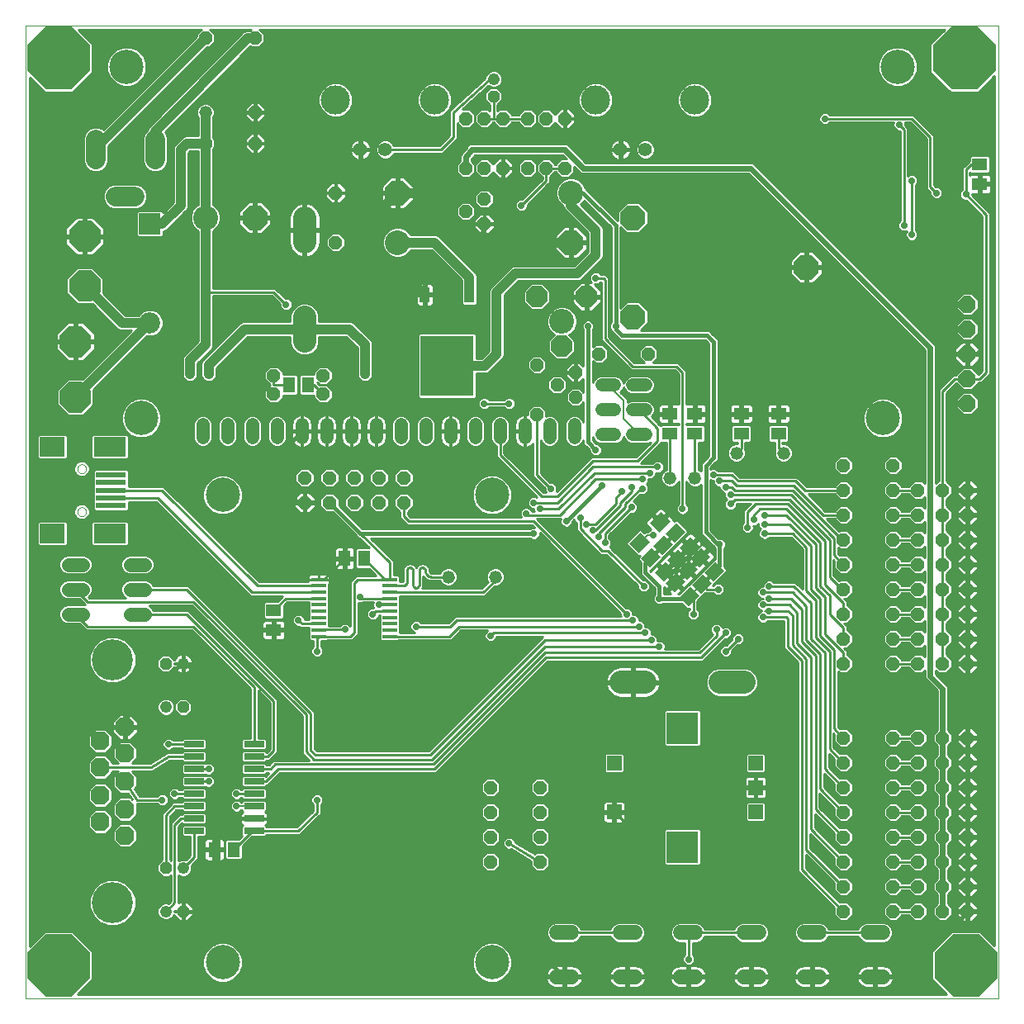
<source format=gbl>
G75*
G70*
%OFA0B0*%
%FSLAX24Y24*%
%IPPOS*%
%LPD*%
%AMOC8*
5,1,8,0,0,1.08239X$1,22.5*
%
%ADD10C,0.0000*%
%ADD11C,0.0520*%
%ADD12C,0.1384*%
%ADD13OC8,0.1250*%
%ADD14C,0.0520*%
%ADD15OC8,0.0520*%
%ADD16C,0.1000*%
%ADD17OC8,0.1000*%
%ADD18C,0.0600*%
%ADD19C,0.0787*%
%ADD20C,0.0554*%
%ADD21OC8,0.0760*%
%ADD22C,0.1660*%
%ADD23R,0.0800X0.0260*%
%ADD24OC8,0.0480*%
%ADD25C,0.0480*%
%ADD26OC8,0.0860*%
%ADD27OC8,0.0700*%
%ADD28R,0.2126X0.2441*%
%ADD29R,0.0394X0.0630*%
%ADD30OC8,0.1260*%
%ADD31R,0.0860X0.0860*%
%ADD32C,0.0860*%
%ADD33OC8,0.0560*%
%ADD34OC8,0.0554*%
%ADD35R,0.0630X0.0551*%
%ADD36R,0.0512X0.0630*%
%ADD37C,0.0945*%
%ADD38R,0.0630X0.0512*%
%ADD39C,0.0560*%
%ADD40R,0.0984X0.0787*%
%ADD41R,0.1299X0.0787*%
%ADD42R,0.1220X0.0197*%
%ADD43R,0.0591X0.0157*%
%ADD44R,0.0594X0.0594*%
%ADD45R,0.1266X0.1266*%
%ADD46C,0.0160*%
%ADD47C,0.0100*%
%ADD48C,0.0277*%
%ADD49C,0.0060*%
%ADD50C,0.0400*%
%ADD51C,0.0356*%
%ADD52R,0.0827X0.0827*%
%ADD53C,0.0240*%
%ADD54OC8,0.2540*%
%ADD55C,0.1181*%
%ADD56C,0.1004*%
%ADD57C,0.0080*%
D10*
X005081Y004038D02*
X005081Y043283D01*
X044323Y043283D01*
X044323Y004038D01*
X005081Y004038D01*
X007951Y007888D02*
X007953Y007938D01*
X007959Y007988D01*
X007969Y008037D01*
X007983Y008085D01*
X008000Y008132D01*
X008021Y008177D01*
X008046Y008221D01*
X008074Y008262D01*
X008106Y008301D01*
X008140Y008338D01*
X008177Y008372D01*
X008217Y008402D01*
X008259Y008429D01*
X008303Y008453D01*
X008349Y008474D01*
X008396Y008490D01*
X008444Y008503D01*
X008494Y008512D01*
X008543Y008517D01*
X008594Y008518D01*
X008644Y008515D01*
X008693Y008508D01*
X008742Y008497D01*
X008790Y008482D01*
X008836Y008464D01*
X008881Y008442D01*
X008924Y008416D01*
X008965Y008387D01*
X009004Y008355D01*
X009040Y008320D01*
X009072Y008282D01*
X009102Y008242D01*
X009129Y008199D01*
X009152Y008155D01*
X009171Y008109D01*
X009187Y008061D01*
X009199Y008012D01*
X009207Y007963D01*
X009211Y007913D01*
X009211Y007863D01*
X009207Y007813D01*
X009199Y007764D01*
X009187Y007715D01*
X009171Y007667D01*
X009152Y007621D01*
X009129Y007577D01*
X009102Y007534D01*
X009072Y007494D01*
X009040Y007456D01*
X009004Y007421D01*
X008965Y007389D01*
X008924Y007360D01*
X008881Y007334D01*
X008836Y007312D01*
X008790Y007294D01*
X008742Y007279D01*
X008693Y007268D01*
X008644Y007261D01*
X008594Y007258D01*
X008543Y007259D01*
X008494Y007264D01*
X008444Y007273D01*
X008396Y007286D01*
X008349Y007302D01*
X008303Y007323D01*
X008259Y007347D01*
X008217Y007374D01*
X008177Y007404D01*
X008140Y007438D01*
X008106Y007475D01*
X008074Y007514D01*
X008046Y007555D01*
X008021Y007599D01*
X008000Y007644D01*
X007983Y007691D01*
X007969Y007739D01*
X007959Y007788D01*
X007953Y007838D01*
X007951Y007888D01*
X007951Y017688D02*
X007953Y017738D01*
X007959Y017788D01*
X007969Y017837D01*
X007983Y017885D01*
X008000Y017932D01*
X008021Y017977D01*
X008046Y018021D01*
X008074Y018062D01*
X008106Y018101D01*
X008140Y018138D01*
X008177Y018172D01*
X008217Y018202D01*
X008259Y018229D01*
X008303Y018253D01*
X008349Y018274D01*
X008396Y018290D01*
X008444Y018303D01*
X008494Y018312D01*
X008543Y018317D01*
X008594Y018318D01*
X008644Y018315D01*
X008693Y018308D01*
X008742Y018297D01*
X008790Y018282D01*
X008836Y018264D01*
X008881Y018242D01*
X008924Y018216D01*
X008965Y018187D01*
X009004Y018155D01*
X009040Y018120D01*
X009072Y018082D01*
X009102Y018042D01*
X009129Y017999D01*
X009152Y017955D01*
X009171Y017909D01*
X009187Y017861D01*
X009199Y017812D01*
X009207Y017763D01*
X009211Y017713D01*
X009211Y017663D01*
X009207Y017613D01*
X009199Y017564D01*
X009187Y017515D01*
X009171Y017467D01*
X009152Y017421D01*
X009129Y017377D01*
X009102Y017334D01*
X009072Y017294D01*
X009040Y017256D01*
X009004Y017221D01*
X008965Y017189D01*
X008924Y017160D01*
X008881Y017134D01*
X008836Y017112D01*
X008790Y017094D01*
X008742Y017079D01*
X008693Y017068D01*
X008644Y017061D01*
X008594Y017058D01*
X008543Y017059D01*
X008494Y017064D01*
X008444Y017073D01*
X008396Y017086D01*
X008349Y017102D01*
X008303Y017123D01*
X008259Y017147D01*
X008217Y017174D01*
X008177Y017204D01*
X008140Y017238D01*
X008106Y017275D01*
X008074Y017314D01*
X008046Y017355D01*
X008021Y017399D01*
X008000Y017444D01*
X007983Y017491D01*
X007969Y017539D01*
X007959Y017588D01*
X007953Y017638D01*
X007951Y017688D01*
X007154Y023672D02*
X007156Y023698D01*
X007162Y023724D01*
X007172Y023749D01*
X007185Y023772D01*
X007201Y023792D01*
X007221Y023810D01*
X007243Y023825D01*
X007266Y023837D01*
X007292Y023845D01*
X007318Y023849D01*
X007344Y023849D01*
X007370Y023845D01*
X007396Y023837D01*
X007420Y023825D01*
X007441Y023810D01*
X007461Y023792D01*
X007477Y023772D01*
X007490Y023749D01*
X007500Y023724D01*
X007506Y023698D01*
X007508Y023672D01*
X007506Y023646D01*
X007500Y023620D01*
X007490Y023595D01*
X007477Y023572D01*
X007461Y023552D01*
X007441Y023534D01*
X007419Y023519D01*
X007396Y023507D01*
X007370Y023499D01*
X007344Y023495D01*
X007318Y023495D01*
X007292Y023499D01*
X007266Y023507D01*
X007242Y023519D01*
X007221Y023534D01*
X007201Y023552D01*
X007185Y023572D01*
X007172Y023595D01*
X007162Y023620D01*
X007156Y023646D01*
X007154Y023672D01*
X007154Y025404D02*
X007156Y025430D01*
X007162Y025456D01*
X007172Y025481D01*
X007185Y025504D01*
X007201Y025524D01*
X007221Y025542D01*
X007243Y025557D01*
X007266Y025569D01*
X007292Y025577D01*
X007318Y025581D01*
X007344Y025581D01*
X007370Y025577D01*
X007396Y025569D01*
X007420Y025557D01*
X007441Y025542D01*
X007461Y025524D01*
X007477Y025504D01*
X007490Y025481D01*
X007500Y025456D01*
X007506Y025430D01*
X007508Y025404D01*
X007506Y025378D01*
X007500Y025352D01*
X007490Y025327D01*
X007477Y025304D01*
X007461Y025284D01*
X007441Y025266D01*
X007419Y025251D01*
X007396Y025239D01*
X007370Y025231D01*
X007344Y025227D01*
X007318Y025227D01*
X007292Y025231D01*
X007266Y025239D01*
X007242Y025251D01*
X007221Y025266D01*
X007201Y025284D01*
X007185Y025304D01*
X007172Y025327D01*
X007162Y025352D01*
X007156Y025378D01*
X007154Y025404D01*
X017187Y040288D02*
X017189Y040327D01*
X017195Y040366D01*
X017205Y040404D01*
X017218Y040441D01*
X017235Y040476D01*
X017255Y040510D01*
X017279Y040541D01*
X017306Y040570D01*
X017335Y040596D01*
X017367Y040619D01*
X017401Y040639D01*
X017437Y040655D01*
X017474Y040667D01*
X017513Y040676D01*
X017552Y040681D01*
X017591Y040682D01*
X017630Y040679D01*
X017669Y040672D01*
X017706Y040661D01*
X017743Y040647D01*
X017778Y040629D01*
X017811Y040608D01*
X017842Y040583D01*
X017870Y040556D01*
X017895Y040526D01*
X017917Y040493D01*
X017936Y040459D01*
X017951Y040423D01*
X017963Y040385D01*
X017971Y040347D01*
X017975Y040308D01*
X017975Y040268D01*
X017971Y040229D01*
X017963Y040191D01*
X017951Y040153D01*
X017936Y040117D01*
X017917Y040083D01*
X017895Y040050D01*
X017870Y040020D01*
X017842Y039993D01*
X017811Y039968D01*
X017778Y039947D01*
X017743Y039929D01*
X017706Y039915D01*
X017669Y039904D01*
X017630Y039897D01*
X017591Y039894D01*
X017552Y039895D01*
X017513Y039900D01*
X017474Y039909D01*
X017437Y039921D01*
X017401Y039937D01*
X017367Y039957D01*
X017335Y039980D01*
X017306Y040006D01*
X017279Y040035D01*
X017255Y040066D01*
X017235Y040100D01*
X017218Y040135D01*
X017205Y040172D01*
X017195Y040210D01*
X017189Y040249D01*
X017187Y040288D01*
X021187Y040288D02*
X021189Y040327D01*
X021195Y040366D01*
X021205Y040404D01*
X021218Y040441D01*
X021235Y040476D01*
X021255Y040510D01*
X021279Y040541D01*
X021306Y040570D01*
X021335Y040596D01*
X021367Y040619D01*
X021401Y040639D01*
X021437Y040655D01*
X021474Y040667D01*
X021513Y040676D01*
X021552Y040681D01*
X021591Y040682D01*
X021630Y040679D01*
X021669Y040672D01*
X021706Y040661D01*
X021743Y040647D01*
X021778Y040629D01*
X021811Y040608D01*
X021842Y040583D01*
X021870Y040556D01*
X021895Y040526D01*
X021917Y040493D01*
X021936Y040459D01*
X021951Y040423D01*
X021963Y040385D01*
X021971Y040347D01*
X021975Y040308D01*
X021975Y040268D01*
X021971Y040229D01*
X021963Y040191D01*
X021951Y040153D01*
X021936Y040117D01*
X021917Y040083D01*
X021895Y040050D01*
X021870Y040020D01*
X021842Y039993D01*
X021811Y039968D01*
X021778Y039947D01*
X021743Y039929D01*
X021706Y039915D01*
X021669Y039904D01*
X021630Y039897D01*
X021591Y039894D01*
X021552Y039895D01*
X021513Y039900D01*
X021474Y039909D01*
X021437Y039921D01*
X021401Y039937D01*
X021367Y039957D01*
X021335Y039980D01*
X021306Y040006D01*
X021279Y040035D01*
X021255Y040066D01*
X021235Y040100D01*
X021218Y040135D01*
X021205Y040172D01*
X021195Y040210D01*
X021189Y040249D01*
X021187Y040288D01*
X027687Y040288D02*
X027689Y040327D01*
X027695Y040366D01*
X027705Y040404D01*
X027718Y040441D01*
X027735Y040476D01*
X027755Y040510D01*
X027779Y040541D01*
X027806Y040570D01*
X027835Y040596D01*
X027867Y040619D01*
X027901Y040639D01*
X027937Y040655D01*
X027974Y040667D01*
X028013Y040676D01*
X028052Y040681D01*
X028091Y040682D01*
X028130Y040679D01*
X028169Y040672D01*
X028206Y040661D01*
X028243Y040647D01*
X028278Y040629D01*
X028311Y040608D01*
X028342Y040583D01*
X028370Y040556D01*
X028395Y040526D01*
X028417Y040493D01*
X028436Y040459D01*
X028451Y040423D01*
X028463Y040385D01*
X028471Y040347D01*
X028475Y040308D01*
X028475Y040268D01*
X028471Y040229D01*
X028463Y040191D01*
X028451Y040153D01*
X028436Y040117D01*
X028417Y040083D01*
X028395Y040050D01*
X028370Y040020D01*
X028342Y039993D01*
X028311Y039968D01*
X028278Y039947D01*
X028243Y039929D01*
X028206Y039915D01*
X028169Y039904D01*
X028130Y039897D01*
X028091Y039894D01*
X028052Y039895D01*
X028013Y039900D01*
X027974Y039909D01*
X027937Y039921D01*
X027901Y039937D01*
X027867Y039957D01*
X027835Y039980D01*
X027806Y040006D01*
X027779Y040035D01*
X027755Y040066D01*
X027735Y040100D01*
X027718Y040135D01*
X027705Y040172D01*
X027695Y040210D01*
X027689Y040249D01*
X027687Y040288D01*
X031687Y040288D02*
X031689Y040327D01*
X031695Y040366D01*
X031705Y040404D01*
X031718Y040441D01*
X031735Y040476D01*
X031755Y040510D01*
X031779Y040541D01*
X031806Y040570D01*
X031835Y040596D01*
X031867Y040619D01*
X031901Y040639D01*
X031937Y040655D01*
X031974Y040667D01*
X032013Y040676D01*
X032052Y040681D01*
X032091Y040682D01*
X032130Y040679D01*
X032169Y040672D01*
X032206Y040661D01*
X032243Y040647D01*
X032278Y040629D01*
X032311Y040608D01*
X032342Y040583D01*
X032370Y040556D01*
X032395Y040526D01*
X032417Y040493D01*
X032436Y040459D01*
X032451Y040423D01*
X032463Y040385D01*
X032471Y040347D01*
X032475Y040308D01*
X032475Y040268D01*
X032471Y040229D01*
X032463Y040191D01*
X032451Y040153D01*
X032436Y040117D01*
X032417Y040083D01*
X032395Y040050D01*
X032370Y040020D01*
X032342Y039993D01*
X032311Y039968D01*
X032278Y039947D01*
X032243Y039929D01*
X032206Y039915D01*
X032169Y039904D01*
X032130Y039897D01*
X032091Y039894D01*
X032052Y039895D01*
X032013Y039900D01*
X031974Y039909D01*
X031937Y039921D01*
X031901Y039937D01*
X031867Y039957D01*
X031835Y039980D01*
X031806Y040006D01*
X031779Y040035D01*
X031755Y040066D01*
X031735Y040100D01*
X031718Y040135D01*
X031705Y040172D01*
X031695Y040210D01*
X031689Y040249D01*
X031687Y040288D01*
D11*
X030091Y028788D02*
X029571Y028788D01*
X028841Y028788D02*
X028321Y028788D01*
X028321Y027788D02*
X028841Y027788D01*
X029571Y027788D02*
X030091Y027788D01*
X030091Y026788D02*
X029571Y026788D01*
X028841Y026788D02*
X028321Y026788D01*
X027218Y026663D02*
X027218Y027183D01*
X026218Y027183D02*
X026218Y026663D01*
X025218Y026663D02*
X025218Y027183D01*
X024218Y027183D02*
X024218Y026663D01*
X023218Y026663D02*
X023218Y027183D01*
X022218Y027183D02*
X022218Y026663D01*
X021218Y026663D02*
X021218Y027183D01*
X020218Y027183D02*
X020218Y026663D01*
X019218Y026663D02*
X019218Y027183D01*
X018218Y027183D02*
X018218Y026663D01*
X017218Y026663D02*
X017218Y027183D01*
X016218Y027183D02*
X016218Y026663D01*
X015218Y026663D02*
X015218Y027183D01*
X014218Y027183D02*
X014218Y026663D01*
X013218Y026663D02*
X013218Y027183D01*
X012218Y027183D02*
X012218Y026663D01*
D12*
X013018Y024350D03*
X009737Y027444D03*
X009143Y041632D03*
X023893Y024350D03*
X039675Y027444D03*
X040268Y041632D03*
X023893Y005475D03*
X013018Y005475D03*
D13*
X007081Y028288D03*
X007081Y030538D03*
D14*
X012331Y039788D03*
X022131Y021038D03*
X024031Y021038D03*
X031081Y025038D03*
X032081Y025038D03*
X033756Y026038D03*
X035656Y026038D03*
D15*
X038081Y025538D03*
X038081Y024538D03*
X038081Y023538D03*
X038081Y022538D03*
X038081Y021538D03*
X038081Y020538D03*
X038081Y019538D03*
X038081Y018538D03*
X038081Y017538D03*
X040081Y017538D03*
X040081Y018538D03*
X040081Y019538D03*
X040081Y020538D03*
X040081Y021538D03*
X040081Y022538D03*
X040081Y023538D03*
X040081Y024538D03*
X040081Y025538D03*
X030206Y030038D03*
X028206Y030038D03*
X027268Y029288D03*
X026518Y028788D03*
X027268Y028288D03*
X025706Y027600D03*
X025706Y029600D03*
X023581Y035288D03*
X022831Y035788D03*
X023581Y036288D03*
X023581Y037538D03*
X022831Y037538D03*
X024331Y037538D03*
X025331Y037538D03*
X026081Y037538D03*
X026831Y037538D03*
X026831Y039538D03*
X026081Y039538D03*
X025331Y039538D03*
X024331Y039538D03*
X023581Y039538D03*
X022831Y039538D03*
X017581Y036538D03*
X017581Y034538D03*
X014331Y038538D03*
X014331Y039788D03*
X012331Y038538D03*
X012331Y042788D03*
X014331Y042788D03*
X015081Y029163D03*
X015081Y028413D03*
X017081Y028413D03*
X017081Y029163D03*
X023831Y012538D03*
X023831Y011538D03*
X023831Y010538D03*
X023831Y009538D03*
X025831Y009538D03*
X025831Y010538D03*
X025831Y011538D03*
X025831Y012538D03*
X038081Y012538D03*
X038081Y013538D03*
X038081Y014538D03*
X040081Y014538D03*
X040081Y013538D03*
X040081Y012538D03*
X040081Y011538D03*
X040081Y010538D03*
X040081Y009538D03*
X040081Y008538D03*
X040081Y007538D03*
X038081Y007538D03*
X038081Y008538D03*
X038081Y009538D03*
X038081Y010538D03*
X038081Y011538D03*
D16*
X020081Y034538D03*
X027081Y036538D03*
X012331Y035538D03*
D17*
X014331Y035538D03*
X020081Y036538D03*
X027081Y034538D03*
X029581Y035538D03*
X029581Y031538D03*
X036581Y033538D03*
D18*
X036501Y006678D02*
X037101Y006678D01*
X037101Y004898D02*
X036501Y004898D01*
X034661Y004898D02*
X034061Y004898D01*
X034061Y006678D02*
X034661Y006678D01*
X032101Y006678D02*
X031501Y006678D01*
X031501Y004898D02*
X032101Y004898D01*
X029661Y004898D02*
X029061Y004898D01*
X029061Y006678D02*
X029661Y006678D01*
X027101Y006678D02*
X026501Y006678D01*
X026501Y004898D02*
X027101Y004898D01*
X039061Y004898D02*
X039661Y004898D01*
X039661Y006678D02*
X039061Y006678D01*
D19*
X010301Y037894D02*
X010301Y038682D01*
X009475Y036398D02*
X008687Y036398D01*
X007900Y037894D02*
X007900Y038682D01*
D20*
X018581Y038288D03*
X019581Y038288D03*
X029081Y038288D03*
X030081Y038288D03*
D21*
X009081Y014976D03*
X008081Y014413D03*
X008081Y013351D03*
X008081Y012225D03*
X008081Y011163D03*
X009081Y011663D03*
X009081Y010600D03*
X009081Y012788D03*
X009081Y013913D03*
D22*
X008581Y017688D03*
X008581Y007888D03*
D23*
X011871Y010788D03*
X011871Y011288D03*
X011871Y011788D03*
X011871Y012288D03*
X011871Y012788D03*
X011871Y013288D03*
X011871Y013788D03*
X011871Y014288D03*
X014291Y014288D03*
X014291Y013788D03*
X014291Y013288D03*
X014291Y012788D03*
X014291Y012288D03*
X014291Y011788D03*
X014291Y011288D03*
X014291Y010788D03*
D24*
X011431Y007538D03*
X010731Y009288D03*
X011431Y015788D03*
X010731Y017538D03*
X023956Y040438D03*
D25*
X023956Y041138D03*
X011431Y017538D03*
X010731Y015788D03*
X011431Y009288D03*
X010731Y007538D03*
D26*
X026706Y030350D03*
X027706Y032350D03*
X025706Y032350D03*
D27*
X043081Y032038D03*
X043081Y031038D03*
X043081Y030038D03*
X043081Y029038D03*
X043081Y028038D03*
D28*
X022081Y029554D03*
D29*
X022979Y032428D03*
X021183Y032428D03*
D30*
X007456Y032788D03*
X007456Y034788D03*
D31*
X010081Y035288D03*
D32*
X010081Y031288D03*
D33*
X016331Y025038D03*
X017331Y025038D03*
X018331Y025038D03*
X019331Y025038D03*
X020331Y025038D03*
X020331Y024038D03*
X019331Y024038D03*
X018331Y024038D03*
X017331Y024038D03*
X016331Y024038D03*
X042081Y017538D03*
X043081Y017538D03*
X043081Y007538D03*
X042081Y007538D03*
D34*
X042081Y008538D03*
X043081Y008538D03*
X043081Y009538D03*
X043081Y010538D03*
X043081Y011538D03*
X043081Y012538D03*
X043081Y013538D03*
X043081Y014538D03*
X042081Y014538D03*
X042081Y013538D03*
X042081Y012538D03*
X042081Y011538D03*
X042081Y010538D03*
X042081Y009538D03*
X041081Y009538D03*
X041081Y010538D03*
X041081Y011538D03*
X041081Y012538D03*
X041081Y013538D03*
X041081Y014538D03*
X041081Y017538D03*
X041081Y018538D03*
X042081Y018538D03*
X043081Y018538D03*
X043081Y019538D03*
X043081Y020538D03*
X043081Y021538D03*
X043081Y022538D03*
X043081Y023538D03*
X043081Y024538D03*
X042081Y024538D03*
X042081Y023538D03*
X042081Y022538D03*
X042081Y021538D03*
X042081Y020538D03*
X042081Y019538D03*
X041081Y019538D03*
X041081Y020538D03*
X041081Y021538D03*
X041081Y022538D03*
X041081Y023538D03*
X041081Y024538D03*
X041081Y008538D03*
X041081Y007538D03*
D35*
G36*
X030260Y022443D02*
X029815Y021998D01*
X029426Y022387D01*
X029871Y022832D01*
X030260Y022443D01*
G37*
G36*
X030261Y023222D02*
X030706Y023667D01*
X031095Y023278D01*
X030650Y022833D01*
X030261Y023222D01*
G37*
D36*
G36*
X030762Y021913D02*
X030400Y022275D01*
X030844Y022719D01*
X031206Y022357D01*
X030762Y021913D01*
G37*
G36*
X030262Y021413D02*
X029900Y021775D01*
X030344Y022219D01*
X030706Y021857D01*
X030262Y021413D01*
G37*
G36*
X030818Y020857D02*
X030456Y021219D01*
X030900Y021663D01*
X031262Y021301D01*
X030818Y020857D01*
G37*
G36*
X031344Y021219D02*
X031706Y020857D01*
X031262Y020413D01*
X030900Y020775D01*
X031344Y021219D01*
G37*
G36*
X031844Y021719D02*
X032206Y021357D01*
X031762Y020913D01*
X031400Y021275D01*
X031844Y021719D01*
G37*
G36*
X032344Y022219D02*
X032706Y021857D01*
X032262Y021413D01*
X031900Y021775D01*
X032344Y022219D01*
G37*
G36*
X031818Y021857D02*
X031456Y022219D01*
X031900Y022663D01*
X032262Y022301D01*
X031818Y021857D01*
G37*
G36*
X031318Y021357D02*
X030956Y021719D01*
X031400Y022163D01*
X031762Y021801D01*
X031318Y021357D01*
G37*
G36*
X032400Y021163D02*
X032762Y020801D01*
X032318Y020357D01*
X031956Y020719D01*
X032400Y021163D01*
G37*
G36*
X032900Y021663D02*
X033262Y021301D01*
X032818Y020857D01*
X032456Y021219D01*
X032900Y021663D01*
G37*
G36*
X031900Y020663D02*
X032262Y020301D01*
X031818Y019857D01*
X031456Y020219D01*
X031900Y020663D01*
G37*
G36*
X031262Y022413D02*
X030900Y022775D01*
X031344Y023219D01*
X031706Y022857D01*
X031262Y022413D01*
G37*
X018725Y021788D03*
X017937Y021788D03*
X016475Y028788D03*
X015687Y028788D03*
X013475Y010038D03*
X012687Y010038D03*
D37*
X029108Y016788D02*
X030053Y016788D01*
X033108Y016788D02*
X034053Y016788D01*
X016331Y030565D02*
X016331Y031510D01*
X016331Y034565D02*
X016331Y035510D01*
D38*
X015081Y019682D03*
X015081Y018894D03*
X031081Y026832D03*
X031081Y027619D03*
X032081Y027619D03*
X032081Y026832D03*
X033956Y026832D03*
X033956Y027619D03*
X035456Y027619D03*
X035456Y026832D03*
X043581Y036894D03*
X043581Y037682D03*
D39*
X009861Y021538D02*
X009301Y021538D01*
X009301Y020538D02*
X009861Y020538D01*
X009861Y019538D02*
X009301Y019538D01*
X007361Y019538D02*
X006801Y019538D01*
X006801Y020538D02*
X007361Y020538D01*
X007361Y021538D02*
X006801Y021538D01*
D40*
X006150Y022786D03*
X006150Y026290D03*
D41*
X008473Y026290D03*
X008473Y022786D03*
D42*
X008512Y023908D03*
X008512Y024223D03*
X008512Y024538D03*
X008512Y024853D03*
X008512Y025168D03*
D43*
X016904Y020940D03*
X016904Y020684D03*
X016904Y020428D03*
X016904Y020172D03*
X016904Y019916D03*
X016904Y019660D03*
X016904Y019404D03*
X016904Y019148D03*
X016904Y018892D03*
X016904Y018636D03*
X019758Y018636D03*
X019758Y018892D03*
X019758Y019148D03*
X019758Y019404D03*
X019758Y019660D03*
X019758Y019916D03*
X019758Y020172D03*
X019758Y020428D03*
X019758Y020684D03*
X019758Y020940D03*
D44*
X028825Y013522D03*
X028825Y011554D03*
X034534Y011554D03*
X034534Y012538D03*
X034534Y013522D03*
D45*
X031581Y014940D03*
X031581Y010136D03*
D46*
X031801Y004898D02*
X030331Y004898D01*
X029361Y004898D01*
X026801Y004898D01*
X025176Y006523D01*
X013096Y006523D01*
X012831Y006788D01*
X012831Y007538D01*
X011431Y007538D01*
X011331Y007538D01*
X012831Y007538D02*
X012831Y010038D01*
X012831Y011038D01*
X012831Y016288D01*
X011581Y017538D01*
X011431Y017538D01*
X011331Y017538D01*
X009081Y015288D01*
X009081Y014976D01*
X011431Y017538D02*
X011418Y017551D01*
X014291Y014288D02*
X014331Y014288D01*
X014291Y011288D02*
X013081Y011288D01*
X012831Y011038D01*
X018581Y022788D02*
X025581Y022788D01*
X026893Y023288D02*
X028331Y024725D01*
X028081Y026163D02*
X027768Y026475D01*
X027768Y031163D01*
X028893Y031163D02*
X028893Y035225D01*
X027581Y036538D01*
X027081Y036538D01*
X029831Y033538D02*
X036581Y033538D01*
X032831Y030538D02*
X032581Y030788D01*
X029143Y030788D01*
X028893Y031038D01*
X028893Y031163D01*
X032831Y030538D02*
X032831Y025850D01*
X032518Y025538D01*
X032518Y022850D01*
X033081Y022288D01*
X033081Y021481D01*
X032859Y021260D02*
X032359Y020760D01*
X031763Y020163D02*
X030643Y020163D01*
X030643Y020663D01*
X030081Y021225D01*
X030081Y021595D01*
X030303Y021816D02*
X030803Y022316D01*
X031303Y022816D01*
X023081Y034538D02*
X023581Y035038D01*
X023581Y035288D01*
X016218Y026923D02*
X015831Y026537D01*
X015831Y024288D01*
X016081Y024038D01*
X016331Y024038D01*
X017331Y024038D02*
X018581Y022788D01*
X031801Y004898D02*
X035081Y004898D01*
X036801Y004898D01*
X039361Y004898D01*
X040441Y004898D01*
X043081Y007475D01*
X043081Y007538D02*
X043081Y008538D01*
X043081Y009538D01*
X043081Y010538D01*
X043081Y011538D01*
X043081Y012538D01*
X043081Y013538D01*
X043081Y014538D01*
X043081Y017538D01*
X043081Y018538D01*
X043081Y019538D01*
X043081Y020538D01*
X043081Y021538D01*
X043081Y022538D01*
X043081Y023538D01*
X043081Y024538D01*
D47*
X043120Y024526D02*
X044173Y024526D01*
X044173Y024428D02*
X043508Y024428D01*
X043508Y024361D02*
X043508Y024499D01*
X043120Y024499D01*
X043120Y024577D01*
X043042Y024577D01*
X043042Y024965D01*
X042904Y024965D01*
X042654Y024715D01*
X042654Y024577D01*
X043042Y024577D01*
X043042Y024499D01*
X043120Y024499D01*
X043120Y024111D01*
X043258Y024111D01*
X043508Y024361D01*
X043476Y024329D02*
X044173Y024329D01*
X044173Y024231D02*
X043378Y024231D01*
X043279Y024132D02*
X044173Y024132D01*
X044173Y024034D02*
X042241Y024034D01*
X042241Y024132D02*
X042883Y024132D01*
X042904Y024111D02*
X042654Y024361D01*
X042654Y024499D01*
X043042Y024499D01*
X043042Y024111D01*
X042904Y024111D01*
X043042Y024132D02*
X043120Y024132D01*
X043120Y024231D02*
X043042Y024231D01*
X043042Y024329D02*
X043120Y024329D01*
X043120Y024428D02*
X043042Y024428D01*
X043042Y024526D02*
X042468Y024526D01*
X042468Y024428D02*
X042654Y024428D01*
X042686Y024329D02*
X042420Y024329D01*
X042468Y024378D02*
X042468Y024698D01*
X042241Y024925D01*
X042241Y028472D01*
X042621Y028852D01*
X042621Y028847D01*
X042890Y028578D01*
X043272Y028578D01*
X043541Y028847D01*
X043541Y028878D01*
X043647Y028878D01*
X043741Y028972D01*
X043991Y029222D01*
X043991Y035729D01*
X043897Y035823D01*
X043267Y036453D01*
X043267Y036488D01*
X043531Y036488D01*
X043531Y036844D01*
X043631Y036844D01*
X043631Y036488D01*
X043916Y036488D01*
X043954Y036499D01*
X043988Y036518D01*
X044016Y036546D01*
X044036Y036580D01*
X044046Y036619D01*
X044046Y036844D01*
X043631Y036844D01*
X043631Y036944D01*
X044046Y036944D01*
X044046Y037170D01*
X044036Y037208D01*
X044016Y037242D01*
X043988Y037270D01*
X043954Y037290D01*
X043916Y037300D01*
X043631Y037300D01*
X043631Y036944D01*
X043531Y036944D01*
X043531Y037300D01*
X043246Y037300D01*
X043208Y037290D01*
X043178Y037273D01*
X043178Y037358D01*
X043220Y037316D01*
X043941Y037316D01*
X044006Y037380D01*
X044006Y037983D01*
X043941Y038048D01*
X043220Y038048D01*
X043156Y037983D01*
X043156Y037839D01*
X042952Y037635D01*
X042858Y037542D01*
X042858Y036667D01*
X042808Y036616D01*
X042770Y036525D01*
X042770Y036426D01*
X042808Y036335D01*
X042878Y036265D01*
X042969Y036227D01*
X043041Y036227D01*
X043671Y035597D01*
X043671Y029354D01*
X043541Y029224D01*
X043541Y029229D01*
X043272Y029498D01*
X042890Y029498D01*
X042621Y029229D01*
X042621Y029198D01*
X042515Y029198D01*
X042015Y028698D01*
X041921Y028604D01*
X041921Y024925D01*
X041921Y024925D01*
X041811Y024816D01*
X041811Y030383D01*
X034561Y037633D01*
X034426Y037768D01*
X027676Y037768D01*
X027061Y038383D01*
X026926Y038518D01*
X023162Y038518D01*
X023150Y038527D01*
X023068Y038518D01*
X022986Y038518D01*
X022975Y038508D01*
X022961Y038506D01*
X022909Y038442D01*
X022851Y038383D01*
X022851Y038369D01*
X022659Y038129D01*
X022601Y038071D01*
X022601Y038056D01*
X022592Y038045D01*
X022601Y037963D01*
X022601Y037831D01*
X022461Y037691D01*
X022461Y037385D01*
X022678Y037168D01*
X022984Y037168D01*
X023201Y037385D01*
X023201Y037691D01*
X023061Y037831D01*
X023061Y037895D01*
X023192Y038058D01*
X026736Y038058D01*
X026886Y037908D01*
X026678Y037908D01*
X026468Y037698D01*
X026444Y037698D01*
X026234Y037908D01*
X025928Y037908D01*
X025711Y037691D01*
X025711Y037385D01*
X025921Y037175D01*
X025921Y037104D01*
X025103Y036287D01*
X025031Y036287D01*
X024940Y036249D01*
X024870Y036179D01*
X024832Y036087D01*
X024832Y035989D01*
X024870Y035897D01*
X024940Y035827D01*
X025031Y035789D01*
X025130Y035789D01*
X025222Y035827D01*
X025292Y035897D01*
X025330Y035989D01*
X025330Y036060D01*
X026147Y036878D01*
X026241Y036972D01*
X026241Y037175D01*
X026444Y037378D01*
X026468Y037378D01*
X026678Y037168D01*
X026984Y037168D01*
X027201Y037385D01*
X027201Y037593D01*
X027486Y037308D01*
X034236Y037308D01*
X041351Y030193D01*
X041351Y024816D01*
X041241Y024925D01*
X040921Y024925D01*
X040694Y024698D01*
X040444Y024698D01*
X040234Y024908D01*
X039928Y024908D01*
X039711Y024691D01*
X039711Y024385D01*
X039928Y024168D01*
X040234Y024168D01*
X040444Y024378D01*
X040694Y024378D01*
X040694Y024378D01*
X040921Y024151D01*
X041241Y024151D01*
X041351Y024260D01*
X041351Y023816D01*
X041241Y023925D01*
X040921Y023925D01*
X040694Y023698D01*
X040444Y023698D01*
X040234Y023908D01*
X039928Y023908D01*
X039711Y023691D01*
X039711Y023385D01*
X039928Y023168D01*
X040234Y023168D01*
X040444Y023378D01*
X040694Y023378D01*
X040694Y023378D01*
X040921Y023151D01*
X041241Y023151D01*
X041351Y023260D01*
X041351Y022816D01*
X041241Y022925D01*
X040921Y022925D01*
X040694Y022698D01*
X040444Y022698D01*
X040234Y022908D01*
X039928Y022908D01*
X039711Y022691D01*
X039711Y022385D01*
X039928Y022168D01*
X040234Y022168D01*
X040444Y022378D01*
X040694Y022378D01*
X040694Y022378D01*
X040921Y022151D01*
X041241Y022151D01*
X041351Y022260D01*
X041351Y021816D01*
X041241Y021925D01*
X040921Y021925D01*
X040694Y021698D01*
X040444Y021698D01*
X040234Y021908D01*
X039928Y021908D01*
X039711Y021691D01*
X039711Y021385D01*
X039928Y021168D01*
X040234Y021168D01*
X040444Y021378D01*
X040694Y021378D01*
X040694Y021378D01*
X040921Y021151D01*
X041241Y021151D01*
X041351Y021260D01*
X041351Y020816D01*
X041241Y020925D01*
X040921Y020925D01*
X040694Y020698D01*
X040444Y020698D01*
X040234Y020908D01*
X039928Y020908D01*
X039711Y020691D01*
X039711Y020385D01*
X039928Y020168D01*
X040234Y020168D01*
X040444Y020378D01*
X040694Y020378D01*
X040694Y020378D01*
X040921Y020151D01*
X041241Y020151D01*
X041351Y020260D01*
X041351Y019816D01*
X041241Y019925D01*
X040921Y019925D01*
X040694Y019698D01*
X040444Y019698D01*
X040234Y019908D01*
X039928Y019908D01*
X039711Y019691D01*
X039711Y019385D01*
X039928Y019168D01*
X040234Y019168D01*
X040444Y019378D01*
X040694Y019378D01*
X040694Y019378D01*
X040921Y019151D01*
X041241Y019151D01*
X041351Y019260D01*
X041351Y018816D01*
X041241Y018925D01*
X040921Y018925D01*
X040694Y018698D01*
X040444Y018698D01*
X040234Y018908D01*
X039928Y018908D01*
X039711Y018691D01*
X039711Y018385D01*
X039928Y018168D01*
X040234Y018168D01*
X040444Y018378D01*
X040694Y018378D01*
X040694Y018378D01*
X040921Y018151D01*
X041241Y018151D01*
X041351Y018260D01*
X041351Y017816D01*
X041241Y017925D01*
X040921Y017925D01*
X040694Y017698D01*
X040444Y017698D01*
X040234Y017908D01*
X039928Y017908D01*
X039711Y017691D01*
X039711Y017385D01*
X039928Y017168D01*
X040234Y017168D01*
X040444Y017378D01*
X040694Y017378D01*
X040694Y017378D01*
X040921Y017151D01*
X041241Y017151D01*
X041351Y017260D01*
X041351Y016943D01*
X041486Y016808D01*
X041851Y016443D01*
X041851Y014856D01*
X041694Y014698D01*
X041694Y014378D01*
X041851Y014220D01*
X041851Y013856D01*
X041694Y013698D01*
X041694Y013378D01*
X041851Y013220D01*
X041851Y012856D01*
X041694Y012698D01*
X041694Y012378D01*
X041851Y012220D01*
X041851Y011856D01*
X041694Y011698D01*
X041694Y011378D01*
X041851Y011220D01*
X041851Y010856D01*
X041694Y010698D01*
X041694Y010378D01*
X041851Y010220D01*
X041851Y009856D01*
X041694Y009698D01*
X041694Y009378D01*
X041851Y009220D01*
X041851Y008856D01*
X041694Y008698D01*
X041694Y008378D01*
X041851Y008220D01*
X041851Y007860D01*
X041691Y007700D01*
X041691Y007376D01*
X041919Y007148D01*
X042243Y007148D01*
X042471Y007376D01*
X042471Y007700D01*
X042311Y007860D01*
X042311Y008220D01*
X042468Y008378D01*
X042468Y008698D01*
X042311Y008856D01*
X042311Y009220D01*
X042468Y009378D01*
X042468Y009698D01*
X042311Y009856D01*
X042311Y010220D01*
X042468Y010378D01*
X042468Y010698D01*
X042311Y010856D01*
X042311Y011220D01*
X042468Y011378D01*
X042468Y011698D01*
X042311Y011856D01*
X042311Y012220D01*
X042468Y012378D01*
X042468Y012698D01*
X042311Y012856D01*
X042311Y013220D01*
X042468Y013378D01*
X042468Y013698D01*
X042311Y013856D01*
X042311Y014220D01*
X042468Y014378D01*
X042468Y014698D01*
X042311Y014856D01*
X042311Y016633D01*
X041811Y017133D01*
X041811Y017256D01*
X041919Y017148D01*
X042243Y017148D01*
X042471Y017376D01*
X042471Y017700D01*
X042243Y017928D01*
X042241Y017928D01*
X042241Y018151D01*
X042241Y018151D01*
X042468Y018378D01*
X042468Y018698D01*
X042241Y018925D01*
X042241Y019151D01*
X042241Y019151D01*
X042468Y019378D01*
X042468Y019698D01*
X042241Y019925D01*
X042241Y020151D01*
X042241Y020151D01*
X042468Y020378D01*
X042468Y020698D01*
X042241Y020925D01*
X042241Y021151D01*
X042241Y021151D01*
X042468Y021378D01*
X042468Y021698D01*
X042241Y021925D01*
X042241Y022151D01*
X042241Y022151D01*
X042468Y022378D01*
X042468Y022698D01*
X042241Y022925D01*
X042241Y023151D01*
X042241Y023151D01*
X042468Y023378D01*
X042468Y023698D01*
X042241Y023925D01*
X042241Y024151D01*
X042241Y024151D01*
X042468Y024378D01*
X042321Y024231D02*
X042784Y024231D01*
X042904Y023965D02*
X042654Y023715D01*
X042654Y023577D01*
X043042Y023577D01*
X043042Y023965D01*
X042904Y023965D01*
X042874Y023935D02*
X042241Y023935D01*
X042241Y023925D02*
X042241Y023925D01*
X042330Y023837D02*
X042775Y023837D01*
X042677Y023738D02*
X042428Y023738D01*
X042468Y023640D02*
X042654Y023640D01*
X042654Y023499D02*
X042654Y023361D01*
X042904Y023111D01*
X043042Y023111D01*
X043042Y023499D01*
X043120Y023499D01*
X043120Y023577D01*
X043042Y023577D01*
X043042Y023499D01*
X042654Y023499D01*
X042654Y023443D02*
X042468Y023443D01*
X042468Y023541D02*
X043042Y023541D01*
X043120Y023541D02*
X044173Y023541D01*
X044173Y023443D02*
X043508Y023443D01*
X043508Y023499D02*
X043120Y023499D01*
X043120Y023111D01*
X043258Y023111D01*
X043508Y023361D01*
X043508Y023499D01*
X043508Y023577D02*
X043508Y023715D01*
X043258Y023965D01*
X043120Y023965D01*
X043120Y023577D01*
X043508Y023577D01*
X043508Y023640D02*
X044173Y023640D01*
X044173Y023738D02*
X043485Y023738D01*
X043387Y023837D02*
X044173Y023837D01*
X044173Y023935D02*
X043288Y023935D01*
X043120Y023935D02*
X043042Y023935D01*
X043042Y023837D02*
X043120Y023837D01*
X043120Y023738D02*
X043042Y023738D01*
X043042Y023640D02*
X043120Y023640D01*
X043120Y023443D02*
X043042Y023443D01*
X043042Y023344D02*
X043120Y023344D01*
X043120Y023246D02*
X043042Y023246D01*
X043042Y023147D02*
X043120Y023147D01*
X043294Y023147D02*
X044173Y023147D01*
X044173Y023049D02*
X042241Y023049D01*
X042241Y023147D02*
X042868Y023147D01*
X042769Y023246D02*
X042336Y023246D01*
X042435Y023344D02*
X042671Y023344D01*
X042904Y022965D02*
X042654Y022715D01*
X042654Y022577D01*
X043042Y022577D01*
X043042Y022965D01*
X042904Y022965D01*
X042889Y022950D02*
X042241Y022950D01*
X042241Y022925D02*
X042241Y022925D01*
X042315Y022852D02*
X042790Y022852D01*
X042692Y022753D02*
X042413Y022753D01*
X042468Y022655D02*
X042654Y022655D01*
X042654Y022499D02*
X042654Y022361D01*
X042904Y022111D01*
X043042Y022111D01*
X043042Y022499D01*
X043120Y022499D01*
X043120Y022577D01*
X043042Y022577D01*
X043042Y022499D01*
X042654Y022499D01*
X042654Y022458D02*
X042468Y022458D01*
X042468Y022556D02*
X043042Y022556D01*
X043120Y022556D02*
X044173Y022556D01*
X044173Y022458D02*
X043508Y022458D01*
X043508Y022499D02*
X043120Y022499D01*
X043120Y022111D01*
X043258Y022111D01*
X043508Y022361D01*
X043508Y022499D01*
X043508Y022577D02*
X043508Y022715D01*
X043258Y022965D01*
X043120Y022965D01*
X043120Y022577D01*
X043508Y022577D01*
X043508Y022655D02*
X044173Y022655D01*
X044173Y022753D02*
X043470Y022753D01*
X043372Y022852D02*
X044173Y022852D01*
X044173Y022950D02*
X043273Y022950D01*
X043120Y022950D02*
X043042Y022950D01*
X043042Y022852D02*
X043120Y022852D01*
X043120Y022753D02*
X043042Y022753D01*
X043042Y022655D02*
X043120Y022655D01*
X043120Y022458D02*
X043042Y022458D01*
X043042Y022359D02*
X043120Y022359D01*
X043120Y022261D02*
X043042Y022261D01*
X043042Y022162D02*
X043120Y022162D01*
X043309Y022162D02*
X044173Y022162D01*
X044173Y022064D02*
X042241Y022064D01*
X042253Y022162D02*
X042853Y022162D01*
X042754Y022261D02*
X042351Y022261D01*
X042450Y022359D02*
X042656Y022359D01*
X042904Y021965D02*
X042654Y021715D01*
X042654Y021577D01*
X043042Y021577D01*
X043042Y021965D01*
X043120Y021965D01*
X043120Y021577D01*
X043042Y021577D01*
X043042Y021499D01*
X043120Y021499D01*
X043120Y021577D01*
X043508Y021577D01*
X043508Y021715D01*
X043258Y021965D01*
X044173Y021965D01*
X044173Y021867D02*
X043357Y021867D01*
X043455Y021768D02*
X044173Y021768D01*
X044173Y021670D02*
X043508Y021670D01*
X043508Y021499D02*
X043120Y021499D01*
X043120Y021111D01*
X043258Y021111D01*
X043508Y021361D01*
X043508Y021499D01*
X043508Y021473D02*
X044173Y021473D01*
X044173Y021571D02*
X043120Y021571D01*
X043042Y021571D02*
X042468Y021571D01*
X042468Y021473D02*
X042654Y021473D01*
X042654Y021499D02*
X042654Y021361D01*
X042904Y021111D01*
X043042Y021111D01*
X043042Y021499D01*
X042654Y021499D01*
X042654Y021374D02*
X042465Y021374D01*
X042366Y021276D02*
X042739Y021276D01*
X042838Y021177D02*
X042268Y021177D01*
X042241Y021079D02*
X044173Y021079D01*
X044173Y021177D02*
X043324Y021177D01*
X043423Y021276D02*
X044173Y021276D01*
X044173Y021374D02*
X043508Y021374D01*
X043120Y021374D02*
X043042Y021374D01*
X043042Y021276D02*
X043120Y021276D01*
X043120Y021177D02*
X043042Y021177D01*
X043042Y020965D02*
X042904Y020965D01*
X042654Y020715D01*
X042654Y020577D01*
X043042Y020577D01*
X043042Y020965D01*
X043120Y020965D02*
X043120Y020577D01*
X043042Y020577D01*
X043042Y020499D01*
X043120Y020499D01*
X043120Y020577D01*
X043508Y020577D01*
X043508Y020715D01*
X043258Y020965D01*
X043120Y020965D01*
X043120Y020882D02*
X043042Y020882D01*
X043042Y020783D02*
X043120Y020783D01*
X043120Y020685D02*
X043042Y020685D01*
X043042Y020586D02*
X043120Y020586D01*
X043120Y020499D02*
X043508Y020499D01*
X043508Y020361D01*
X043258Y020111D01*
X043120Y020111D01*
X043120Y020499D01*
X043120Y020488D02*
X043042Y020488D01*
X043042Y020499D02*
X043042Y020111D01*
X042904Y020111D01*
X042654Y020361D01*
X042654Y020499D01*
X043042Y020499D01*
X043042Y020389D02*
X043120Y020389D01*
X043120Y020291D02*
X043042Y020291D01*
X043042Y020192D02*
X043120Y020192D01*
X043339Y020192D02*
X044173Y020192D01*
X044173Y020094D02*
X042241Y020094D01*
X042241Y019995D02*
X044173Y019995D01*
X044173Y019897D02*
X043327Y019897D01*
X043258Y019965D02*
X043120Y019965D01*
X043120Y019577D01*
X043042Y019577D01*
X043042Y019965D01*
X042904Y019965D01*
X042654Y019715D01*
X042654Y019577D01*
X043042Y019577D01*
X043042Y019499D01*
X043120Y019499D01*
X043120Y019577D01*
X043508Y019577D01*
X043508Y019715D01*
X043258Y019965D01*
X043120Y019897D02*
X043042Y019897D01*
X043042Y019798D02*
X043120Y019798D01*
X043120Y019700D02*
X043042Y019700D01*
X043042Y019601D02*
X043120Y019601D01*
X043120Y019503D02*
X044173Y019503D01*
X044173Y019601D02*
X043508Y019601D01*
X043508Y019700D02*
X044173Y019700D01*
X044173Y019798D02*
X043425Y019798D01*
X043508Y019499D02*
X043120Y019499D01*
X043120Y019111D01*
X043258Y019111D01*
X043508Y019361D01*
X043508Y019499D01*
X043508Y019404D02*
X044173Y019404D01*
X044173Y019306D02*
X043453Y019306D01*
X043354Y019207D02*
X044173Y019207D01*
X044173Y019109D02*
X042241Y019109D01*
X042241Y019010D02*
X044173Y019010D01*
X044173Y018912D02*
X043312Y018912D01*
X043258Y018965D02*
X043120Y018965D01*
X043120Y018577D01*
X043508Y018577D01*
X043508Y018715D01*
X043258Y018965D01*
X043120Y018912D02*
X043042Y018912D01*
X043042Y018965D02*
X042904Y018965D01*
X042654Y018715D01*
X042654Y018577D01*
X043042Y018577D01*
X043042Y018965D01*
X043042Y019111D02*
X043042Y019499D01*
X042654Y019499D01*
X042654Y019361D01*
X042904Y019111D01*
X043042Y019111D01*
X043042Y019207D02*
X043120Y019207D01*
X043120Y019306D02*
X043042Y019306D01*
X043042Y019404D02*
X043120Y019404D01*
X043042Y019503D02*
X042468Y019503D01*
X042468Y019601D02*
X042654Y019601D01*
X042654Y019700D02*
X042467Y019700D01*
X042368Y019798D02*
X042737Y019798D01*
X042835Y019897D02*
X042270Y019897D01*
X042241Y019925D02*
X042241Y019925D01*
X042283Y020192D02*
X042823Y020192D01*
X042724Y020291D02*
X042381Y020291D01*
X042468Y020389D02*
X042654Y020389D01*
X042654Y020488D02*
X042468Y020488D01*
X042468Y020586D02*
X042654Y020586D01*
X042654Y020685D02*
X042468Y020685D01*
X042383Y020783D02*
X042722Y020783D01*
X042820Y020882D02*
X042285Y020882D01*
X042241Y020925D02*
X042241Y020925D01*
X042241Y020980D02*
X044173Y020980D01*
X044173Y020882D02*
X043342Y020882D01*
X043440Y020783D02*
X044173Y020783D01*
X044173Y020685D02*
X043508Y020685D01*
X043508Y020586D02*
X044173Y020586D01*
X044173Y020488D02*
X043508Y020488D01*
X043508Y020389D02*
X044173Y020389D01*
X044173Y020291D02*
X043438Y020291D01*
X042654Y019404D02*
X042468Y019404D01*
X042396Y019306D02*
X042709Y019306D01*
X042808Y019207D02*
X042298Y019207D01*
X042241Y018925D02*
X042241Y018925D01*
X042255Y018912D02*
X042850Y018912D01*
X042752Y018813D02*
X042353Y018813D01*
X042452Y018715D02*
X042654Y018715D01*
X042654Y018616D02*
X042468Y018616D01*
X042468Y018518D02*
X043042Y018518D01*
X043042Y018499D02*
X042654Y018499D01*
X042654Y018361D01*
X042904Y018111D01*
X043042Y018111D01*
X043042Y018499D01*
X043120Y018499D01*
X043120Y018577D01*
X043042Y018577D01*
X043042Y018499D01*
X043120Y018499D02*
X043120Y018111D01*
X043258Y018111D01*
X043508Y018361D01*
X043508Y018499D01*
X043120Y018499D01*
X043120Y018518D02*
X044173Y018518D01*
X044173Y018616D02*
X043508Y018616D01*
X043508Y018715D02*
X044173Y018715D01*
X044173Y018813D02*
X043410Y018813D01*
X043120Y018813D02*
X043042Y018813D01*
X043042Y018715D02*
X043120Y018715D01*
X043120Y018616D02*
X043042Y018616D01*
X043042Y018419D02*
X043120Y018419D01*
X043120Y018321D02*
X043042Y018321D01*
X043042Y018222D02*
X043120Y018222D01*
X043120Y018124D02*
X043042Y018124D01*
X042891Y018124D02*
X042241Y018124D01*
X042241Y018025D02*
X044173Y018025D01*
X044173Y017927D02*
X043301Y017927D01*
X043259Y017968D02*
X043121Y017968D01*
X043121Y017578D01*
X043511Y017578D01*
X043511Y017716D01*
X043259Y017968D01*
X043121Y017927D02*
X043041Y017927D01*
X043041Y017968D02*
X042903Y017968D01*
X042651Y017716D01*
X042651Y017578D01*
X043041Y017578D01*
X043041Y017968D01*
X043041Y017828D02*
X043121Y017828D01*
X043121Y017730D02*
X043041Y017730D01*
X043041Y017631D02*
X043121Y017631D01*
X043121Y017578D02*
X043041Y017578D01*
X043041Y017498D01*
X043121Y017498D01*
X043121Y017578D01*
X043121Y017533D02*
X044173Y017533D01*
X044173Y017631D02*
X043511Y017631D01*
X043498Y017730D02*
X044173Y017730D01*
X044173Y017828D02*
X043399Y017828D01*
X043271Y018124D02*
X044173Y018124D01*
X044173Y018222D02*
X043369Y018222D01*
X043468Y018321D02*
X044173Y018321D01*
X044173Y018419D02*
X043508Y018419D01*
X042793Y018222D02*
X042313Y018222D01*
X042411Y018321D02*
X042694Y018321D01*
X042654Y018419D02*
X042468Y018419D01*
X042081Y018538D02*
X042081Y019538D01*
X042081Y020538D01*
X042081Y021538D01*
X042081Y022538D01*
X042081Y023538D01*
X042081Y024538D01*
X042081Y028538D01*
X042581Y029038D01*
X043081Y029038D01*
X043581Y029038D01*
X043831Y029288D01*
X043831Y035663D01*
X043018Y036475D01*
X043018Y037475D01*
X043225Y037682D01*
X043581Y037682D01*
X044006Y037725D02*
X044173Y037725D01*
X044173Y037627D02*
X044006Y037627D01*
X044006Y037528D02*
X044173Y037528D01*
X044173Y037430D02*
X044006Y037430D01*
X043957Y037331D02*
X044173Y037331D01*
X044173Y037233D02*
X044022Y037233D01*
X044046Y037134D02*
X044173Y037134D01*
X044173Y037036D02*
X044046Y037036D01*
X044173Y036937D02*
X043631Y036937D01*
X043581Y036894D02*
X043581Y036413D01*
X043531Y036543D02*
X043631Y036543D01*
X043631Y036642D02*
X043531Y036642D01*
X043531Y036740D02*
X043631Y036740D01*
X043631Y036839D02*
X043531Y036839D01*
X043531Y037036D02*
X043631Y037036D01*
X043631Y037134D02*
X043531Y037134D01*
X043531Y037233D02*
X043631Y037233D01*
X043205Y037331D02*
X043178Y037331D01*
X042858Y037331D02*
X041741Y037331D01*
X041741Y037233D02*
X042858Y037233D01*
X042858Y037134D02*
X041741Y037134D01*
X041741Y037036D02*
X042858Y037036D01*
X042858Y036937D02*
X041741Y036937D01*
X041741Y036854D02*
X041741Y038854D01*
X041647Y038948D01*
X040897Y039698D01*
X037523Y039698D01*
X037472Y039749D01*
X037380Y039787D01*
X037281Y039787D01*
X037190Y039749D01*
X037120Y039679D01*
X037082Y039587D01*
X037082Y039489D01*
X037120Y039397D01*
X037190Y039327D01*
X037281Y039289D01*
X037380Y039289D01*
X037472Y039327D01*
X037523Y039378D01*
X040099Y039378D01*
X040082Y039337D01*
X040082Y039239D01*
X040120Y039147D01*
X040190Y039077D01*
X040281Y039039D01*
X040353Y039039D01*
X040358Y039034D01*
X040358Y035417D01*
X040308Y035366D01*
X040270Y035275D01*
X040270Y035176D01*
X040308Y035085D01*
X040378Y035015D01*
X040469Y034977D01*
X040568Y034977D01*
X040632Y035003D01*
X040620Y034991D01*
X040582Y034900D01*
X040582Y034801D01*
X040620Y034710D01*
X040690Y034640D01*
X040781Y034602D01*
X040880Y034602D01*
X040972Y034640D01*
X041042Y034710D01*
X041080Y034801D01*
X041080Y034900D01*
X041042Y034991D01*
X040991Y035042D01*
X040991Y036846D01*
X041042Y036897D01*
X041080Y036989D01*
X041080Y037087D01*
X041042Y037179D01*
X040972Y037249D01*
X040880Y037287D01*
X040781Y037287D01*
X040690Y037249D01*
X040678Y037237D01*
X040678Y039167D01*
X040580Y039266D01*
X040580Y039337D01*
X040563Y039378D01*
X040765Y039378D01*
X041421Y038722D01*
X041421Y036722D01*
X041582Y036560D01*
X041582Y036489D01*
X041620Y036397D01*
X041690Y036327D01*
X041781Y036289D01*
X041880Y036289D01*
X041972Y036327D01*
X042042Y036397D01*
X042080Y036489D01*
X042080Y036587D01*
X042042Y036679D01*
X041972Y036749D01*
X041880Y036787D01*
X041809Y036787D01*
X041741Y036854D01*
X041757Y036839D02*
X042858Y036839D01*
X042858Y036740D02*
X041981Y036740D01*
X042057Y036642D02*
X042833Y036642D01*
X042777Y036543D02*
X042080Y036543D01*
X042062Y036445D02*
X042770Y036445D01*
X042803Y036346D02*
X041991Y036346D01*
X041831Y036538D02*
X041581Y036788D01*
X041581Y038788D01*
X040831Y039538D01*
X037331Y039538D01*
X037409Y039301D02*
X040082Y039301D01*
X040097Y039203D02*
X027075Y039203D01*
X027001Y039128D02*
X027241Y039368D01*
X027241Y039508D01*
X026861Y039508D01*
X026861Y039568D01*
X027241Y039568D01*
X027241Y039708D01*
X027001Y039948D01*
X026861Y039948D01*
X026861Y039568D01*
X026801Y039568D01*
X026801Y039948D01*
X026661Y039948D01*
X026428Y039715D01*
X026234Y039908D01*
X025928Y039908D01*
X025711Y039691D01*
X025711Y039385D01*
X025928Y039168D01*
X026234Y039168D01*
X026428Y039361D01*
X026661Y039128D01*
X026801Y039128D01*
X026801Y039508D01*
X026861Y039508D01*
X026861Y039128D01*
X027001Y039128D01*
X026861Y039203D02*
X026801Y039203D01*
X026801Y039301D02*
X026861Y039301D01*
X026861Y039400D02*
X026801Y039400D01*
X026801Y039498D02*
X026861Y039498D01*
X026861Y039597D02*
X026801Y039597D01*
X026801Y039695D02*
X026861Y039695D01*
X026861Y039794D02*
X026801Y039794D01*
X026801Y039892D02*
X026861Y039892D01*
X027057Y039892D02*
X027487Y039892D01*
X027487Y039891D02*
X027684Y039694D01*
X027942Y039587D01*
X028220Y039587D01*
X028478Y039694D01*
X028675Y039891D01*
X028782Y040149D01*
X028782Y040427D01*
X028675Y040685D01*
X028478Y040882D01*
X028220Y040989D01*
X027942Y040989D01*
X027684Y040882D01*
X027487Y040685D01*
X027380Y040427D01*
X027380Y040149D01*
X027487Y039891D01*
X027446Y039991D02*
X024116Y039991D01*
X024116Y040089D02*
X027405Y040089D01*
X027380Y040188D02*
X024201Y040188D01*
X024116Y040103D02*
X024306Y040293D01*
X024306Y040583D01*
X024101Y040788D01*
X023811Y040788D01*
X023606Y040583D01*
X023606Y040293D01*
X023796Y040103D01*
X023796Y039846D01*
X023734Y039908D01*
X023428Y039908D01*
X023211Y039691D01*
X023211Y039385D01*
X023428Y039168D01*
X023734Y039168D01*
X023944Y039378D01*
X023968Y039378D01*
X024178Y039168D01*
X024484Y039168D01*
X024694Y039378D01*
X024968Y039378D01*
X025178Y039168D01*
X025484Y039168D01*
X025701Y039385D01*
X025701Y039691D01*
X025484Y039908D01*
X025178Y039908D01*
X024968Y039698D01*
X024694Y039698D01*
X024484Y039908D01*
X024178Y039908D01*
X024116Y039846D01*
X024116Y040103D01*
X024116Y039892D02*
X024162Y039892D01*
X024500Y039892D02*
X025162Y039892D01*
X025063Y039794D02*
X024599Y039794D01*
X024331Y039538D02*
X025331Y039538D01*
X025599Y039794D02*
X025813Y039794D01*
X025912Y039892D02*
X025500Y039892D01*
X025697Y039695D02*
X025715Y039695D01*
X025701Y039597D02*
X025711Y039597D01*
X025701Y039498D02*
X025711Y039498D01*
X025701Y039400D02*
X025711Y039400D01*
X025795Y039301D02*
X025617Y039301D01*
X025519Y039203D02*
X025893Y039203D01*
X026269Y039203D02*
X026587Y039203D01*
X026488Y039301D02*
X026367Y039301D01*
X026349Y039794D02*
X026507Y039794D01*
X026605Y039892D02*
X026250Y039892D01*
X027155Y039794D02*
X027585Y039794D01*
X027683Y039695D02*
X027241Y039695D01*
X027241Y039597D02*
X027920Y039597D01*
X028242Y039597D02*
X031920Y039597D01*
X031942Y039587D02*
X032220Y039587D01*
X032478Y039694D01*
X032675Y039891D01*
X032782Y040149D01*
X032782Y040427D01*
X032675Y040685D01*
X032478Y040882D01*
X032220Y040989D01*
X031942Y040989D01*
X031684Y040882D01*
X031487Y040685D01*
X031380Y040427D01*
X031380Y040149D01*
X031487Y039891D01*
X031684Y039694D01*
X031942Y039587D01*
X031683Y039695D02*
X028479Y039695D01*
X028577Y039794D02*
X031585Y039794D01*
X031487Y039892D02*
X028675Y039892D01*
X028716Y039991D02*
X031446Y039991D01*
X031405Y040089D02*
X028757Y040089D01*
X028782Y040188D02*
X031380Y040188D01*
X031380Y040286D02*
X028782Y040286D01*
X028782Y040385D02*
X031380Y040385D01*
X031404Y040483D02*
X028758Y040483D01*
X028718Y040582D02*
X031444Y040582D01*
X031485Y040680D02*
X028677Y040680D01*
X028581Y040779D02*
X031581Y040779D01*
X031679Y040877D02*
X028483Y040877D01*
X028252Y040976D02*
X031910Y040976D01*
X032252Y040976D02*
X039790Y040976D01*
X039814Y040952D02*
X040109Y040830D01*
X040428Y040830D01*
X040723Y040952D01*
X040948Y041177D01*
X041071Y041472D01*
X041071Y041791D01*
X040948Y042086D01*
X040723Y042312D01*
X040428Y042434D01*
X040109Y042434D01*
X039814Y042312D01*
X039588Y042086D01*
X039466Y041791D01*
X039466Y041472D01*
X039588Y041177D01*
X039814Y040952D01*
X039692Y041074D02*
X024306Y041074D01*
X024306Y041068D02*
X024306Y041208D01*
X024253Y041336D01*
X024154Y041435D01*
X024026Y041488D01*
X023886Y041488D01*
X023758Y041435D01*
X023659Y041336D01*
X023606Y041208D01*
X023606Y041172D01*
X022269Y039948D01*
X022265Y039948D01*
X022220Y039904D01*
X022174Y039861D01*
X022174Y039857D01*
X022171Y039854D01*
X022171Y039792D01*
X022168Y039729D01*
X022171Y039726D01*
X022171Y038854D01*
X021765Y038448D01*
X019934Y038448D01*
X019909Y038507D01*
X019800Y038616D01*
X019658Y038675D01*
X019504Y038675D01*
X019362Y038616D01*
X019253Y038507D01*
X019194Y038365D01*
X019194Y038211D01*
X019253Y038069D01*
X019362Y037960D01*
X019504Y037901D01*
X019658Y037901D01*
X019800Y037960D01*
X019909Y038069D01*
X019934Y038128D01*
X021897Y038128D01*
X022397Y038628D01*
X022491Y038722D01*
X022491Y039355D01*
X022678Y039168D01*
X022984Y039168D01*
X023201Y039385D01*
X023201Y039691D01*
X022984Y039908D01*
X022699Y039908D01*
X023739Y040860D01*
X023758Y040841D01*
X023886Y040788D01*
X024026Y040788D01*
X024154Y040841D01*
X024253Y040940D01*
X024306Y041068D01*
X024268Y040976D02*
X027910Y040976D01*
X027679Y040877D02*
X024190Y040877D01*
X024110Y040779D02*
X027581Y040779D01*
X027485Y040680D02*
X024209Y040680D01*
X024306Y040582D02*
X027444Y040582D01*
X027404Y040483D02*
X024306Y040483D01*
X024306Y040385D02*
X027380Y040385D01*
X027380Y040286D02*
X024299Y040286D01*
X023956Y040438D02*
X023956Y039538D01*
X024331Y039538D01*
X024617Y039301D02*
X025045Y039301D01*
X025143Y039203D02*
X024519Y039203D01*
X024143Y039203D02*
X023769Y039203D01*
X023867Y039301D02*
X024045Y039301D01*
X023956Y039538D02*
X023581Y039538D01*
X023313Y039794D02*
X023099Y039794D01*
X023000Y039892D02*
X023412Y039892D01*
X023215Y039695D02*
X023197Y039695D01*
X023201Y039597D02*
X023211Y039597D01*
X023201Y039498D02*
X023211Y039498D01*
X023201Y039400D02*
X023211Y039400D01*
X023295Y039301D02*
X023117Y039301D01*
X023019Y039203D02*
X023393Y039203D01*
X022981Y038513D02*
X022282Y038513D01*
X022184Y038415D02*
X022882Y038415D01*
X022809Y038316D02*
X022085Y038316D01*
X021987Y038218D02*
X022730Y038218D01*
X022649Y038119D02*
X019930Y038119D01*
X019861Y038021D02*
X022595Y038021D01*
X022601Y037922D02*
X019709Y037922D01*
X019453Y037922D02*
X018804Y037922D01*
X018805Y037923D02*
X018859Y037962D01*
X018907Y038010D01*
X018946Y038064D01*
X018977Y038124D01*
X018998Y038188D01*
X019007Y038249D01*
X018620Y038249D01*
X018620Y038327D01*
X019007Y038327D01*
X018998Y038388D01*
X018977Y038452D01*
X018946Y038512D01*
X018907Y038566D01*
X018859Y038614D01*
X018805Y038653D01*
X018745Y038684D01*
X018681Y038705D01*
X018620Y038714D01*
X018620Y038327D01*
X018542Y038327D01*
X018542Y038714D01*
X018481Y038705D01*
X018417Y038684D01*
X018357Y038653D01*
X018303Y038614D01*
X018255Y038566D01*
X018216Y038512D01*
X018185Y038452D01*
X018164Y038388D01*
X018155Y038327D01*
X018542Y038327D01*
X018542Y038249D01*
X018620Y038249D01*
X018620Y037862D01*
X018681Y037871D01*
X018745Y037892D01*
X018805Y037923D01*
X018915Y038021D02*
X019301Y038021D01*
X019232Y038119D02*
X018974Y038119D01*
X019002Y038218D02*
X019194Y038218D01*
X019194Y038316D02*
X018620Y038316D01*
X018542Y038316D02*
X014689Y038316D01*
X014741Y038368D02*
X014741Y038508D01*
X014361Y038508D01*
X014361Y038568D01*
X014741Y038568D01*
X014741Y038708D01*
X014501Y038948D01*
X014361Y038948D01*
X014361Y038568D01*
X014301Y038568D01*
X014301Y038948D01*
X014161Y038948D01*
X013921Y038708D01*
X013921Y038568D01*
X014301Y038568D01*
X014301Y038508D01*
X014361Y038508D01*
X014361Y038128D01*
X014501Y038128D01*
X014741Y038368D01*
X014741Y038415D02*
X018173Y038415D01*
X018217Y038513D02*
X014361Y038513D01*
X014301Y038513D02*
X012701Y038513D01*
X012701Y038415D02*
X013921Y038415D01*
X013921Y038368D02*
X014161Y038128D01*
X014301Y038128D01*
X014301Y038508D01*
X013921Y038508D01*
X013921Y038368D01*
X013973Y038316D02*
X012641Y038316D01*
X012641Y038325D02*
X012701Y038385D01*
X012701Y038691D01*
X012641Y038751D01*
X012641Y039575D01*
X012645Y039578D01*
X012701Y039714D01*
X012701Y039862D01*
X012645Y039998D01*
X012541Y040102D01*
X012405Y040158D01*
X012257Y040158D01*
X012121Y040102D01*
X012017Y039998D01*
X011961Y039862D01*
X011961Y039714D01*
X012017Y039578D01*
X012021Y039575D01*
X012021Y038848D01*
X011519Y038848D01*
X011405Y038801D01*
X011318Y038714D01*
X011068Y038464D01*
X011021Y038350D01*
X011021Y036166D01*
X010620Y035765D01*
X010557Y035828D01*
X009605Y035828D01*
X009541Y035764D01*
X009541Y034812D01*
X009605Y034748D01*
X010557Y034748D01*
X010621Y034812D01*
X010621Y034978D01*
X010643Y034978D01*
X010757Y035025D01*
X011507Y035775D01*
X011594Y035862D01*
X011641Y035976D01*
X011641Y038160D01*
X011709Y038228D01*
X012021Y038228D01*
X012021Y036070D01*
X011985Y036055D01*
X011814Y035884D01*
X011721Y035659D01*
X011721Y035417D01*
X011814Y035192D01*
X011985Y035021D01*
X012021Y035006D01*
X012021Y030541D01*
X011530Y030051D01*
X011443Y029964D01*
X011396Y029850D01*
X011396Y029164D01*
X011443Y029050D01*
X011530Y028963D01*
X011644Y028915D01*
X011768Y028915D01*
X011882Y028963D01*
X011969Y029050D01*
X012016Y029164D01*
X012016Y029660D01*
X012594Y030237D01*
X012641Y030351D01*
X012641Y032378D01*
X015015Y032378D01*
X015332Y032060D01*
X015332Y031989D01*
X015370Y031897D01*
X015440Y031827D01*
X015531Y031789D01*
X015630Y031789D01*
X015722Y031827D01*
X015792Y031897D01*
X015830Y031989D01*
X015830Y032087D01*
X015792Y032179D01*
X015722Y032249D01*
X015630Y032287D01*
X015559Y032287D01*
X015241Y032604D01*
X015147Y032698D01*
X012641Y032698D01*
X012641Y035006D01*
X012677Y035021D01*
X012848Y035192D01*
X012941Y035417D01*
X012941Y035659D01*
X012848Y035884D01*
X012677Y036055D01*
X012641Y036070D01*
X012641Y038325D01*
X012641Y038218D02*
X014072Y038218D01*
X014301Y038218D02*
X014361Y038218D01*
X014361Y038316D02*
X014301Y038316D01*
X014301Y038415D02*
X014361Y038415D01*
X014361Y038612D02*
X014301Y038612D01*
X014301Y038710D02*
X014361Y038710D01*
X014361Y038809D02*
X014301Y038809D01*
X014301Y038907D02*
X014361Y038907D01*
X014542Y038907D02*
X022171Y038907D01*
X022171Y039006D02*
X012641Y039006D01*
X012641Y039104D02*
X022171Y039104D01*
X022171Y039203D02*
X012641Y039203D01*
X012641Y039301D02*
X022171Y039301D01*
X022171Y039400D02*
X014522Y039400D01*
X014501Y039378D02*
X014741Y039618D01*
X014741Y039758D01*
X014361Y039758D01*
X014361Y039818D01*
X014741Y039818D01*
X014741Y039958D01*
X014501Y040198D01*
X014361Y040198D01*
X014361Y039818D01*
X014301Y039818D01*
X014301Y040198D01*
X014161Y040198D01*
X013921Y039958D01*
X013921Y039818D01*
X014301Y039818D01*
X014301Y039758D01*
X014361Y039758D01*
X014361Y039378D01*
X014501Y039378D01*
X014361Y039400D02*
X014301Y039400D01*
X014301Y039378D02*
X014301Y039758D01*
X013921Y039758D01*
X013921Y039618D01*
X014161Y039378D01*
X014301Y039378D01*
X014301Y039498D02*
X014361Y039498D01*
X014361Y039597D02*
X014301Y039597D01*
X014301Y039695D02*
X014361Y039695D01*
X014361Y039794D02*
X017085Y039794D01*
X016987Y039891D02*
X017184Y039694D01*
X017442Y039587D01*
X017720Y039587D01*
X017978Y039694D01*
X018175Y039891D01*
X018282Y040149D01*
X018282Y040427D01*
X018175Y040685D01*
X017978Y040882D01*
X017720Y040989D01*
X017442Y040989D01*
X017184Y040882D01*
X016987Y040685D01*
X016880Y040427D01*
X016880Y040149D01*
X016987Y039891D01*
X016987Y039892D02*
X014741Y039892D01*
X014708Y039991D02*
X016946Y039991D01*
X016905Y040089D02*
X014610Y040089D01*
X014511Y040188D02*
X016880Y040188D01*
X016880Y040286D02*
X011993Y040286D01*
X012090Y040385D02*
X016880Y040385D01*
X016904Y040483D02*
X012186Y040483D01*
X012283Y040582D02*
X016944Y040582D01*
X016985Y040680D02*
X012380Y040680D01*
X012477Y040779D02*
X017081Y040779D01*
X017179Y040877D02*
X012574Y040877D01*
X012671Y040976D02*
X017410Y040976D01*
X017752Y040976D02*
X021410Y040976D01*
X021442Y040989D02*
X021184Y040882D01*
X020987Y040685D01*
X020880Y040427D01*
X020880Y040149D01*
X020987Y039891D01*
X021184Y039694D01*
X021442Y039587D01*
X021720Y039587D01*
X021978Y039694D01*
X022175Y039891D01*
X022282Y040149D01*
X022282Y040427D01*
X022175Y040685D01*
X021978Y040882D01*
X021720Y040989D01*
X021442Y040989D01*
X021179Y040877D02*
X017983Y040877D01*
X018081Y040779D02*
X021081Y040779D01*
X020985Y040680D02*
X018177Y040680D01*
X018218Y040582D02*
X020944Y040582D01*
X020904Y040483D02*
X018258Y040483D01*
X018282Y040385D02*
X020880Y040385D01*
X020880Y040286D02*
X018282Y040286D01*
X018282Y040188D02*
X020880Y040188D01*
X020905Y040089D02*
X018257Y040089D01*
X018216Y039991D02*
X020946Y039991D01*
X020987Y039892D02*
X018175Y039892D01*
X018077Y039794D02*
X021085Y039794D01*
X021183Y039695D02*
X017979Y039695D01*
X017742Y039597D02*
X021420Y039597D01*
X021742Y039597D02*
X022171Y039597D01*
X022171Y039695D02*
X021979Y039695D01*
X022077Y039794D02*
X022171Y039794D01*
X022175Y039892D02*
X022208Y039892D01*
X022216Y039991D02*
X022315Y039991D01*
X022257Y040089D02*
X022423Y040089D01*
X022531Y040188D02*
X022282Y040188D01*
X022282Y040286D02*
X022638Y040286D01*
X022746Y040385D02*
X022282Y040385D01*
X022258Y040483D02*
X022853Y040483D01*
X022961Y040582D02*
X022218Y040582D01*
X022177Y040680D02*
X023069Y040680D01*
X023176Y040779D02*
X022081Y040779D01*
X021983Y040877D02*
X023284Y040877D01*
X023392Y040976D02*
X021752Y040976D01*
X022331Y039788D02*
X023806Y041138D01*
X023956Y041138D01*
X024280Y041271D02*
X039550Y041271D01*
X039509Y041370D02*
X024219Y041370D01*
X024074Y041468D02*
X039468Y041468D01*
X039466Y041567D02*
X013252Y041567D01*
X013349Y041665D02*
X039466Y041665D01*
X039466Y041764D02*
X013446Y041764D01*
X013543Y041862D02*
X039496Y041862D01*
X039536Y041961D02*
X013640Y041961D01*
X013736Y042059D02*
X039577Y042059D01*
X039660Y042158D02*
X013833Y042158D01*
X013930Y042256D02*
X039758Y042256D01*
X039918Y042355D02*
X014027Y042355D01*
X014124Y042453D02*
X014143Y042453D01*
X014133Y042463D02*
X014178Y042418D01*
X014484Y042418D01*
X014701Y042635D01*
X014701Y042941D01*
X014509Y043133D01*
X042162Y043133D01*
X041576Y042547D01*
X041576Y041404D01*
X042384Y040595D01*
X043528Y040595D01*
X044173Y041241D01*
X044173Y006147D01*
X043590Y006730D01*
X042447Y006730D01*
X041638Y005922D01*
X041638Y004779D01*
X042229Y004188D01*
X007183Y004188D01*
X007773Y004779D01*
X007773Y005922D01*
X006965Y006730D01*
X005822Y006730D01*
X005231Y006140D01*
X005231Y041186D01*
X005822Y040595D01*
X006965Y040595D01*
X007773Y041404D01*
X007773Y042547D01*
X007188Y043133D01*
X012153Y043133D01*
X011961Y042941D01*
X011961Y042856D01*
X008199Y039095D01*
X008185Y039109D01*
X008000Y039185D01*
X007800Y039185D01*
X007615Y039109D01*
X007473Y038967D01*
X007396Y038782D01*
X007396Y037794D01*
X007473Y037609D01*
X007615Y037467D01*
X007800Y037391D01*
X008000Y037391D01*
X008185Y037467D01*
X008327Y037609D01*
X008404Y037794D01*
X008404Y038422D01*
X012399Y042418D01*
X012484Y042418D01*
X012701Y042635D01*
X012701Y042941D01*
X012509Y043133D01*
X014153Y043133D01*
X014118Y043098D01*
X014079Y043098D01*
X014078Y043098D01*
X014017Y043098D01*
X013957Y043098D01*
X013956Y043097D01*
X013954Y043097D01*
X013899Y043074D01*
X013843Y043051D01*
X013842Y043050D01*
X013841Y043049D01*
X013798Y043006D01*
X013756Y042964D01*
X013755Y042962D01*
X010081Y039227D01*
X010039Y039184D01*
X010038Y039183D01*
X010037Y039182D01*
X010015Y039126D01*
X010001Y039094D01*
X009874Y038967D01*
X009798Y038782D01*
X009798Y037794D01*
X009874Y037609D01*
X010016Y037467D01*
X010201Y037391D01*
X010402Y037391D01*
X010587Y037467D01*
X010728Y037609D01*
X010805Y037794D01*
X010805Y038782D01*
X010728Y038967D01*
X010712Y038984D01*
X014133Y042463D01*
X014519Y042453D02*
X041576Y042453D01*
X041576Y042355D02*
X040619Y042355D01*
X040779Y042256D02*
X041576Y042256D01*
X041576Y042158D02*
X040877Y042158D01*
X040960Y042059D02*
X041576Y042059D01*
X041576Y041961D02*
X041000Y041961D01*
X041041Y041862D02*
X041576Y041862D01*
X041576Y041764D02*
X041071Y041764D01*
X041071Y041665D02*
X041576Y041665D01*
X041576Y041567D02*
X041071Y041567D01*
X041069Y041468D02*
X041576Y041468D01*
X041610Y041370D02*
X041028Y041370D01*
X040987Y041271D02*
X041709Y041271D01*
X041807Y041173D02*
X040944Y041173D01*
X040845Y041074D02*
X041906Y041074D01*
X042004Y040976D02*
X040747Y040976D01*
X040543Y040877D02*
X042103Y040877D01*
X042201Y040779D02*
X032581Y040779D01*
X032677Y040680D02*
X042300Y040680D01*
X041294Y039301D02*
X044173Y039301D01*
X044173Y039203D02*
X041393Y039203D01*
X041491Y039104D02*
X044173Y039104D01*
X044173Y039006D02*
X041590Y039006D01*
X041688Y038907D02*
X044173Y038907D01*
X044173Y038809D02*
X041741Y038809D01*
X041741Y038710D02*
X044173Y038710D01*
X044173Y038612D02*
X041741Y038612D01*
X041741Y038513D02*
X044173Y038513D01*
X044173Y038415D02*
X041741Y038415D01*
X041741Y038316D02*
X044173Y038316D01*
X044173Y038218D02*
X041741Y038218D01*
X041741Y038119D02*
X044173Y038119D01*
X044173Y038021D02*
X043969Y038021D01*
X044006Y037922D02*
X044173Y037922D01*
X044173Y037824D02*
X044006Y037824D01*
X043193Y038021D02*
X041741Y038021D01*
X041741Y037922D02*
X043156Y037922D01*
X043140Y037824D02*
X041741Y037824D01*
X041741Y037725D02*
X043042Y037725D01*
X042943Y037627D02*
X041741Y037627D01*
X041741Y037528D02*
X042858Y037528D01*
X042858Y037430D02*
X041741Y037430D01*
X041421Y037430D02*
X040678Y037430D01*
X040678Y037528D02*
X041421Y037528D01*
X041421Y037627D02*
X040678Y037627D01*
X040678Y037725D02*
X041421Y037725D01*
X041421Y037824D02*
X040678Y037824D01*
X040678Y037922D02*
X041421Y037922D01*
X041421Y038021D02*
X040678Y038021D01*
X040678Y038119D02*
X041421Y038119D01*
X041421Y038218D02*
X040678Y038218D01*
X040678Y038316D02*
X041421Y038316D01*
X041421Y038415D02*
X040678Y038415D01*
X040678Y038513D02*
X041421Y038513D01*
X041421Y038612D02*
X040678Y038612D01*
X040678Y038710D02*
X041421Y038710D01*
X041334Y038809D02*
X040678Y038809D01*
X040678Y038907D02*
X041236Y038907D01*
X041137Y039006D02*
X040678Y039006D01*
X040678Y039104D02*
X041039Y039104D01*
X040940Y039203D02*
X040643Y039203D01*
X040580Y039301D02*
X040842Y039301D01*
X041097Y039498D02*
X044173Y039498D01*
X044173Y039400D02*
X041196Y039400D01*
X040999Y039597D02*
X044173Y039597D01*
X044173Y039695D02*
X040900Y039695D01*
X040331Y039288D02*
X040518Y039100D01*
X040518Y035225D01*
X040327Y035066D02*
X037129Y035066D01*
X037030Y035164D02*
X040275Y035164D01*
X040270Y035263D02*
X036932Y035263D01*
X036833Y035361D02*
X040305Y035361D01*
X040358Y035460D02*
X036735Y035460D01*
X036636Y035558D02*
X040358Y035558D01*
X040358Y035657D02*
X036538Y035657D01*
X036439Y035755D02*
X040358Y035755D01*
X040358Y035854D02*
X036341Y035854D01*
X036242Y035952D02*
X040358Y035952D01*
X040358Y036051D02*
X036144Y036051D01*
X036045Y036149D02*
X040358Y036149D01*
X040358Y036248D02*
X035947Y036248D01*
X035848Y036346D02*
X040358Y036346D01*
X040358Y036445D02*
X035750Y036445D01*
X035651Y036543D02*
X040358Y036543D01*
X040358Y036642D02*
X035553Y036642D01*
X035454Y036740D02*
X040358Y036740D01*
X040358Y036839D02*
X035356Y036839D01*
X035257Y036937D02*
X040358Y036937D01*
X040358Y037036D02*
X035159Y037036D01*
X035060Y037134D02*
X040358Y037134D01*
X040358Y037233D02*
X034962Y037233D01*
X034863Y037331D02*
X040358Y037331D01*
X040358Y037430D02*
X034765Y037430D01*
X034666Y037528D02*
X040358Y037528D01*
X040358Y037627D02*
X034568Y037627D01*
X034469Y037725D02*
X040358Y037725D01*
X040358Y037824D02*
X027621Y037824D01*
X027522Y037922D02*
X028858Y037922D01*
X028857Y037923D02*
X028917Y037892D01*
X028981Y037871D01*
X029042Y037862D01*
X029042Y038249D01*
X029120Y038249D01*
X029120Y038327D01*
X029507Y038327D01*
X029498Y038388D01*
X029477Y038452D01*
X029446Y038512D01*
X029407Y038566D01*
X029359Y038614D01*
X029305Y038653D01*
X029245Y038684D01*
X029181Y038705D01*
X029120Y038714D01*
X029120Y038327D01*
X029042Y038327D01*
X029042Y038714D01*
X028981Y038705D01*
X028917Y038684D01*
X028857Y038653D01*
X028803Y038614D01*
X028755Y038566D01*
X028716Y038512D01*
X028685Y038452D01*
X028664Y038388D01*
X028655Y038327D01*
X029042Y038327D01*
X029042Y038249D01*
X028655Y038249D01*
X028664Y038188D01*
X028685Y038124D01*
X028716Y038064D01*
X028755Y038010D01*
X028803Y037962D01*
X028857Y037923D01*
X028747Y038021D02*
X027424Y038021D01*
X027325Y038119D02*
X028688Y038119D01*
X028660Y038218D02*
X027227Y038218D01*
X027128Y038316D02*
X029042Y038316D01*
X029120Y038316D02*
X029694Y038316D01*
X029694Y038365D02*
X029694Y038211D01*
X029753Y038069D01*
X029862Y037960D01*
X030004Y037901D01*
X030158Y037901D01*
X030300Y037960D01*
X030409Y038069D01*
X030468Y038211D01*
X030468Y038365D01*
X030409Y038507D01*
X030300Y038616D01*
X030158Y038675D01*
X030004Y038675D01*
X029862Y038616D01*
X029753Y038507D01*
X029694Y038365D01*
X029714Y038415D02*
X029489Y038415D01*
X029445Y038513D02*
X029759Y038513D01*
X029857Y038612D02*
X029361Y038612D01*
X029147Y038710D02*
X040358Y038710D01*
X040358Y038612D02*
X030305Y038612D01*
X030403Y038513D02*
X040358Y038513D01*
X040358Y038415D02*
X030448Y038415D01*
X030468Y038316D02*
X040358Y038316D01*
X040358Y038218D02*
X030468Y038218D01*
X030430Y038119D02*
X040358Y038119D01*
X040358Y038021D02*
X030361Y038021D01*
X030209Y037922D02*
X040358Y037922D01*
X040678Y037331D02*
X041421Y037331D01*
X041421Y037233D02*
X040988Y037233D01*
X041060Y037134D02*
X041421Y037134D01*
X041421Y037036D02*
X041080Y037036D01*
X041058Y036937D02*
X041421Y036937D01*
X041421Y036839D02*
X040991Y036839D01*
X040991Y036740D02*
X041421Y036740D01*
X041501Y036642D02*
X040991Y036642D01*
X040991Y036543D02*
X041582Y036543D01*
X041600Y036445D02*
X040991Y036445D01*
X040991Y036346D02*
X041671Y036346D01*
X040991Y036248D02*
X042919Y036248D01*
X043119Y036149D02*
X040991Y036149D01*
X040991Y036051D02*
X043217Y036051D01*
X043316Y035952D02*
X040991Y035952D01*
X040991Y035854D02*
X043414Y035854D01*
X043513Y035755D02*
X040991Y035755D01*
X040991Y035657D02*
X043611Y035657D01*
X043671Y035558D02*
X040991Y035558D01*
X040991Y035460D02*
X043671Y035460D01*
X043671Y035361D02*
X040991Y035361D01*
X040991Y035263D02*
X043671Y035263D01*
X043671Y035164D02*
X040991Y035164D01*
X040991Y035066D02*
X043671Y035066D01*
X043671Y034967D02*
X041052Y034967D01*
X041080Y034869D02*
X043671Y034869D01*
X043671Y034770D02*
X041067Y034770D01*
X041004Y034672D02*
X043671Y034672D01*
X043671Y034573D02*
X037621Y034573D01*
X037523Y034672D02*
X040658Y034672D01*
X040595Y034770D02*
X037424Y034770D01*
X037326Y034869D02*
X040582Y034869D01*
X040610Y034967D02*
X037227Y034967D01*
X036872Y034672D02*
X029083Y034672D01*
X029083Y034770D02*
X036774Y034770D01*
X036675Y034869D02*
X029083Y034869D01*
X029083Y034967D02*
X029289Y034967D01*
X029328Y034928D02*
X029834Y034928D01*
X030191Y035285D01*
X030191Y035791D01*
X029834Y036148D01*
X029328Y036148D01*
X028971Y035791D01*
X028971Y035417D01*
X027771Y036617D01*
X027665Y036723D01*
X027598Y036884D01*
X027427Y037055D01*
X027202Y037148D01*
X026960Y037148D01*
X026735Y037055D01*
X026564Y036884D01*
X026471Y036659D01*
X026471Y036417D01*
X026564Y036192D01*
X026735Y036021D01*
X026771Y036006D01*
X026771Y035976D01*
X026818Y035862D01*
X027771Y034910D01*
X027771Y034166D01*
X027203Y033598D01*
X024769Y033598D01*
X024655Y033551D01*
X023905Y032801D01*
X023818Y032714D01*
X023771Y032600D01*
X023771Y030166D01*
X023468Y029864D01*
X023254Y029864D01*
X023254Y030820D01*
X023190Y030884D01*
X020972Y030884D01*
X020908Y030820D01*
X020908Y028288D01*
X020972Y028223D01*
X023190Y028223D01*
X023254Y028288D01*
X023254Y029244D01*
X023658Y029244D01*
X023772Y029291D01*
X023860Y029378D01*
X024344Y029862D01*
X024391Y029976D01*
X024391Y032410D01*
X024959Y032978D01*
X027393Y032978D01*
X027507Y033025D01*
X027594Y033112D01*
X028344Y033862D01*
X028391Y033976D01*
X028391Y035100D01*
X028344Y035214D01*
X028257Y035301D01*
X027482Y036076D01*
X027598Y036192D01*
X027616Y036235D01*
X028703Y035147D01*
X028703Y031325D01*
X028683Y031304D01*
X028645Y031212D01*
X028645Y031114D01*
X028683Y031022D01*
X028703Y031001D01*
X028703Y030959D01*
X028815Y030848D01*
X029065Y030598D01*
X032502Y030598D01*
X032641Y030459D01*
X032641Y025929D01*
X032328Y025617D01*
X032328Y025314D01*
X032328Y025314D01*
X032291Y025352D01*
X032241Y025372D01*
X032241Y026466D01*
X032441Y026466D01*
X032506Y026530D01*
X032506Y027133D01*
X032441Y027198D01*
X031741Y027198D01*
X031741Y027215D01*
X031746Y027213D01*
X032031Y027213D01*
X032031Y027569D01*
X032131Y027569D01*
X032131Y027213D01*
X032416Y027213D01*
X032454Y027224D01*
X032488Y027243D01*
X032516Y027271D01*
X032536Y027305D01*
X032546Y027344D01*
X032546Y027569D01*
X032131Y027569D01*
X032131Y027669D01*
X032546Y027669D01*
X032546Y027895D01*
X032536Y027933D01*
X032516Y027967D01*
X032488Y027995D01*
X032454Y028015D01*
X032416Y028025D01*
X032131Y028025D01*
X032131Y027669D01*
X032031Y027669D01*
X032031Y028025D01*
X031746Y028025D01*
X031741Y028024D01*
X031741Y029354D01*
X031491Y029604D01*
X031397Y029698D01*
X030389Y029698D01*
X030576Y029885D01*
X030576Y030191D01*
X030359Y030408D01*
X030053Y030408D01*
X029836Y030191D01*
X029836Y029885D01*
X030023Y029698D01*
X029647Y029698D01*
X028616Y030729D01*
X028616Y033104D01*
X028553Y033167D01*
X028460Y033260D01*
X028273Y033260D01*
X028222Y033311D01*
X028130Y033349D01*
X028031Y033349D01*
X027940Y033311D01*
X027870Y033241D01*
X027832Y033150D01*
X027832Y033051D01*
X027870Y032960D01*
X027899Y032930D01*
X027756Y032930D01*
X027756Y032400D01*
X028286Y032400D01*
X028286Y032591D01*
X028020Y032856D01*
X028031Y032852D01*
X028130Y032852D01*
X028222Y032890D01*
X028273Y032940D01*
X028296Y032940D01*
X028296Y030597D01*
X029515Y029378D01*
X031265Y029378D01*
X031421Y029222D01*
X031421Y028024D01*
X031416Y028025D01*
X031131Y028025D01*
X031131Y027669D01*
X031031Y027669D01*
X031031Y027569D01*
X031131Y027569D01*
X031131Y027213D01*
X031416Y027213D01*
X031421Y027215D01*
X031421Y027198D01*
X030720Y027198D01*
X030684Y027161D01*
X030647Y027198D01*
X030336Y027509D01*
X030405Y027578D01*
X030461Y027714D01*
X030461Y027862D01*
X030405Y027998D01*
X030301Y028102D01*
X030165Y028158D01*
X029497Y028158D01*
X029361Y028102D01*
X029356Y028096D01*
X029356Y028225D01*
X029079Y028502D01*
X029155Y028578D01*
X029206Y028702D01*
X029257Y028578D01*
X029361Y028474D01*
X029497Y028418D01*
X030165Y028418D01*
X030301Y028474D01*
X030405Y028578D01*
X030461Y028714D01*
X030461Y028862D01*
X030405Y028998D01*
X030301Y029102D01*
X030165Y029158D01*
X029497Y029158D01*
X029361Y029102D01*
X029257Y028998D01*
X029206Y028874D01*
X029155Y028998D01*
X029051Y029102D01*
X028915Y029158D01*
X028247Y029158D01*
X028111Y029102D01*
X028007Y028998D01*
X027958Y028880D01*
X027958Y029762D01*
X028053Y029668D01*
X028359Y029668D01*
X028576Y029885D01*
X028576Y030191D01*
X028359Y030408D01*
X028053Y030408D01*
X027958Y030314D01*
X027958Y031001D01*
X027979Y031022D01*
X028017Y031114D01*
X028017Y031212D01*
X027979Y031304D01*
X027909Y031374D01*
X027818Y031412D01*
X027719Y031412D01*
X027628Y031374D01*
X027558Y031304D01*
X027520Y031212D01*
X027520Y031114D01*
X027558Y031022D01*
X027578Y031001D01*
X027578Y029558D01*
X027438Y029698D01*
X027298Y029698D01*
X027298Y029318D01*
X027238Y029318D01*
X027238Y029258D01*
X026858Y029258D01*
X026858Y029118D01*
X027099Y028878D01*
X027238Y028878D01*
X027238Y029258D01*
X027298Y029258D01*
X027298Y028878D01*
X027438Y028878D01*
X027578Y029018D01*
X027578Y028501D01*
X027422Y028658D01*
X027115Y028658D01*
X026898Y028441D01*
X026898Y028135D01*
X027115Y027918D01*
X027422Y027918D01*
X027578Y028075D01*
X027578Y027279D01*
X027531Y027393D01*
X027427Y027497D01*
X027291Y027553D01*
X027144Y027553D01*
X027008Y027497D01*
X026904Y027393D01*
X026848Y027257D01*
X026848Y026590D01*
X026904Y026454D01*
X027008Y026350D01*
X027144Y026293D01*
X027291Y026293D01*
X027427Y026350D01*
X027531Y026454D01*
X027578Y026568D01*
X027578Y026397D01*
X027690Y026285D01*
X027832Y026143D01*
X027832Y026114D01*
X027870Y026022D01*
X027940Y025952D01*
X028031Y025914D01*
X028130Y025914D01*
X028222Y025952D01*
X028292Y026022D01*
X028330Y026114D01*
X028330Y026212D01*
X028292Y026304D01*
X028222Y026374D01*
X028130Y026412D01*
X028101Y026412D01*
X027958Y026554D01*
X027958Y026696D01*
X028007Y026578D01*
X028111Y026474D01*
X028247Y026418D01*
X028915Y026418D01*
X029051Y026474D01*
X029155Y026578D01*
X029206Y026702D01*
X029257Y026578D01*
X029361Y026474D01*
X029497Y026418D01*
X030165Y026418D01*
X030284Y026468D01*
X029702Y025885D01*
X027890Y025885D01*
X026490Y024486D01*
X026517Y024551D01*
X026517Y024650D01*
X026479Y024741D01*
X026409Y024811D01*
X026318Y024849D01*
X026246Y024849D01*
X025866Y025229D01*
X025866Y026545D01*
X025904Y026454D01*
X026008Y026350D01*
X026144Y026293D01*
X026291Y026293D01*
X026427Y026350D01*
X026531Y026454D01*
X026588Y026590D01*
X026588Y027257D01*
X026531Y027393D01*
X026427Y027497D01*
X026291Y027553D01*
X026144Y027553D01*
X026076Y027525D01*
X026076Y027754D01*
X025859Y027970D01*
X025553Y027970D01*
X025336Y027754D01*
X025336Y027576D01*
X025314Y027583D01*
X025250Y027593D01*
X025248Y027593D01*
X025248Y026953D01*
X025188Y026953D01*
X025188Y027593D01*
X025185Y027593D01*
X025122Y027583D01*
X025060Y027563D01*
X025003Y027534D01*
X024950Y027496D01*
X024905Y027450D01*
X024867Y027398D01*
X024838Y027341D01*
X024818Y027279D01*
X024808Y027216D01*
X024808Y026953D01*
X025188Y026953D01*
X025188Y026893D01*
X025248Y026893D01*
X025248Y026253D01*
X025250Y026253D01*
X025314Y026263D01*
X025375Y026283D01*
X025432Y026313D01*
X025485Y026351D01*
X025530Y026396D01*
X025546Y026418D01*
X025546Y025097D01*
X025640Y025003D01*
X026020Y024623D01*
X026020Y024551D01*
X026058Y024460D01*
X026069Y024448D01*
X025960Y024448D01*
X024378Y026030D01*
X024378Y026329D01*
X024427Y026350D01*
X024531Y026454D01*
X024588Y026590D01*
X024588Y027257D01*
X024531Y027393D01*
X024427Y027497D01*
X024291Y027553D01*
X024144Y027553D01*
X024008Y027497D01*
X023904Y027393D01*
X023848Y027257D01*
X023848Y026590D01*
X023904Y026454D01*
X024008Y026350D01*
X024058Y026329D01*
X024058Y025898D01*
X024151Y025804D01*
X025695Y024260D01*
X025630Y024287D01*
X025531Y024287D01*
X025440Y024249D01*
X025370Y024179D01*
X025332Y024087D01*
X025332Y023989D01*
X025370Y023897D01*
X025440Y023827D01*
X025531Y023789D01*
X025582Y023789D01*
X025582Y023739D01*
X025599Y023698D01*
X025497Y023698D01*
X025479Y023741D01*
X025409Y023811D01*
X025318Y023849D01*
X025219Y023849D01*
X025128Y023811D01*
X025058Y023741D01*
X025020Y023650D01*
X025020Y023551D01*
X025058Y023460D01*
X025069Y023448D01*
X020585Y023448D01*
X020491Y023542D01*
X020491Y023648D01*
X020493Y023648D01*
X020721Y023876D01*
X020721Y024200D01*
X020493Y024428D01*
X023091Y024428D01*
X023091Y024510D02*
X023091Y024191D01*
X023213Y023896D01*
X023439Y023670D01*
X023734Y023548D01*
X024053Y023548D01*
X024348Y023670D01*
X024573Y023896D01*
X024696Y024191D01*
X024696Y024510D01*
X024573Y024805D01*
X024348Y025031D01*
X024053Y025153D01*
X023734Y025153D01*
X023439Y025031D01*
X023213Y024805D01*
X023091Y024510D01*
X023098Y024526D02*
X013814Y024526D01*
X013821Y024510D02*
X013698Y024805D01*
X013473Y025031D01*
X013178Y025153D01*
X012859Y025153D01*
X012564Y025031D01*
X012338Y024805D01*
X012216Y024510D01*
X012216Y024191D01*
X012338Y023896D01*
X012564Y023670D01*
X012859Y023548D01*
X013178Y023548D01*
X013473Y023670D01*
X013698Y023896D01*
X013821Y024191D01*
X013821Y024510D01*
X013821Y024428D02*
X016112Y024428D01*
X016153Y024468D02*
X015901Y024216D01*
X015901Y024078D01*
X016291Y024078D01*
X016291Y024468D01*
X016153Y024468D01*
X016291Y024428D02*
X016371Y024428D01*
X016371Y024468D02*
X016509Y024468D01*
X016761Y024216D01*
X016761Y024078D01*
X016371Y024078D01*
X016371Y023998D01*
X016761Y023998D01*
X016761Y023860D01*
X016509Y023608D01*
X016371Y023608D01*
X016371Y023998D01*
X016291Y023998D01*
X016291Y023608D01*
X016153Y023608D01*
X015901Y023860D01*
X015901Y023998D01*
X016291Y023998D01*
X016291Y024078D01*
X016371Y024078D01*
X016371Y024468D01*
X016371Y024329D02*
X016291Y024329D01*
X016291Y024231D02*
X016371Y024231D01*
X016371Y024132D02*
X016291Y024132D01*
X016291Y024034D02*
X013755Y024034D01*
X013796Y024132D02*
X015901Y024132D01*
X015915Y024231D02*
X013821Y024231D01*
X013821Y024329D02*
X016014Y024329D01*
X016169Y024648D02*
X016493Y024648D01*
X016721Y024876D01*
X016721Y025200D01*
X016493Y025428D01*
X016169Y025428D01*
X015941Y025200D01*
X015941Y024876D01*
X016169Y024648D01*
X016094Y024723D02*
X013732Y024723D01*
X013773Y024625D02*
X023139Y024625D01*
X023180Y024723D02*
X020568Y024723D01*
X020493Y024648D02*
X020721Y024876D01*
X020721Y025200D01*
X020493Y025428D01*
X020169Y025428D01*
X019941Y025200D01*
X019941Y024876D01*
X020169Y024648D01*
X020493Y024648D01*
X020493Y024428D02*
X020169Y024428D01*
X019941Y024200D01*
X019941Y023876D01*
X020169Y023648D01*
X020171Y023648D01*
X020171Y023409D01*
X020358Y023222D01*
X020452Y023128D01*
X025515Y023128D01*
X025606Y023037D01*
X025531Y023037D01*
X025440Y022999D01*
X025419Y022978D01*
X018660Y022978D01*
X017721Y023917D01*
X017721Y024200D01*
X017493Y024428D01*
X018169Y024428D01*
X017941Y024200D01*
X017941Y023876D01*
X018169Y023648D01*
X018493Y023648D01*
X018721Y023876D01*
X018721Y024200D01*
X018493Y024428D01*
X019169Y024428D01*
X018941Y024200D01*
X018941Y023876D01*
X019169Y023648D01*
X019493Y023648D01*
X019721Y023876D01*
X019721Y024200D01*
X019493Y024428D01*
X020169Y024428D01*
X020070Y024329D02*
X019591Y024329D01*
X019690Y024231D02*
X019972Y024231D01*
X019941Y024132D02*
X019721Y024132D01*
X019721Y024034D02*
X019941Y024034D01*
X019941Y023935D02*
X019721Y023935D01*
X019681Y023837D02*
X019981Y023837D01*
X020079Y023738D02*
X019583Y023738D01*
X019079Y023738D02*
X018583Y023738D01*
X018681Y023837D02*
X018981Y023837D01*
X018941Y023935D02*
X018721Y023935D01*
X018721Y024034D02*
X018941Y024034D01*
X018941Y024132D02*
X018721Y024132D01*
X018690Y024231D02*
X018972Y024231D01*
X019070Y024329D02*
X018591Y024329D01*
X018493Y024428D02*
X018169Y024428D01*
X018070Y024329D02*
X017591Y024329D01*
X017690Y024231D02*
X017972Y024231D01*
X017941Y024132D02*
X017721Y024132D01*
X017721Y024034D02*
X017941Y024034D01*
X017941Y023935D02*
X017721Y023935D01*
X017801Y023837D02*
X017981Y023837D01*
X017900Y023738D02*
X018079Y023738D01*
X017998Y023640D02*
X020171Y023640D01*
X020171Y023541D02*
X018097Y023541D01*
X018195Y023443D02*
X020171Y023443D01*
X020236Y023344D02*
X018294Y023344D01*
X018392Y023246D02*
X020335Y023246D01*
X020433Y023147D02*
X018491Y023147D01*
X018589Y023049D02*
X025594Y023049D01*
X025581Y023288D02*
X029331Y019538D01*
X029580Y019537D02*
X029580Y019587D01*
X029542Y019679D01*
X029472Y019749D01*
X029380Y019787D01*
X029309Y019787D01*
X025717Y023378D01*
X026662Y023378D01*
X026645Y023337D01*
X026645Y023239D01*
X026683Y023147D01*
X025948Y023147D01*
X025850Y023246D02*
X026645Y023246D01*
X026647Y023344D02*
X025751Y023344D01*
X025581Y023288D02*
X020518Y023288D01*
X020331Y023475D01*
X020331Y024038D01*
X020721Y024034D02*
X023157Y024034D01*
X023116Y024132D02*
X020721Y024132D01*
X020690Y024231D02*
X023091Y024231D01*
X023091Y024329D02*
X020591Y024329D01*
X020721Y023935D02*
X023197Y023935D01*
X023273Y023837D02*
X020681Y023837D01*
X020583Y023738D02*
X023372Y023738D01*
X023514Y023640D02*
X020491Y023640D01*
X020492Y023541D02*
X025024Y023541D01*
X025020Y023640D02*
X024273Y023640D01*
X024415Y023738D02*
X025056Y023738D01*
X025188Y023837D02*
X024514Y023837D01*
X024590Y023935D02*
X025354Y023935D01*
X025349Y023837D02*
X025431Y023837D01*
X025481Y023738D02*
X025582Y023738D01*
X025831Y023788D02*
X026581Y023788D01*
X028018Y025225D01*
X030268Y025225D01*
X030517Y025233D02*
X030531Y025227D01*
X030630Y025227D01*
X030722Y025265D01*
X030792Y025335D01*
X030830Y025426D01*
X030830Y025525D01*
X030792Y025616D01*
X030722Y025686D01*
X030630Y025724D01*
X030531Y025724D01*
X030440Y025686D01*
X030389Y025635D01*
X029905Y025635D01*
X029928Y025659D01*
X030735Y026466D01*
X030921Y026466D01*
X030921Y025372D01*
X030871Y025352D01*
X030767Y025248D01*
X030711Y025112D01*
X030711Y024964D01*
X030767Y024828D01*
X030871Y024724D01*
X031007Y024668D01*
X031155Y024668D01*
X031291Y024724D01*
X031395Y024828D01*
X031421Y024892D01*
X031421Y023980D01*
X031370Y023929D01*
X031332Y023837D01*
X029767Y023837D01*
X029767Y023801D02*
X029767Y023900D01*
X029729Y023991D01*
X029659Y024061D01*
X029604Y024084D01*
X029881Y024362D01*
X029906Y024352D01*
X030005Y024352D01*
X030097Y024390D01*
X030167Y024460D01*
X030205Y024551D01*
X030205Y024650D01*
X030167Y024741D01*
X030120Y024788D01*
X030167Y024835D01*
X030205Y024926D01*
X030205Y024983D01*
X030219Y024977D01*
X030318Y024977D01*
X030409Y025015D01*
X030479Y025085D01*
X030517Y025176D01*
X030517Y025233D01*
X030517Y025216D02*
X030754Y025216D01*
X030771Y025314D02*
X030834Y025314D01*
X030824Y025413D02*
X030921Y025413D01*
X030921Y025511D02*
X030830Y025511D01*
X030795Y025610D02*
X030921Y025610D01*
X030921Y025708D02*
X030670Y025708D01*
X030492Y025708D02*
X029977Y025708D01*
X030076Y025807D02*
X030921Y025807D01*
X030921Y025905D02*
X030174Y025905D01*
X030273Y026004D02*
X030921Y026004D01*
X030921Y026102D02*
X030371Y026102D01*
X030470Y026201D02*
X030921Y026201D01*
X030921Y026299D02*
X030568Y026299D01*
X030667Y026398D02*
X030921Y026398D01*
X030581Y026538D02*
X030581Y027038D01*
X029831Y027788D01*
X030330Y028072D02*
X031421Y028072D01*
X031421Y028171D02*
X029356Y028171D01*
X029312Y028269D02*
X031421Y028269D01*
X031421Y028368D02*
X029214Y028368D01*
X029115Y028466D02*
X029381Y028466D01*
X029271Y028565D02*
X029141Y028565D01*
X029190Y028663D02*
X029222Y028663D01*
X029241Y028959D02*
X029171Y028959D01*
X029095Y029057D02*
X029317Y029057D01*
X029491Y029156D02*
X028920Y029156D01*
X029343Y029550D02*
X027958Y029550D01*
X027958Y029648D02*
X029245Y029648D01*
X029146Y029747D02*
X028438Y029747D01*
X028536Y029845D02*
X029048Y029845D01*
X028949Y029944D02*
X028576Y029944D01*
X028576Y030042D02*
X028851Y030042D01*
X028752Y030141D02*
X028576Y030141D01*
X028528Y030239D02*
X028654Y030239D01*
X028555Y030338D02*
X028430Y030338D01*
X028457Y030436D02*
X027958Y030436D01*
X027958Y030338D02*
X027982Y030338D01*
X027958Y030535D02*
X028358Y030535D01*
X028296Y030633D02*
X027958Y030633D01*
X027958Y030732D02*
X028296Y030732D01*
X028296Y030830D02*
X027958Y030830D01*
X027958Y030929D02*
X028296Y030929D01*
X028296Y031027D02*
X027981Y031027D01*
X028017Y031126D02*
X028296Y031126D01*
X028296Y031224D02*
X028012Y031224D01*
X027961Y031323D02*
X028296Y031323D01*
X028296Y031421D02*
X027318Y031421D01*
X027318Y031472D02*
X027225Y031697D01*
X027053Y031869D01*
X026828Y031962D01*
X026584Y031962D01*
X026359Y031869D01*
X026187Y031697D01*
X026094Y031472D01*
X026094Y031229D01*
X026187Y031004D01*
X026359Y030832D01*
X026405Y030813D01*
X026166Y030574D01*
X026166Y030127D01*
X026482Y029810D01*
X026930Y029810D01*
X027246Y030127D01*
X027246Y030574D01*
X027007Y030813D01*
X027053Y030832D01*
X027225Y031004D01*
X027318Y031229D01*
X027318Y031472D01*
X027298Y031520D02*
X028296Y031520D01*
X028296Y031618D02*
X027258Y031618D01*
X027205Y031717D02*
X028296Y031717D01*
X028296Y031815D02*
X027991Y031815D01*
X027946Y031770D02*
X028286Y032110D01*
X028286Y032300D01*
X027756Y032300D01*
X027756Y031770D01*
X027946Y031770D01*
X027756Y031815D02*
X027656Y031815D01*
X027656Y031770D02*
X027656Y032300D01*
X027756Y032300D01*
X027756Y032400D01*
X027656Y032400D01*
X027656Y032300D01*
X027126Y032300D01*
X027126Y032110D01*
X027466Y031770D01*
X027656Y031770D01*
X027656Y031914D02*
X027756Y031914D01*
X027756Y032012D02*
X027656Y032012D01*
X027656Y032111D02*
X027756Y032111D01*
X027756Y032209D02*
X027656Y032209D01*
X027656Y032308D02*
X026246Y032308D01*
X026246Y032406D02*
X027126Y032406D01*
X027126Y032400D02*
X027656Y032400D01*
X027656Y032930D01*
X027466Y032930D01*
X027126Y032591D01*
X027126Y032400D01*
X027126Y032505D02*
X026246Y032505D01*
X026246Y032574D02*
X026246Y032127D01*
X025930Y031810D01*
X025482Y031810D01*
X025166Y032127D01*
X025166Y032574D01*
X025482Y032890D01*
X025930Y032890D01*
X026246Y032574D01*
X026217Y032603D02*
X027138Y032603D01*
X027237Y032702D02*
X026119Y032702D01*
X026020Y032800D02*
X027335Y032800D01*
X027434Y032899D02*
X024880Y032899D01*
X024781Y032800D02*
X025392Y032800D01*
X025293Y032702D02*
X024683Y032702D01*
X024584Y032603D02*
X025195Y032603D01*
X025166Y032505D02*
X024486Y032505D01*
X024391Y032406D02*
X025166Y032406D01*
X025166Y032308D02*
X024391Y032308D01*
X024391Y032209D02*
X025166Y032209D01*
X025182Y032111D02*
X024391Y032111D01*
X024391Y032012D02*
X025281Y032012D01*
X025379Y031914D02*
X024391Y031914D01*
X024391Y031815D02*
X025478Y031815D01*
X025934Y031815D02*
X026305Y031815D01*
X026207Y031717D02*
X024391Y031717D01*
X024391Y031618D02*
X026154Y031618D01*
X026114Y031520D02*
X024391Y031520D01*
X024391Y031421D02*
X026094Y031421D01*
X026094Y031323D02*
X024391Y031323D01*
X024391Y031224D02*
X026096Y031224D01*
X026137Y031126D02*
X024391Y031126D01*
X024391Y031027D02*
X026178Y031027D01*
X026262Y030929D02*
X024391Y030929D01*
X024391Y030830D02*
X026363Y030830D01*
X026323Y030732D02*
X024391Y030732D01*
X024391Y030633D02*
X026225Y030633D01*
X026166Y030535D02*
X024391Y030535D01*
X024391Y030436D02*
X026166Y030436D01*
X026166Y030338D02*
X024391Y030338D01*
X024391Y030239D02*
X026166Y030239D01*
X026166Y030141D02*
X024391Y030141D01*
X024391Y030042D02*
X026251Y030042D01*
X026349Y029944D02*
X025886Y029944D01*
X025859Y029970D02*
X025553Y029970D01*
X025336Y029754D01*
X025336Y029447D01*
X025553Y029230D01*
X025859Y029230D01*
X026076Y029447D01*
X026076Y029754D01*
X025859Y029970D01*
X025985Y029845D02*
X026448Y029845D01*
X026076Y029747D02*
X027578Y029747D01*
X027578Y029845D02*
X026964Y029845D01*
X027063Y029944D02*
X027578Y029944D01*
X027578Y030042D02*
X027161Y030042D01*
X027246Y030141D02*
X027578Y030141D01*
X027578Y030239D02*
X027246Y030239D01*
X027246Y030338D02*
X027578Y030338D01*
X027578Y030436D02*
X027246Y030436D01*
X027246Y030535D02*
X027578Y030535D01*
X027578Y030633D02*
X027187Y030633D01*
X027089Y030732D02*
X027578Y030732D01*
X027578Y030830D02*
X027049Y030830D01*
X027149Y030929D02*
X027578Y030929D01*
X027556Y031027D02*
X027234Y031027D01*
X027275Y031126D02*
X027520Y031126D01*
X027525Y031224D02*
X027316Y031224D01*
X027318Y031323D02*
X027576Y031323D01*
X027421Y031815D02*
X027107Y031815D01*
X026946Y031914D02*
X027323Y031914D01*
X027224Y032012D02*
X026131Y032012D01*
X026033Y031914D02*
X026466Y031914D01*
X026230Y032111D02*
X027126Y032111D01*
X027126Y032209D02*
X026246Y032209D01*
X027656Y032406D02*
X027756Y032406D01*
X027756Y032308D02*
X028296Y032308D01*
X028286Y032406D02*
X028296Y032406D01*
X028286Y032505D02*
X028296Y032505D01*
X028296Y032603D02*
X028274Y032603D01*
X028296Y032702D02*
X028175Y032702D01*
X028077Y032800D02*
X028296Y032800D01*
X028296Y032899D02*
X028231Y032899D01*
X028081Y033100D02*
X028393Y033100D01*
X028456Y033038D01*
X028456Y030663D01*
X029581Y029538D01*
X031331Y029538D01*
X031581Y029288D01*
X031581Y023788D01*
X031741Y023980D02*
X031741Y024892D01*
X031767Y024828D01*
X031871Y024724D01*
X032007Y024668D01*
X032155Y024668D01*
X032291Y024724D01*
X032328Y024762D01*
X032328Y022772D01*
X032440Y022660D01*
X032856Y022245D01*
X032870Y022210D01*
X032891Y022189D01*
X032891Y021773D01*
X032856Y021773D01*
X032356Y021273D01*
X031856Y020773D01*
X031435Y020353D01*
X031413Y020353D01*
X031554Y020494D01*
X031303Y020746D01*
X031373Y020816D01*
X031625Y020565D01*
X031826Y020766D01*
X031836Y020783D01*
X031853Y020793D01*
X032054Y020994D01*
X031803Y021246D01*
X031873Y021316D01*
X032125Y021065D01*
X032326Y021266D01*
X032336Y021283D01*
X032353Y021293D01*
X032554Y021494D01*
X032303Y021746D01*
X032373Y021816D01*
X032625Y021565D01*
X032826Y021766D01*
X032846Y021800D01*
X032856Y021838D01*
X032856Y021878D01*
X032846Y021916D01*
X032826Y021950D01*
X032667Y022110D01*
X032373Y021816D01*
X032303Y021887D01*
X032596Y022181D01*
X032436Y022340D01*
X032403Y022360D01*
X032383Y022393D01*
X032223Y022553D01*
X031930Y022260D01*
X031859Y022330D01*
X031789Y022260D01*
X031537Y022511D01*
X031336Y022310D01*
X031326Y022293D01*
X031309Y022283D01*
X031108Y022082D01*
X031359Y021830D01*
X031289Y021760D01*
X031037Y022011D01*
X030836Y021810D01*
X030826Y021793D01*
X030809Y021783D01*
X030608Y021582D01*
X030859Y021330D01*
X030789Y021260D01*
X030537Y021511D01*
X030336Y021310D01*
X030316Y021276D01*
X030312Y021263D01*
X030272Y021303D01*
X030306Y021303D01*
X030816Y021813D01*
X031316Y022313D01*
X031816Y022813D01*
X031816Y022904D01*
X031390Y023330D01*
X031299Y023330D01*
X031246Y023277D01*
X031246Y023297D01*
X031236Y023336D01*
X031216Y023370D01*
X031043Y023543D01*
X030749Y023250D01*
X030678Y023320D01*
X030608Y023250D01*
X030342Y023515D01*
X030141Y023314D01*
X030121Y023280D01*
X030111Y023242D01*
X030111Y023202D01*
X030121Y023164D01*
X030141Y023130D01*
X030310Y022960D01*
X030253Y022936D01*
X030183Y022866D01*
X030182Y022865D01*
X030096Y022865D01*
X030045Y022814D01*
X029917Y022942D01*
X029826Y022942D01*
X029316Y022432D01*
X029316Y022341D01*
X029770Y021887D01*
X029856Y021887D01*
X029789Y021820D01*
X029789Y021729D01*
X029891Y021627D01*
X029891Y021147D01*
X030002Y021035D01*
X030453Y020584D01*
X030453Y020325D01*
X030433Y020304D01*
X030395Y020212D01*
X030395Y020114D01*
X030433Y020022D01*
X030503Y019952D01*
X030594Y019914D01*
X030693Y019914D01*
X030784Y019952D01*
X030805Y019973D01*
X031545Y019973D01*
X031772Y019746D01*
X031858Y019746D01*
X031858Y019730D01*
X031808Y019679D01*
X031770Y019587D01*
X031770Y019489D01*
X031808Y019397D01*
X031878Y019327D01*
X031969Y019289D01*
X032068Y019289D01*
X032159Y019327D01*
X032229Y019397D01*
X032267Y019489D01*
X032267Y019587D01*
X032229Y019679D01*
X032178Y019730D01*
X032178Y020061D01*
X032373Y020256D01*
X032505Y020388D01*
X032515Y020378D01*
X032827Y020378D01*
X032878Y020327D01*
X032969Y020289D01*
X033068Y020289D01*
X033159Y020327D01*
X033229Y020397D01*
X033267Y020489D01*
X033267Y020587D01*
X033229Y020679D01*
X033159Y020749D01*
X033068Y020787D01*
X032969Y020787D01*
X032878Y020749D01*
X032827Y020698D01*
X032815Y020698D01*
X032873Y020756D01*
X033373Y021256D01*
X033373Y021347D01*
X033271Y021449D01*
X033271Y022189D01*
X033292Y022210D01*
X033330Y022301D01*
X033330Y022400D01*
X033292Y022491D01*
X033222Y022561D01*
X033130Y022599D01*
X033038Y022599D01*
X032708Y022929D01*
X032708Y024944D01*
X032781Y024914D01*
X032832Y024914D01*
X032832Y024864D01*
X032870Y024772D01*
X032940Y024702D01*
X033031Y024664D01*
X033082Y024664D01*
X033082Y024614D01*
X033120Y024522D01*
X033190Y024452D01*
X033277Y024416D01*
X033270Y024400D01*
X033270Y024301D01*
X033308Y024210D01*
X033354Y024163D01*
X033308Y024116D01*
X033270Y024025D01*
X033270Y023926D01*
X033308Y023835D01*
X033378Y023765D01*
X033469Y023727D01*
X033568Y023727D01*
X033659Y023765D01*
X033729Y023835D01*
X033767Y023926D01*
X033767Y023998D01*
X033772Y024003D01*
X034320Y024003D01*
X034140Y023823D01*
X034046Y023729D01*
X034046Y023230D01*
X033995Y023179D01*
X033957Y023087D01*
X033957Y022989D01*
X033995Y022897D01*
X034065Y022827D01*
X034156Y022789D01*
X034255Y022789D01*
X034347Y022827D01*
X034417Y022897D01*
X034455Y022989D01*
X034455Y023087D01*
X034449Y023102D01*
X034505Y023102D01*
X034597Y023140D01*
X034645Y023187D01*
X034645Y023114D01*
X034683Y023022D01*
X034729Y022975D01*
X034683Y022929D01*
X034645Y022837D01*
X034645Y022739D01*
X034683Y022647D01*
X034753Y022577D01*
X034844Y022539D01*
X034943Y022539D01*
X035034Y022577D01*
X035085Y022628D01*
X035952Y022628D01*
X036421Y022159D01*
X036421Y020549D01*
X036241Y020729D01*
X036147Y020823D01*
X035273Y020823D01*
X035222Y020874D01*
X035130Y020912D01*
X035031Y020912D01*
X034940Y020874D01*
X034870Y020804D01*
X034832Y020712D01*
X034832Y020662D01*
X034781Y020662D01*
X034690Y020624D01*
X034620Y020554D01*
X034582Y020462D01*
X034582Y020364D01*
X034620Y020272D01*
X034690Y020202D01*
X034781Y020164D01*
X034832Y020164D01*
X034832Y020162D01*
X034781Y020162D01*
X034690Y020124D01*
X034620Y020054D01*
X034582Y019962D01*
X034582Y019864D01*
X034620Y019772D01*
X034690Y019702D01*
X034753Y019676D01*
X034753Y019650D01*
X034690Y019624D01*
X034620Y019554D01*
X034582Y019462D01*
X034582Y019364D01*
X034620Y019272D01*
X034690Y019202D01*
X034781Y019164D01*
X034880Y019164D01*
X034972Y019202D01*
X035023Y019253D01*
X035671Y019253D01*
X035671Y018159D01*
X035765Y018065D01*
X036233Y017597D01*
X036233Y009159D01*
X036327Y009065D01*
X037711Y007682D01*
X037711Y007385D01*
X037928Y007168D01*
X038234Y007168D01*
X038451Y007385D01*
X038451Y007691D01*
X038234Y007908D01*
X037937Y007908D01*
X036553Y009292D01*
X036553Y009839D01*
X037711Y008682D01*
X037711Y008385D01*
X037928Y008168D01*
X038234Y008168D01*
X038451Y008385D01*
X038451Y008691D01*
X038234Y008908D01*
X037937Y008908D01*
X036741Y010104D01*
X036741Y010652D01*
X037711Y009682D01*
X037711Y009385D01*
X037928Y009168D01*
X038234Y009168D01*
X038451Y009385D01*
X038451Y009691D01*
X038234Y009908D01*
X037937Y009908D01*
X036928Y010917D01*
X036928Y011464D01*
X037711Y010682D01*
X037711Y010385D01*
X037928Y010168D01*
X038234Y010168D01*
X038451Y010385D01*
X038451Y010691D01*
X038234Y010908D01*
X037937Y010908D01*
X037116Y011729D01*
X037116Y012277D01*
X037711Y011682D01*
X037711Y011385D01*
X037928Y011168D01*
X038234Y011168D01*
X038451Y011385D01*
X038451Y011691D01*
X038234Y011908D01*
X037937Y011908D01*
X037303Y012542D01*
X037303Y013089D01*
X037711Y012682D01*
X037711Y012385D01*
X037928Y012168D01*
X038234Y012168D01*
X038451Y012385D01*
X038451Y012691D01*
X038234Y012908D01*
X037937Y012908D01*
X037491Y013354D01*
X037491Y013902D01*
X037711Y013682D01*
X037711Y013385D01*
X037928Y013168D01*
X038234Y013168D01*
X038451Y013385D01*
X038451Y013691D01*
X039711Y013691D01*
X039711Y013385D01*
X039928Y013168D01*
X040234Y013168D01*
X040444Y013378D01*
X040694Y013378D01*
X040694Y013378D01*
X040921Y013151D01*
X041241Y013151D01*
X041468Y013378D01*
X041468Y013698D01*
X041241Y013925D01*
X040921Y013925D01*
X040694Y013698D01*
X040444Y013698D01*
X040234Y013908D01*
X039928Y013908D01*
X039711Y013691D01*
X039711Y013593D02*
X038451Y013593D01*
X038451Y013691D02*
X038234Y013908D01*
X037937Y013908D01*
X037678Y014167D01*
X037678Y014714D01*
X037711Y014682D01*
X037711Y014385D01*
X037928Y014168D01*
X038234Y014168D01*
X038451Y014385D01*
X038451Y014691D01*
X038234Y014908D01*
X037937Y014908D01*
X037866Y014979D01*
X037866Y017230D01*
X037928Y017168D01*
X038234Y017168D01*
X038451Y017385D01*
X038451Y017691D01*
X038241Y017901D01*
X038241Y018042D01*
X038147Y018135D01*
X038115Y018168D01*
X038234Y018168D01*
X038451Y018385D01*
X038451Y018691D01*
X038241Y018901D01*
X038241Y019042D01*
X038115Y019168D01*
X038234Y019168D01*
X038451Y019385D01*
X038451Y019691D01*
X038241Y019901D01*
X038241Y020042D01*
X038115Y020168D01*
X038234Y020168D01*
X038451Y020385D01*
X038451Y020691D01*
X038234Y020908D01*
X037928Y020908D01*
X037901Y020882D01*
X037901Y020882D01*
X037678Y021104D01*
X037678Y021714D01*
X037711Y021682D01*
X037711Y021385D01*
X037928Y021168D01*
X038234Y021168D01*
X038451Y021385D01*
X038451Y021691D01*
X038234Y021908D01*
X037937Y021908D01*
X037866Y021979D01*
X037866Y022230D01*
X037928Y022168D01*
X038234Y022168D01*
X038451Y022385D01*
X038451Y022691D01*
X038234Y022908D01*
X037928Y022908D01*
X037901Y022882D01*
X037405Y023378D01*
X037718Y023378D01*
X037928Y023168D01*
X038234Y023168D01*
X038451Y023385D01*
X038451Y023691D01*
X038234Y023908D01*
X037928Y023908D01*
X037718Y023698D01*
X037335Y023698D01*
X036655Y024378D01*
X037718Y024378D01*
X037928Y024168D01*
X038234Y024168D01*
X038451Y024385D01*
X038451Y024691D01*
X038234Y024908D01*
X037928Y024908D01*
X037718Y024698D01*
X036585Y024698D01*
X036210Y025073D01*
X033897Y025073D01*
X033647Y025323D01*
X033023Y025323D01*
X032972Y025374D01*
X032880Y025412D01*
X032781Y025412D01*
X032708Y025381D01*
X032708Y025459D01*
X032910Y025660D01*
X033021Y025772D01*
X033021Y030617D01*
X032771Y030867D01*
X032660Y030978D01*
X029884Y030978D01*
X030191Y031285D01*
X030191Y031791D01*
X029834Y032148D01*
X029328Y032148D01*
X029083Y031903D01*
X029083Y035173D01*
X029328Y034928D01*
X029191Y035066D02*
X029083Y035066D01*
X029083Y035164D02*
X029092Y035164D01*
X028971Y035460D02*
X028928Y035460D01*
X028971Y035558D02*
X028830Y035558D01*
X028731Y035657D02*
X028971Y035657D01*
X028971Y035755D02*
X028633Y035755D01*
X028534Y035854D02*
X029034Y035854D01*
X029132Y035952D02*
X028436Y035952D01*
X028337Y036051D02*
X029231Y036051D01*
X029931Y036051D02*
X035493Y036051D01*
X035395Y036149D02*
X028239Y036149D01*
X028140Y036248D02*
X035296Y036248D01*
X035198Y036346D02*
X028042Y036346D01*
X027943Y036445D02*
X035099Y036445D01*
X035001Y036543D02*
X027845Y036543D01*
X027746Y036642D02*
X034902Y036642D01*
X034804Y036740D02*
X027658Y036740D01*
X027617Y036839D02*
X034705Y036839D01*
X034607Y036937D02*
X027545Y036937D01*
X027446Y037036D02*
X034508Y037036D01*
X034410Y037134D02*
X027236Y037134D01*
X027049Y037233D02*
X034311Y037233D01*
X035592Y035952D02*
X030030Y035952D01*
X030128Y035854D02*
X035690Y035854D01*
X035789Y035755D02*
X030191Y035755D01*
X030191Y035657D02*
X035887Y035657D01*
X035986Y035558D02*
X030191Y035558D01*
X030191Y035460D02*
X036084Y035460D01*
X036183Y035361D02*
X030191Y035361D01*
X030168Y035263D02*
X036281Y035263D01*
X036380Y035164D02*
X030070Y035164D01*
X029971Y035066D02*
X036478Y035066D01*
X036577Y034967D02*
X029873Y034967D01*
X029083Y034573D02*
X036971Y034573D01*
X037069Y034475D02*
X029083Y034475D01*
X029083Y034376D02*
X037168Y034376D01*
X037266Y034278D02*
X029083Y034278D01*
X029083Y034179D02*
X036303Y034179D01*
X036312Y034188D02*
X035931Y033807D01*
X035931Y033588D01*
X036531Y033588D01*
X036531Y034188D01*
X036312Y034188D01*
X036204Y034081D02*
X029083Y034081D01*
X029083Y033982D02*
X036106Y033982D01*
X036007Y033884D02*
X029083Y033884D01*
X029083Y033785D02*
X035931Y033785D01*
X035931Y033687D02*
X029083Y033687D01*
X029083Y033588D02*
X035931Y033588D01*
X035931Y033488D02*
X035931Y033269D01*
X036312Y032888D01*
X036531Y032888D01*
X036531Y033488D01*
X036631Y033488D01*
X036631Y033588D01*
X037231Y033588D01*
X037231Y033807D01*
X036850Y034188D01*
X036631Y034188D01*
X036631Y033588D01*
X036531Y033588D01*
X036531Y033488D01*
X035931Y033488D01*
X035931Y033391D02*
X029083Y033391D01*
X029083Y033293D02*
X035931Y033293D01*
X036006Y033194D02*
X029083Y033194D01*
X029083Y033096D02*
X036104Y033096D01*
X036203Y032997D02*
X029083Y032997D01*
X029083Y032899D02*
X036301Y032899D01*
X036531Y032899D02*
X036631Y032899D01*
X036631Y032888D02*
X036850Y032888D01*
X037231Y033269D01*
X037231Y033488D01*
X036631Y033488D01*
X036631Y032888D01*
X036631Y032997D02*
X036531Y032997D01*
X036531Y033096D02*
X036631Y033096D01*
X036631Y033194D02*
X036531Y033194D01*
X036531Y033293D02*
X036631Y033293D01*
X036631Y033391D02*
X036531Y033391D01*
X036531Y033490D02*
X029083Y033490D01*
X028703Y033490D02*
X027971Y033490D01*
X028069Y033588D02*
X028703Y033588D01*
X028703Y033687D02*
X028168Y033687D01*
X028266Y033785D02*
X028703Y033785D01*
X028703Y033884D02*
X028353Y033884D01*
X028391Y033982D02*
X028703Y033982D01*
X028703Y034081D02*
X028391Y034081D01*
X028391Y034179D02*
X028703Y034179D01*
X028703Y034278D02*
X028391Y034278D01*
X028391Y034376D02*
X028703Y034376D01*
X028703Y034475D02*
X028391Y034475D01*
X028391Y034573D02*
X028703Y034573D01*
X028703Y034672D02*
X028391Y034672D01*
X028391Y034770D02*
X028703Y034770D01*
X028703Y034869D02*
X028391Y034869D01*
X028391Y034967D02*
X028703Y034967D01*
X028703Y035066D02*
X028391Y035066D01*
X028364Y035164D02*
X028686Y035164D01*
X028588Y035263D02*
X028295Y035263D01*
X028196Y035361D02*
X028489Y035361D01*
X028391Y035460D02*
X028098Y035460D01*
X027999Y035558D02*
X028292Y035558D01*
X028194Y035657D02*
X027901Y035657D01*
X027802Y035755D02*
X028095Y035755D01*
X027997Y035854D02*
X027704Y035854D01*
X027605Y035952D02*
X027898Y035952D01*
X027800Y036051D02*
X027507Y036051D01*
X027555Y036149D02*
X027701Y036149D01*
X027024Y035657D02*
X023792Y035657D01*
X023751Y035698D02*
X023611Y035698D01*
X023611Y035318D01*
X023991Y035318D01*
X023991Y035458D01*
X023751Y035698D01*
X023611Y035657D02*
X023551Y035657D01*
X023551Y035698D02*
X023411Y035698D01*
X023171Y035458D01*
X023171Y035318D01*
X023551Y035318D01*
X023551Y035698D01*
X023551Y035558D02*
X023611Y035558D01*
X023611Y035460D02*
X023551Y035460D01*
X023551Y035361D02*
X023611Y035361D01*
X023611Y035318D02*
X023551Y035318D01*
X023551Y035258D01*
X023611Y035258D01*
X023611Y035318D01*
X023611Y035263D02*
X027418Y035263D01*
X027350Y035188D02*
X027731Y034807D01*
X027731Y034588D01*
X027131Y034588D01*
X027131Y034488D01*
X027731Y034488D01*
X027731Y034269D01*
X027350Y033888D01*
X027131Y033888D01*
X027131Y034488D01*
X027031Y034488D01*
X027031Y033888D01*
X026812Y033888D01*
X026431Y034269D01*
X026431Y034488D01*
X027031Y034488D01*
X027031Y034588D01*
X027031Y035188D01*
X026812Y035188D01*
X026431Y034807D01*
X026431Y034588D01*
X027031Y034588D01*
X027131Y034588D01*
X027131Y035188D01*
X027350Y035188D01*
X027374Y035164D02*
X027516Y035164D01*
X027473Y035066D02*
X027615Y035066D01*
X027571Y034967D02*
X027713Y034967D01*
X027670Y034869D02*
X027771Y034869D01*
X027771Y034770D02*
X027731Y034770D01*
X027731Y034672D02*
X027771Y034672D01*
X027771Y034573D02*
X027131Y034573D01*
X027131Y034475D02*
X027031Y034475D01*
X027031Y034573D02*
X021984Y034573D01*
X021886Y034672D02*
X026431Y034672D01*
X026431Y034770D02*
X021787Y034770D01*
X021757Y034801D02*
X021643Y034848D01*
X020613Y034848D01*
X020598Y034884D01*
X020427Y035055D01*
X020202Y035148D01*
X019960Y035148D01*
X019735Y035055D01*
X019564Y034884D01*
X019471Y034659D01*
X019471Y034417D01*
X019564Y034192D01*
X019735Y034021D01*
X019960Y033928D01*
X020202Y033928D01*
X020427Y034021D01*
X020598Y034192D01*
X020613Y034228D01*
X021453Y034228D01*
X022669Y033012D01*
X022669Y032366D01*
X022672Y032358D01*
X022672Y032067D01*
X022736Y032003D01*
X023221Y032003D01*
X023285Y032067D01*
X023285Y032358D01*
X023289Y032366D01*
X023289Y033202D01*
X023241Y033316D01*
X023154Y033403D01*
X021757Y034801D01*
X022083Y034475D02*
X026431Y034475D01*
X026431Y034376D02*
X022181Y034376D01*
X022280Y034278D02*
X026431Y034278D01*
X026521Y034179D02*
X022378Y034179D01*
X022477Y034081D02*
X026619Y034081D01*
X026718Y033982D02*
X022575Y033982D01*
X022674Y033884D02*
X027488Y033884D01*
X027444Y033982D02*
X027587Y033982D01*
X027543Y034081D02*
X027685Y034081D01*
X027641Y034179D02*
X027771Y034179D01*
X027771Y034278D02*
X027731Y034278D01*
X027731Y034376D02*
X027771Y034376D01*
X027771Y034475D02*
X027731Y034475D01*
X027131Y034376D02*
X027031Y034376D01*
X027031Y034278D02*
X027131Y034278D01*
X027131Y034179D02*
X027031Y034179D01*
X027031Y034081D02*
X027131Y034081D01*
X027131Y033982D02*
X027031Y033982D01*
X027291Y033687D02*
X022871Y033687D01*
X022772Y033785D02*
X027390Y033785D01*
X027872Y033391D02*
X028703Y033391D01*
X028703Y033293D02*
X028241Y033293D01*
X028526Y033194D02*
X028703Y033194D01*
X028703Y033096D02*
X028616Y033096D01*
X028553Y033167D02*
X028553Y033167D01*
X028616Y032997D02*
X028703Y032997D01*
X028703Y032899D02*
X028616Y032899D01*
X028616Y032800D02*
X028703Y032800D01*
X028703Y032702D02*
X028616Y032702D01*
X028616Y032603D02*
X028703Y032603D01*
X028703Y032505D02*
X028616Y032505D01*
X028616Y032406D02*
X028703Y032406D01*
X028703Y032308D02*
X028616Y032308D01*
X028616Y032209D02*
X028703Y032209D01*
X028703Y032111D02*
X028616Y032111D01*
X028616Y032012D02*
X028703Y032012D01*
X028703Y031914D02*
X028616Y031914D01*
X028616Y031815D02*
X028703Y031815D01*
X028703Y031717D02*
X028616Y031717D01*
X028616Y031618D02*
X028703Y031618D01*
X028703Y031520D02*
X028616Y031520D01*
X028616Y031421D02*
X028703Y031421D01*
X028701Y031323D02*
X028616Y031323D01*
X028616Y031224D02*
X028650Y031224D01*
X028645Y031126D02*
X028616Y031126D01*
X028616Y031027D02*
X028681Y031027D01*
X028734Y030929D02*
X028616Y030929D01*
X028616Y030830D02*
X028833Y030830D01*
X028931Y030732D02*
X028616Y030732D01*
X028712Y030633D02*
X029030Y030633D01*
X028909Y030436D02*
X032641Y030436D01*
X032641Y030338D02*
X030430Y030338D01*
X030528Y030239D02*
X032641Y030239D01*
X032641Y030141D02*
X030576Y030141D01*
X030576Y030042D02*
X032641Y030042D01*
X032641Y029944D02*
X030576Y029944D01*
X030536Y029845D02*
X032641Y029845D01*
X032641Y029747D02*
X030438Y029747D01*
X029974Y029747D02*
X029599Y029747D01*
X029500Y029845D02*
X029876Y029845D01*
X029836Y029944D02*
X029402Y029944D01*
X029303Y030042D02*
X029836Y030042D01*
X029836Y030141D02*
X029205Y030141D01*
X029106Y030239D02*
X029884Y030239D01*
X029982Y030338D02*
X029008Y030338D01*
X028811Y030535D02*
X032566Y030535D01*
X032808Y030830D02*
X040714Y030830D01*
X040812Y030732D02*
X032906Y030732D01*
X033005Y030633D02*
X040911Y030633D01*
X041009Y030535D02*
X033021Y030535D01*
X033021Y030436D02*
X041108Y030436D01*
X041206Y030338D02*
X033021Y030338D01*
X033021Y030239D02*
X041305Y030239D01*
X041351Y030141D02*
X033021Y030141D01*
X033021Y030042D02*
X041351Y030042D01*
X041351Y029944D02*
X033021Y029944D01*
X033021Y029845D02*
X041351Y029845D01*
X041351Y029747D02*
X033021Y029747D01*
X033021Y029648D02*
X041351Y029648D01*
X041351Y029550D02*
X033021Y029550D01*
X033021Y029451D02*
X041351Y029451D01*
X041351Y029353D02*
X033021Y029353D01*
X033021Y029254D02*
X041351Y029254D01*
X041351Y029156D02*
X033021Y029156D01*
X033021Y029057D02*
X041351Y029057D01*
X041351Y028959D02*
X033021Y028959D01*
X033021Y028860D02*
X041351Y028860D01*
X041351Y028762D02*
X033021Y028762D01*
X033021Y028663D02*
X041351Y028663D01*
X041351Y028565D02*
X033021Y028565D01*
X033021Y028466D02*
X041351Y028466D01*
X041351Y028368D02*
X033021Y028368D01*
X033021Y028269D02*
X041351Y028269D01*
X041351Y028171D02*
X040017Y028171D01*
X040129Y028124D02*
X039834Y028246D01*
X039515Y028246D01*
X039220Y028124D01*
X038995Y027899D01*
X038873Y027604D01*
X038873Y027285D01*
X038995Y026990D01*
X039220Y026764D01*
X039515Y026642D01*
X039834Y026642D01*
X040129Y026764D01*
X040355Y026990D01*
X040477Y027285D01*
X040477Y027604D01*
X040355Y027899D01*
X040129Y028124D01*
X040181Y028072D02*
X041351Y028072D01*
X041351Y027974D02*
X040280Y027974D01*
X040364Y027875D02*
X041351Y027875D01*
X041351Y027777D02*
X040405Y027777D01*
X040446Y027678D02*
X041351Y027678D01*
X041351Y027580D02*
X040477Y027580D01*
X040477Y027481D02*
X041351Y027481D01*
X041351Y027383D02*
X040477Y027383D01*
X040477Y027284D02*
X041351Y027284D01*
X041351Y027186D02*
X040436Y027186D01*
X040395Y027087D02*
X041351Y027087D01*
X041351Y026989D02*
X040353Y026989D01*
X040255Y026890D02*
X041351Y026890D01*
X041351Y026792D02*
X040156Y026792D01*
X039957Y026693D02*
X041351Y026693D01*
X041351Y026595D02*
X035881Y026595D01*
X035881Y026530D02*
X035881Y027133D01*
X035816Y027198D01*
X035095Y027198D01*
X035031Y027133D01*
X035031Y026530D01*
X035095Y026466D01*
X035296Y026466D01*
X035296Y026172D01*
X035307Y026161D01*
X035286Y026112D01*
X035286Y025964D01*
X035342Y025828D01*
X035446Y025724D01*
X035582Y025668D01*
X035730Y025668D01*
X035866Y025724D01*
X035970Y025828D01*
X036026Y025964D01*
X036026Y026112D01*
X035970Y026248D01*
X035866Y026352D01*
X035730Y026408D01*
X035616Y026408D01*
X035616Y026466D01*
X035816Y026466D01*
X035881Y026530D01*
X035847Y026496D02*
X041351Y026496D01*
X041351Y026398D02*
X035755Y026398D01*
X035918Y026299D02*
X041351Y026299D01*
X041351Y026201D02*
X035989Y026201D01*
X036026Y026102D02*
X041351Y026102D01*
X041351Y026004D02*
X036026Y026004D01*
X036001Y025905D02*
X037925Y025905D01*
X037928Y025908D02*
X037711Y025691D01*
X037711Y025385D01*
X037928Y025168D01*
X038234Y025168D01*
X038451Y025385D01*
X038451Y025691D01*
X038234Y025908D01*
X037928Y025908D01*
X037826Y025807D02*
X035948Y025807D01*
X035826Y025708D02*
X037728Y025708D01*
X037711Y025610D02*
X032859Y025610D01*
X032957Y025708D02*
X033586Y025708D01*
X033546Y025724D02*
X033682Y025668D01*
X033830Y025668D01*
X033966Y025724D01*
X034070Y025828D01*
X034126Y025964D01*
X034126Y026112D01*
X034105Y026161D01*
X034116Y026172D01*
X034116Y026466D01*
X034316Y026466D01*
X034381Y026530D01*
X034381Y027133D01*
X034316Y027198D01*
X033595Y027198D01*
X033531Y027133D01*
X033531Y026530D01*
X033595Y026466D01*
X033796Y026466D01*
X033796Y026408D01*
X033682Y026408D01*
X033546Y026352D01*
X033442Y026248D01*
X033386Y026112D01*
X033386Y025964D01*
X033442Y025828D01*
X033546Y025724D01*
X033464Y025807D02*
X033021Y025807D01*
X033021Y025905D02*
X033411Y025905D01*
X033386Y026004D02*
X033021Y026004D01*
X033021Y026102D02*
X033386Y026102D01*
X033423Y026201D02*
X033021Y026201D01*
X033021Y026299D02*
X033494Y026299D01*
X033657Y026398D02*
X033021Y026398D01*
X033021Y026496D02*
X033565Y026496D01*
X033531Y026595D02*
X033021Y026595D01*
X033021Y026693D02*
X033531Y026693D01*
X033531Y026792D02*
X033021Y026792D01*
X033021Y026890D02*
X033531Y026890D01*
X033531Y026989D02*
X033021Y026989D01*
X033021Y027087D02*
X033531Y027087D01*
X033583Y027186D02*
X033021Y027186D01*
X033021Y027284D02*
X033514Y027284D01*
X033521Y027271D02*
X033549Y027243D01*
X033583Y027224D01*
X033621Y027213D01*
X033906Y027213D01*
X033906Y027569D01*
X034006Y027569D01*
X034006Y027213D01*
X034291Y027213D01*
X034329Y027224D01*
X034363Y027243D01*
X034391Y027271D01*
X034411Y027305D01*
X034421Y027344D01*
X034421Y027569D01*
X034006Y027569D01*
X034006Y027669D01*
X034421Y027669D01*
X034421Y027895D01*
X034411Y027933D01*
X034391Y027967D01*
X034363Y027995D01*
X034329Y028015D01*
X034291Y028025D01*
X034006Y028025D01*
X034006Y027669D01*
X033906Y027669D01*
X033906Y027569D01*
X033491Y027569D01*
X033491Y027344D01*
X033501Y027305D01*
X033521Y027271D01*
X033491Y027383D02*
X033021Y027383D01*
X033021Y027481D02*
X033491Y027481D01*
X033491Y027669D02*
X033491Y027895D01*
X033501Y027933D01*
X033521Y027967D01*
X033549Y027995D01*
X033583Y028015D01*
X033621Y028025D01*
X033906Y028025D01*
X033906Y027669D01*
X033491Y027669D01*
X033491Y027678D02*
X033021Y027678D01*
X033021Y027580D02*
X033906Y027580D01*
X033956Y027619D02*
X035456Y027619D01*
X035506Y027580D02*
X038873Y027580D01*
X038873Y027481D02*
X035921Y027481D01*
X035921Y027569D02*
X035506Y027569D01*
X035506Y027213D01*
X035791Y027213D01*
X035829Y027224D01*
X035863Y027243D01*
X035891Y027271D01*
X035911Y027305D01*
X035921Y027344D01*
X035921Y027569D01*
X035921Y027669D02*
X035921Y027895D01*
X035911Y027933D01*
X035891Y027967D01*
X035863Y027995D01*
X035829Y028015D01*
X035791Y028025D01*
X035506Y028025D01*
X035506Y027669D01*
X035921Y027669D01*
X035921Y027678D02*
X038903Y027678D01*
X038944Y027777D02*
X035921Y027777D01*
X035921Y027875D02*
X038985Y027875D01*
X039070Y027974D02*
X035885Y027974D01*
X035506Y027974D02*
X035406Y027974D01*
X035406Y028025D02*
X035121Y028025D01*
X035083Y028015D01*
X035049Y027995D01*
X035021Y027967D01*
X035001Y027933D01*
X034991Y027895D01*
X034991Y027669D01*
X035406Y027669D01*
X035406Y027569D01*
X035506Y027569D01*
X035506Y027669D01*
X035406Y027669D01*
X035406Y028025D01*
X035406Y027875D02*
X035506Y027875D01*
X035506Y027777D02*
X035406Y027777D01*
X035406Y027678D02*
X035506Y027678D01*
X035406Y027580D02*
X034006Y027580D01*
X034006Y027678D02*
X033906Y027678D01*
X033906Y027777D02*
X034006Y027777D01*
X034006Y027875D02*
X033906Y027875D01*
X033906Y027974D02*
X034006Y027974D01*
X034385Y027974D02*
X035027Y027974D01*
X034991Y027875D02*
X034421Y027875D01*
X034421Y027777D02*
X034991Y027777D01*
X034991Y027678D02*
X034421Y027678D01*
X034421Y027481D02*
X034991Y027481D01*
X034991Y027569D02*
X034991Y027344D01*
X035001Y027305D01*
X035021Y027271D01*
X035049Y027243D01*
X035083Y027224D01*
X035121Y027213D01*
X035406Y027213D01*
X035406Y027569D01*
X034991Y027569D01*
X034991Y027383D02*
X034421Y027383D01*
X034398Y027284D02*
X035014Y027284D01*
X035083Y027186D02*
X034329Y027186D01*
X034381Y027087D02*
X035031Y027087D01*
X035031Y026989D02*
X034381Y026989D01*
X034381Y026890D02*
X035031Y026890D01*
X035031Y026792D02*
X034381Y026792D01*
X034381Y026693D02*
X035031Y026693D01*
X035031Y026595D02*
X034381Y026595D01*
X034347Y026496D02*
X035065Y026496D01*
X035296Y026398D02*
X034116Y026398D01*
X034116Y026299D02*
X035296Y026299D01*
X035296Y026201D02*
X034116Y026201D01*
X034126Y026102D02*
X035286Y026102D01*
X035286Y026004D02*
X034126Y026004D01*
X034101Y025905D02*
X035311Y025905D01*
X035364Y025807D02*
X034048Y025807D01*
X033926Y025708D02*
X035486Y025708D01*
X035656Y026038D02*
X035456Y026238D01*
X035456Y026832D01*
X035881Y026792D02*
X039193Y026792D01*
X039095Y026890D02*
X035881Y026890D01*
X035881Y026989D02*
X038996Y026989D01*
X038954Y027087D02*
X035881Y027087D01*
X035829Y027186D02*
X038914Y027186D01*
X038873Y027284D02*
X035898Y027284D01*
X035921Y027383D02*
X038873Y027383D01*
X039168Y028072D02*
X033021Y028072D01*
X033021Y027974D02*
X033527Y027974D01*
X033491Y027875D02*
X033021Y027875D01*
X033021Y027777D02*
X033491Y027777D01*
X033906Y027481D02*
X034006Y027481D01*
X034006Y027383D02*
X033906Y027383D01*
X033906Y027284D02*
X034006Y027284D01*
X033956Y026832D02*
X033956Y026238D01*
X033756Y026038D01*
X033656Y025314D02*
X037782Y025314D01*
X037711Y025413D02*
X032708Y025413D01*
X032760Y025511D02*
X037711Y025511D01*
X037880Y025216D02*
X033755Y025216D01*
X033853Y025117D02*
X041351Y025117D01*
X041351Y025019D02*
X036264Y025019D01*
X036363Y024920D02*
X040915Y024920D01*
X040817Y024822D02*
X040321Y024822D01*
X040419Y024723D02*
X040718Y024723D01*
X040694Y024698D02*
X040694Y024698D01*
X040742Y024329D02*
X040395Y024329D01*
X040297Y024231D02*
X040841Y024231D01*
X041081Y024538D02*
X040081Y024538D01*
X039711Y024526D02*
X038451Y024526D01*
X038451Y024428D02*
X039711Y024428D01*
X039767Y024329D02*
X038395Y024329D01*
X038297Y024231D02*
X039865Y024231D01*
X039856Y023837D02*
X038306Y023837D01*
X038404Y023738D02*
X039758Y023738D01*
X039711Y023640D02*
X038451Y023640D01*
X038451Y023541D02*
X039711Y023541D01*
X039711Y023443D02*
X038451Y023443D01*
X038410Y023344D02*
X039752Y023344D01*
X039850Y023246D02*
X038312Y023246D01*
X038081Y023538D02*
X037268Y023538D01*
X036081Y024725D01*
X033768Y024725D01*
X033581Y024913D01*
X033081Y024913D01*
X032850Y024822D02*
X032708Y024822D01*
X032708Y024920D02*
X032768Y024920D01*
X032708Y024723D02*
X032919Y024723D01*
X033082Y024625D02*
X032708Y024625D01*
X032708Y024526D02*
X033118Y024526D01*
X033249Y024428D02*
X032708Y024428D01*
X032708Y024329D02*
X033270Y024329D01*
X033299Y024231D02*
X032708Y024231D01*
X032708Y024132D02*
X033323Y024132D01*
X033273Y024034D02*
X032708Y024034D01*
X032708Y023935D02*
X033270Y023935D01*
X033307Y023837D02*
X032708Y023837D01*
X032708Y023738D02*
X033442Y023738D01*
X033595Y023738D02*
X034055Y023738D01*
X034046Y023640D02*
X032708Y023640D01*
X032708Y023541D02*
X034046Y023541D01*
X034046Y023443D02*
X032708Y023443D01*
X032708Y023344D02*
X034046Y023344D01*
X034046Y023246D02*
X032708Y023246D01*
X032708Y023147D02*
X033982Y023147D01*
X033957Y023049D02*
X032708Y023049D01*
X032708Y022950D02*
X033973Y022950D01*
X034041Y022852D02*
X032786Y022852D01*
X032885Y022753D02*
X034645Y022753D01*
X034651Y022852D02*
X034371Y022852D01*
X034439Y022950D02*
X034704Y022950D01*
X034672Y023049D02*
X034455Y023049D01*
X034604Y023147D02*
X034645Y023147D01*
X034893Y023163D02*
X035893Y023163D01*
X036768Y022288D01*
X036768Y020538D01*
X037143Y020163D01*
X037143Y018663D01*
X037706Y018100D01*
X037706Y014913D01*
X038081Y014538D01*
X038348Y014282D02*
X039814Y014282D01*
X039912Y014184D02*
X038250Y014184D01*
X038447Y014381D02*
X039715Y014381D01*
X039711Y014385D02*
X039928Y014168D01*
X040234Y014168D01*
X040444Y014378D01*
X040694Y014378D01*
X040694Y014378D01*
X040921Y014151D01*
X041241Y014151D01*
X041468Y014378D01*
X041468Y014698D01*
X041241Y014925D01*
X040921Y014925D01*
X040694Y014698D01*
X040444Y014698D01*
X040234Y014908D01*
X039928Y014908D01*
X039711Y014691D01*
X039711Y014385D01*
X039711Y014479D02*
X038451Y014479D01*
X038451Y014578D02*
X039711Y014578D01*
X039711Y014676D02*
X038451Y014676D01*
X038368Y014775D02*
X039794Y014775D01*
X039893Y014873D02*
X038269Y014873D01*
X037874Y014972D02*
X041851Y014972D01*
X041851Y015070D02*
X037866Y015070D01*
X037866Y015169D02*
X041851Y015169D01*
X041851Y015267D02*
X037866Y015267D01*
X037866Y015366D02*
X041851Y015366D01*
X041851Y015464D02*
X037866Y015464D01*
X037866Y015563D02*
X041851Y015563D01*
X041851Y015661D02*
X037866Y015661D01*
X037866Y015760D02*
X041851Y015760D01*
X041851Y015858D02*
X037866Y015858D01*
X037866Y015957D02*
X041851Y015957D01*
X041851Y016055D02*
X037866Y016055D01*
X037866Y016154D02*
X041851Y016154D01*
X041851Y016252D02*
X037866Y016252D01*
X037866Y016351D02*
X041851Y016351D01*
X041845Y016449D02*
X037866Y016449D01*
X037866Y016548D02*
X041746Y016548D01*
X041648Y016646D02*
X037866Y016646D01*
X037866Y016745D02*
X041549Y016745D01*
X041451Y016843D02*
X037866Y016843D01*
X037866Y016942D02*
X041352Y016942D01*
X041351Y017040D02*
X037866Y017040D01*
X037866Y017139D02*
X041351Y017139D01*
X041351Y017237D02*
X041328Y017237D01*
X041081Y017538D02*
X040081Y017538D01*
X039711Y017533D02*
X038451Y017533D01*
X038451Y017631D02*
X039711Y017631D01*
X039749Y017730D02*
X038413Y017730D01*
X038314Y017828D02*
X039848Y017828D01*
X039874Y018222D02*
X038288Y018222D01*
X038387Y018321D02*
X039775Y018321D01*
X039711Y018419D02*
X038451Y018419D01*
X038451Y018518D02*
X039711Y018518D01*
X039711Y018616D02*
X038451Y018616D01*
X038428Y018715D02*
X039734Y018715D01*
X039833Y018813D02*
X038329Y018813D01*
X038241Y018912D02*
X040907Y018912D01*
X040808Y018813D02*
X040329Y018813D01*
X040428Y018715D02*
X040710Y018715D01*
X040694Y018698D02*
X040694Y018698D01*
X040751Y018321D02*
X040387Y018321D01*
X040288Y018222D02*
X040849Y018222D01*
X041081Y018538D02*
X040081Y018538D01*
X040314Y017828D02*
X040823Y017828D01*
X040725Y017730D02*
X040413Y017730D01*
X040694Y017698D02*
X040694Y017698D01*
X040736Y017336D02*
X040402Y017336D01*
X040303Y017237D02*
X040834Y017237D01*
X041338Y017828D02*
X041351Y017828D01*
X041351Y017927D02*
X038241Y017927D01*
X038241Y018025D02*
X041351Y018025D01*
X041351Y018124D02*
X038159Y018124D01*
X038147Y018135D02*
X038147Y018135D01*
X038081Y017975D02*
X037331Y018725D01*
X037331Y020225D01*
X036956Y020600D01*
X036956Y022350D01*
X035768Y023538D01*
X034893Y023538D01*
X034706Y023788D02*
X034456Y023538D01*
X034456Y023350D01*
X034206Y023038D02*
X034206Y023663D01*
X034518Y023975D01*
X035831Y023975D01*
X037331Y022475D01*
X037331Y020725D01*
X038081Y019975D01*
X038081Y019538D01*
X038344Y019798D02*
X039818Y019798D01*
X039916Y019897D02*
X038246Y019897D01*
X038241Y019995D02*
X041351Y019995D01*
X041351Y019897D02*
X041270Y019897D01*
X041351Y020094D02*
X038189Y020094D01*
X038258Y020192D02*
X039904Y020192D01*
X039805Y020291D02*
X038357Y020291D01*
X038451Y020389D02*
X039711Y020389D01*
X039711Y020488D02*
X038451Y020488D01*
X038451Y020586D02*
X039711Y020586D01*
X039711Y020685D02*
X038451Y020685D01*
X038359Y020783D02*
X039803Y020783D01*
X039901Y020882D02*
X038261Y020882D01*
X038243Y021177D02*
X039919Y021177D01*
X039820Y021276D02*
X038342Y021276D01*
X038440Y021374D02*
X039722Y021374D01*
X039711Y021473D02*
X038451Y021473D01*
X038451Y021571D02*
X039711Y021571D01*
X039711Y021670D02*
X038451Y021670D01*
X038374Y021768D02*
X039788Y021768D01*
X039886Y021867D02*
X038276Y021867D01*
X038081Y021538D02*
X037706Y021913D01*
X037706Y022600D01*
X035956Y024350D01*
X033518Y024350D01*
X033706Y024163D02*
X033518Y023975D01*
X033767Y023935D02*
X034252Y023935D01*
X034153Y023837D02*
X033730Y023837D01*
X033706Y024163D02*
X035893Y024163D01*
X037518Y022538D01*
X037518Y021038D01*
X038081Y020475D01*
X038081Y020538D01*
X037803Y020980D02*
X041351Y020980D01*
X041351Y020882D02*
X041285Y020882D01*
X041351Y021079D02*
X037704Y021079D01*
X037678Y021177D02*
X037919Y021177D01*
X037820Y021276D02*
X037678Y021276D01*
X037678Y021374D02*
X037722Y021374D01*
X037711Y021473D02*
X037678Y021473D01*
X037678Y021571D02*
X037711Y021571D01*
X037711Y021670D02*
X037678Y021670D01*
X037880Y021965D02*
X041351Y021965D01*
X041351Y021867D02*
X041300Y021867D01*
X041351Y022064D02*
X037866Y022064D01*
X037866Y022162D02*
X040909Y022162D01*
X040811Y022261D02*
X040327Y022261D01*
X040425Y022359D02*
X040712Y022359D01*
X040694Y022698D02*
X040694Y022698D01*
X040748Y022753D02*
X040389Y022753D01*
X040291Y022852D02*
X040847Y022852D01*
X041081Y022538D02*
X040081Y022538D01*
X039711Y022556D02*
X038451Y022556D01*
X038451Y022458D02*
X039711Y022458D01*
X039737Y022359D02*
X038425Y022359D01*
X038327Y022261D02*
X039835Y022261D01*
X039711Y022655D02*
X038451Y022655D01*
X038389Y022753D02*
X039773Y022753D01*
X039871Y022852D02*
X038291Y022852D01*
X038081Y022538D02*
X038018Y022538D01*
X036018Y024538D01*
X033706Y024538D01*
X033581Y024663D01*
X033331Y024663D01*
X033831Y024913D02*
X036143Y024913D01*
X036518Y024538D01*
X038081Y024538D01*
X038321Y024822D02*
X039841Y024822D01*
X039743Y024723D02*
X038419Y024723D01*
X038451Y024625D02*
X039711Y024625D01*
X039928Y025168D02*
X040234Y025168D01*
X040451Y025385D01*
X040451Y025691D01*
X040234Y025908D01*
X039928Y025908D01*
X039711Y025691D01*
X039711Y025385D01*
X039928Y025168D01*
X039880Y025216D02*
X038282Y025216D01*
X038380Y025314D02*
X039782Y025314D01*
X039711Y025413D02*
X038451Y025413D01*
X038451Y025511D02*
X039711Y025511D01*
X039711Y025610D02*
X038451Y025610D01*
X038434Y025708D02*
X039728Y025708D01*
X039826Y025807D02*
X038336Y025807D01*
X038237Y025905D02*
X039925Y025905D01*
X040237Y025905D02*
X041351Y025905D01*
X041351Y025807D02*
X040336Y025807D01*
X040434Y025708D02*
X041351Y025708D01*
X041351Y025610D02*
X040451Y025610D01*
X040451Y025511D02*
X041351Y025511D01*
X041351Y025413D02*
X040451Y025413D01*
X040380Y025314D02*
X041351Y025314D01*
X041351Y025216D02*
X040282Y025216D01*
X041246Y024920D02*
X041351Y024920D01*
X041345Y024822D02*
X041351Y024822D01*
X041811Y024822D02*
X041817Y024822D01*
X041811Y024920D02*
X041915Y024920D01*
X041921Y025019D02*
X041811Y025019D01*
X041811Y025117D02*
X041921Y025117D01*
X041921Y025216D02*
X041811Y025216D01*
X041811Y025314D02*
X041921Y025314D01*
X041921Y025413D02*
X041811Y025413D01*
X041811Y025511D02*
X041921Y025511D01*
X041921Y025610D02*
X041811Y025610D01*
X041811Y025708D02*
X041921Y025708D01*
X041921Y025807D02*
X041811Y025807D01*
X041811Y025905D02*
X041921Y025905D01*
X041921Y026004D02*
X041811Y026004D01*
X041811Y026102D02*
X041921Y026102D01*
X041921Y026201D02*
X041811Y026201D01*
X041811Y026299D02*
X041921Y026299D01*
X041921Y026398D02*
X041811Y026398D01*
X041811Y026496D02*
X041921Y026496D01*
X041921Y026595D02*
X041811Y026595D01*
X041811Y026693D02*
X041921Y026693D01*
X041921Y026792D02*
X041811Y026792D01*
X041811Y026890D02*
X041921Y026890D01*
X041921Y026989D02*
X041811Y026989D01*
X041811Y027087D02*
X041921Y027087D01*
X041921Y027186D02*
X041811Y027186D01*
X041811Y027284D02*
X041921Y027284D01*
X041921Y027383D02*
X041811Y027383D01*
X041811Y027481D02*
X041921Y027481D01*
X041921Y027580D02*
X041811Y027580D01*
X041811Y027678D02*
X041921Y027678D01*
X041921Y027777D02*
X041811Y027777D01*
X041811Y027875D02*
X041921Y027875D01*
X041921Y027974D02*
X041811Y027974D01*
X041811Y028072D02*
X041921Y028072D01*
X041921Y028171D02*
X041811Y028171D01*
X041811Y028269D02*
X041921Y028269D01*
X041921Y028368D02*
X041811Y028368D01*
X041811Y028466D02*
X041921Y028466D01*
X041921Y028565D02*
X041811Y028565D01*
X041811Y028663D02*
X041980Y028663D01*
X042078Y028762D02*
X041811Y028762D01*
X041811Y028860D02*
X042177Y028860D01*
X042275Y028959D02*
X041811Y028959D01*
X041811Y029057D02*
X042374Y029057D01*
X042472Y029156D02*
X041811Y029156D01*
X041811Y029254D02*
X042646Y029254D01*
X042745Y029353D02*
X041811Y029353D01*
X041811Y029451D02*
X042843Y029451D01*
X042874Y029538D02*
X043031Y029538D01*
X043031Y029988D01*
X043131Y029988D01*
X043131Y030088D01*
X043581Y030088D01*
X043581Y030245D01*
X043288Y030538D01*
X043131Y030538D01*
X043131Y030088D01*
X043031Y030088D01*
X043031Y030538D01*
X042874Y030538D01*
X042581Y030245D01*
X042581Y030088D01*
X043031Y030088D01*
X043031Y029988D01*
X042581Y029988D01*
X042581Y029831D01*
X042874Y029538D01*
X042862Y029550D02*
X041811Y029550D01*
X041811Y029648D02*
X042764Y029648D01*
X042665Y029747D02*
X041811Y029747D01*
X041811Y029845D02*
X042581Y029845D01*
X042581Y029944D02*
X041811Y029944D01*
X041811Y030042D02*
X043031Y030042D01*
X043081Y030038D02*
X043393Y030038D01*
X043643Y030288D01*
X043643Y035163D01*
X043206Y035600D01*
X043670Y036051D02*
X044173Y036051D01*
X044173Y036149D02*
X043571Y036149D01*
X043473Y036248D02*
X044173Y036248D01*
X044173Y036346D02*
X043374Y036346D01*
X043276Y036445D02*
X044173Y036445D01*
X044173Y036543D02*
X044013Y036543D01*
X044046Y036642D02*
X044173Y036642D01*
X044173Y036740D02*
X044046Y036740D01*
X044046Y036839D02*
X044173Y036839D01*
X044173Y035952D02*
X043768Y035952D01*
X043867Y035854D02*
X044173Y035854D01*
X044173Y035755D02*
X043965Y035755D01*
X043991Y035657D02*
X044173Y035657D01*
X044173Y035558D02*
X043991Y035558D01*
X043991Y035460D02*
X044173Y035460D01*
X044173Y035361D02*
X043991Y035361D01*
X043991Y035263D02*
X044173Y035263D01*
X044173Y035164D02*
X043991Y035164D01*
X043991Y035066D02*
X044173Y035066D01*
X044173Y034967D02*
X043991Y034967D01*
X043991Y034869D02*
X044173Y034869D01*
X044173Y034770D02*
X043991Y034770D01*
X043991Y034672D02*
X044173Y034672D01*
X044173Y034573D02*
X043991Y034573D01*
X043991Y034475D02*
X044173Y034475D01*
X044173Y034376D02*
X043991Y034376D01*
X043991Y034278D02*
X044173Y034278D01*
X044173Y034179D02*
X043991Y034179D01*
X043991Y034081D02*
X044173Y034081D01*
X044173Y033982D02*
X043991Y033982D01*
X043991Y033884D02*
X044173Y033884D01*
X044173Y033785D02*
X043991Y033785D01*
X043991Y033687D02*
X044173Y033687D01*
X044173Y033588D02*
X043991Y033588D01*
X043991Y033490D02*
X044173Y033490D01*
X044173Y033391D02*
X043991Y033391D01*
X043991Y033293D02*
X044173Y033293D01*
X044173Y033194D02*
X043991Y033194D01*
X043991Y033096D02*
X044173Y033096D01*
X044173Y032997D02*
X043991Y032997D01*
X043991Y032899D02*
X044173Y032899D01*
X044173Y032800D02*
X043991Y032800D01*
X043991Y032702D02*
X044173Y032702D01*
X044173Y032603D02*
X043991Y032603D01*
X043991Y032505D02*
X044173Y032505D01*
X044173Y032406D02*
X043991Y032406D01*
X043991Y032308D02*
X044173Y032308D01*
X044173Y032209D02*
X043991Y032209D01*
X043991Y032111D02*
X044173Y032111D01*
X044173Y032012D02*
X043991Y032012D01*
X043991Y031914D02*
X044173Y031914D01*
X044173Y031815D02*
X043991Y031815D01*
X043991Y031717D02*
X044173Y031717D01*
X044173Y031618D02*
X043991Y031618D01*
X043991Y031520D02*
X044173Y031520D01*
X044173Y031421D02*
X043991Y031421D01*
X043991Y031323D02*
X044173Y031323D01*
X044173Y031224D02*
X043991Y031224D01*
X043991Y031126D02*
X044173Y031126D01*
X044173Y031027D02*
X043991Y031027D01*
X043991Y030929D02*
X044173Y030929D01*
X044173Y030830D02*
X043991Y030830D01*
X043991Y030732D02*
X044173Y030732D01*
X044173Y030633D02*
X043991Y030633D01*
X043991Y030535D02*
X044173Y030535D01*
X044173Y030436D02*
X043991Y030436D01*
X043991Y030338D02*
X044173Y030338D01*
X044173Y030239D02*
X043991Y030239D01*
X043991Y030141D02*
X044173Y030141D01*
X044173Y030042D02*
X043991Y030042D01*
X043991Y029944D02*
X044173Y029944D01*
X044173Y029845D02*
X043991Y029845D01*
X043991Y029747D02*
X044173Y029747D01*
X044173Y029648D02*
X043991Y029648D01*
X043991Y029550D02*
X044173Y029550D01*
X044173Y029451D02*
X043991Y029451D01*
X043991Y029353D02*
X044173Y029353D01*
X044173Y029254D02*
X043991Y029254D01*
X043925Y029156D02*
X044173Y029156D01*
X044173Y029057D02*
X043826Y029057D01*
X043728Y028959D02*
X044173Y028959D01*
X044173Y028860D02*
X043541Y028860D01*
X043455Y028762D02*
X044173Y028762D01*
X044173Y028663D02*
X043357Y028663D01*
X043272Y028498D02*
X042890Y028498D01*
X042621Y028229D01*
X042621Y027847D01*
X042890Y027578D01*
X043272Y027578D01*
X043541Y027847D01*
X043541Y028229D01*
X043272Y028498D01*
X043303Y028466D02*
X044173Y028466D01*
X044173Y028368D02*
X043402Y028368D01*
X043500Y028269D02*
X044173Y028269D01*
X044173Y028171D02*
X043541Y028171D01*
X043541Y028072D02*
X044173Y028072D01*
X044173Y027974D02*
X043541Y027974D01*
X043541Y027875D02*
X044173Y027875D01*
X044173Y027777D02*
X043470Y027777D01*
X043372Y027678D02*
X044173Y027678D01*
X044173Y027580D02*
X043273Y027580D01*
X042889Y027580D02*
X042241Y027580D01*
X042241Y027678D02*
X042790Y027678D01*
X042692Y027777D02*
X042241Y027777D01*
X042241Y027875D02*
X042621Y027875D01*
X042621Y027974D02*
X042241Y027974D01*
X042241Y028072D02*
X042621Y028072D01*
X042621Y028171D02*
X042241Y028171D01*
X042241Y028269D02*
X042661Y028269D01*
X042760Y028368D02*
X042241Y028368D01*
X042241Y028466D02*
X042858Y028466D01*
X042805Y028663D02*
X042432Y028663D01*
X042334Y028565D02*
X044173Y028565D01*
X043669Y029353D02*
X043417Y029353D01*
X043318Y029451D02*
X043671Y029451D01*
X043671Y029550D02*
X043300Y029550D01*
X043288Y029538D02*
X043581Y029831D01*
X043581Y029988D01*
X043131Y029988D01*
X043131Y029538D01*
X043288Y029538D01*
X043398Y029648D02*
X043671Y029648D01*
X043671Y029747D02*
X043497Y029747D01*
X043581Y029845D02*
X043671Y029845D01*
X043671Y029944D02*
X043581Y029944D01*
X043671Y030042D02*
X043131Y030042D01*
X043131Y029944D02*
X043031Y029944D01*
X043031Y029845D02*
X043131Y029845D01*
X043131Y029747D02*
X043031Y029747D01*
X043031Y029648D02*
X043131Y029648D01*
X043131Y029550D02*
X043031Y029550D01*
X043515Y029254D02*
X043571Y029254D01*
X042707Y028762D02*
X042531Y028762D01*
X042241Y027481D02*
X044173Y027481D01*
X044173Y027383D02*
X042241Y027383D01*
X042241Y027284D02*
X044173Y027284D01*
X044173Y027186D02*
X042241Y027186D01*
X042241Y027087D02*
X044173Y027087D01*
X044173Y026989D02*
X042241Y026989D01*
X042241Y026890D02*
X044173Y026890D01*
X044173Y026792D02*
X042241Y026792D01*
X042241Y026693D02*
X044173Y026693D01*
X044173Y026595D02*
X042241Y026595D01*
X042241Y026496D02*
X044173Y026496D01*
X044173Y026398D02*
X042241Y026398D01*
X042241Y026299D02*
X044173Y026299D01*
X044173Y026201D02*
X042241Y026201D01*
X042241Y026102D02*
X044173Y026102D01*
X044173Y026004D02*
X042241Y026004D01*
X042241Y025905D02*
X044173Y025905D01*
X044173Y025807D02*
X042241Y025807D01*
X042241Y025708D02*
X044173Y025708D01*
X044173Y025610D02*
X042241Y025610D01*
X042241Y025511D02*
X044173Y025511D01*
X044173Y025413D02*
X042241Y025413D01*
X042241Y025314D02*
X044173Y025314D01*
X044173Y025216D02*
X042241Y025216D01*
X042241Y025117D02*
X044173Y025117D01*
X044173Y025019D02*
X042241Y025019D01*
X042241Y024925D02*
X042241Y024925D01*
X042246Y024920D02*
X042859Y024920D01*
X042760Y024822D02*
X042345Y024822D01*
X042443Y024723D02*
X042662Y024723D01*
X042654Y024625D02*
X042468Y024625D01*
X043042Y024625D02*
X043120Y024625D01*
X043120Y024577D02*
X043120Y024965D01*
X043258Y024965D01*
X043508Y024715D01*
X043508Y024577D01*
X043120Y024577D01*
X043120Y024723D02*
X043042Y024723D01*
X043042Y024822D02*
X043120Y024822D01*
X043120Y024920D02*
X043042Y024920D01*
X043303Y024920D02*
X044173Y024920D01*
X044173Y024822D02*
X043402Y024822D01*
X043500Y024723D02*
X044173Y024723D01*
X044173Y024625D02*
X043508Y024625D01*
X043491Y023344D02*
X044173Y023344D01*
X044173Y023246D02*
X043393Y023246D01*
X043506Y022359D02*
X044173Y022359D01*
X044173Y022261D02*
X043408Y022261D01*
X043258Y021965D02*
X043120Y021965D01*
X043042Y021965D02*
X042904Y021965D01*
X042241Y021965D01*
X042241Y021925D02*
X042241Y021925D01*
X042300Y021867D02*
X042805Y021867D01*
X042707Y021768D02*
X042398Y021768D01*
X042468Y021670D02*
X042654Y021670D01*
X043042Y021670D02*
X043120Y021670D01*
X043120Y021768D02*
X043042Y021768D01*
X043042Y021867D02*
X043120Y021867D01*
X043120Y021473D02*
X043042Y021473D01*
X041351Y021177D02*
X041268Y021177D01*
X040894Y021177D02*
X040243Y021177D01*
X040342Y021276D02*
X040796Y021276D01*
X040697Y021374D02*
X040440Y021374D01*
X040081Y021538D02*
X041081Y021538D01*
X040763Y021768D02*
X040374Y021768D01*
X040276Y021867D02*
X040862Y021867D01*
X040694Y021698D02*
X040694Y021698D01*
X041253Y022162D02*
X041351Y022162D01*
X041315Y022852D02*
X041351Y022852D01*
X041351Y022950D02*
X037833Y022950D01*
X037734Y023049D02*
X041351Y023049D01*
X041351Y023147D02*
X037636Y023147D01*
X037537Y023246D02*
X037850Y023246D01*
X037752Y023344D02*
X037439Y023344D01*
X037295Y023738D02*
X037758Y023738D01*
X037856Y023837D02*
X037196Y023837D01*
X037098Y023935D02*
X041351Y023935D01*
X041351Y023837D02*
X041330Y023837D01*
X041351Y024034D02*
X036999Y024034D01*
X036901Y024132D02*
X041351Y024132D01*
X041351Y024231D02*
X041321Y024231D01*
X040832Y023837D02*
X040306Y023837D01*
X040404Y023738D02*
X040733Y023738D01*
X040694Y023698D02*
X040694Y023698D01*
X040727Y023344D02*
X040410Y023344D01*
X040312Y023246D02*
X040826Y023246D01*
X041081Y023538D02*
X040081Y023538D01*
X041336Y023246D02*
X041351Y023246D01*
X040877Y020882D02*
X040261Y020882D01*
X040359Y020783D02*
X040778Y020783D01*
X040694Y020698D02*
X040694Y020698D01*
X040781Y020291D02*
X040357Y020291D01*
X040258Y020192D02*
X040879Y020192D01*
X040892Y019897D02*
X040246Y019897D01*
X040344Y019798D02*
X040793Y019798D01*
X040695Y019700D02*
X040443Y019700D01*
X040694Y019698D02*
X040694Y019698D01*
X040766Y019306D02*
X040372Y019306D01*
X040273Y019207D02*
X040864Y019207D01*
X041081Y019538D02*
X040081Y019538D01*
X039711Y019503D02*
X038451Y019503D01*
X038451Y019601D02*
X039711Y019601D01*
X039719Y019700D02*
X038443Y019700D01*
X038451Y019404D02*
X039711Y019404D01*
X039790Y019306D02*
X038372Y019306D01*
X038273Y019207D02*
X039889Y019207D01*
X040081Y020538D02*
X041081Y020538D01*
X041283Y020192D02*
X041351Y020192D01*
X041351Y019207D02*
X041298Y019207D01*
X041351Y019109D02*
X038174Y019109D01*
X038241Y019010D02*
X041351Y019010D01*
X041351Y018912D02*
X041255Y018912D01*
X041313Y018222D02*
X041351Y018222D01*
X042081Y018538D02*
X042081Y017538D01*
X042471Y017533D02*
X043041Y017533D01*
X043041Y017498D02*
X042651Y017498D01*
X042651Y017360D01*
X042903Y017108D01*
X043041Y017108D01*
X043041Y017498D01*
X043041Y017434D02*
X043121Y017434D01*
X043121Y017498D02*
X043121Y017108D01*
X043259Y017108D01*
X043511Y017360D01*
X043511Y017498D01*
X043121Y017498D01*
X043121Y017336D02*
X043041Y017336D01*
X043041Y017237D02*
X043121Y017237D01*
X043121Y017139D02*
X043041Y017139D01*
X042872Y017139D02*
X041811Y017139D01*
X041811Y017237D02*
X041830Y017237D01*
X041904Y017040D02*
X044173Y017040D01*
X044173Y016942D02*
X042003Y016942D01*
X042101Y016843D02*
X044173Y016843D01*
X044173Y016745D02*
X042200Y016745D01*
X042298Y016646D02*
X044173Y016646D01*
X044173Y016548D02*
X042311Y016548D01*
X042311Y016449D02*
X044173Y016449D01*
X044173Y016351D02*
X042311Y016351D01*
X042311Y016252D02*
X044173Y016252D01*
X044173Y016154D02*
X042311Y016154D01*
X042311Y016055D02*
X044173Y016055D01*
X044173Y015957D02*
X042311Y015957D01*
X042311Y015858D02*
X044173Y015858D01*
X044173Y015760D02*
X042311Y015760D01*
X042311Y015661D02*
X044173Y015661D01*
X044173Y015563D02*
X042311Y015563D01*
X042311Y015464D02*
X044173Y015464D01*
X044173Y015366D02*
X042311Y015366D01*
X042311Y015267D02*
X044173Y015267D01*
X044173Y015169D02*
X042311Y015169D01*
X042311Y015070D02*
X044173Y015070D01*
X044173Y014972D02*
X042311Y014972D01*
X042311Y014873D02*
X042812Y014873D01*
X042904Y014965D02*
X042654Y014715D01*
X042654Y014577D01*
X043042Y014577D01*
X043042Y014965D01*
X042904Y014965D01*
X043042Y014873D02*
X043120Y014873D01*
X043120Y014965D02*
X043120Y014577D01*
X043042Y014577D01*
X043042Y014499D01*
X043120Y014499D01*
X043120Y014577D01*
X043508Y014577D01*
X043508Y014715D01*
X043258Y014965D01*
X043120Y014965D01*
X043120Y014775D02*
X043042Y014775D01*
X043042Y014676D02*
X043120Y014676D01*
X043120Y014578D02*
X043042Y014578D01*
X043042Y014499D02*
X042654Y014499D01*
X042654Y014361D01*
X042904Y014111D01*
X043042Y014111D01*
X043042Y014499D01*
X043042Y014479D02*
X043120Y014479D01*
X043120Y014499D02*
X043120Y014111D01*
X043258Y014111D01*
X043508Y014361D01*
X043508Y014499D01*
X043120Y014499D01*
X043120Y014381D02*
X043042Y014381D01*
X043042Y014282D02*
X043120Y014282D01*
X043120Y014184D02*
X043042Y014184D01*
X042831Y014184D02*
X042311Y014184D01*
X042311Y014085D02*
X044173Y014085D01*
X044173Y013987D02*
X042311Y013987D01*
X042311Y013888D02*
X042827Y013888D01*
X042904Y013965D02*
X042654Y013715D01*
X042654Y013577D01*
X043042Y013577D01*
X043042Y013965D01*
X042904Y013965D01*
X043042Y013888D02*
X043120Y013888D01*
X043120Y013965D02*
X043120Y013577D01*
X043042Y013577D01*
X043042Y013499D01*
X043120Y013499D01*
X043120Y013577D01*
X043508Y013577D01*
X043508Y013715D01*
X043258Y013965D01*
X043120Y013965D01*
X043120Y013790D02*
X043042Y013790D01*
X043042Y013691D02*
X043120Y013691D01*
X043120Y013593D02*
X043042Y013593D01*
X043042Y013499D02*
X042654Y013499D01*
X042654Y013361D01*
X042904Y013111D01*
X043042Y013111D01*
X043042Y013499D01*
X043042Y013494D02*
X043120Y013494D01*
X043120Y013499D02*
X043120Y013111D01*
X043258Y013111D01*
X043508Y013361D01*
X043508Y013499D01*
X043120Y013499D01*
X043120Y013396D02*
X043042Y013396D01*
X043042Y013297D02*
X043120Y013297D01*
X043120Y013199D02*
X043042Y013199D01*
X042816Y013199D02*
X042311Y013199D01*
X042311Y013100D02*
X044173Y013100D01*
X044173Y013002D02*
X042311Y013002D01*
X042311Y012903D02*
X042842Y012903D01*
X042904Y012965D02*
X042654Y012715D01*
X042654Y012577D01*
X043042Y012577D01*
X043042Y012965D01*
X042904Y012965D01*
X043042Y012903D02*
X043120Y012903D01*
X043120Y012965D02*
X043120Y012577D01*
X043042Y012577D01*
X043042Y012499D01*
X043120Y012499D01*
X043120Y012577D01*
X043508Y012577D01*
X043508Y012715D01*
X043258Y012965D01*
X043120Y012965D01*
X043120Y012805D02*
X043042Y012805D01*
X043042Y012706D02*
X043120Y012706D01*
X043120Y012608D02*
X043042Y012608D01*
X043042Y012509D02*
X042468Y012509D01*
X042468Y012411D02*
X042654Y012411D01*
X042654Y012361D02*
X042654Y012499D01*
X043042Y012499D01*
X043042Y012111D01*
X042904Y012111D01*
X042654Y012361D01*
X042703Y012312D02*
X042403Y012312D01*
X042311Y012214D02*
X042801Y012214D01*
X042900Y012115D02*
X042311Y012115D01*
X042311Y012017D02*
X044173Y012017D01*
X044173Y012115D02*
X043262Y012115D01*
X043258Y012111D02*
X043508Y012361D01*
X043508Y012499D01*
X043120Y012499D01*
X043120Y012111D01*
X043258Y012111D01*
X043120Y012115D02*
X043042Y012115D01*
X043042Y012214D02*
X043120Y012214D01*
X043120Y012312D02*
X043042Y012312D01*
X043042Y012411D02*
X043120Y012411D01*
X043120Y012509D02*
X044173Y012509D01*
X044173Y012411D02*
X043508Y012411D01*
X043459Y012312D02*
X044173Y012312D01*
X044173Y012214D02*
X043361Y012214D01*
X043258Y011965D02*
X043120Y011965D01*
X043120Y011577D01*
X043042Y011577D01*
X043042Y011965D01*
X042904Y011965D01*
X042654Y011715D01*
X042654Y011577D01*
X043042Y011577D01*
X043042Y011499D01*
X043120Y011499D01*
X043120Y011577D01*
X043508Y011577D01*
X043508Y011715D01*
X043258Y011965D01*
X043305Y011918D02*
X044173Y011918D01*
X044173Y011820D02*
X043404Y011820D01*
X043502Y011721D02*
X044173Y011721D01*
X044173Y011623D02*
X043508Y011623D01*
X043508Y011499D02*
X043120Y011499D01*
X043120Y011111D01*
X043258Y011111D01*
X043508Y011361D01*
X043508Y011499D01*
X043508Y011426D02*
X044173Y011426D01*
X044173Y011524D02*
X043120Y011524D01*
X043042Y011524D02*
X042468Y011524D01*
X042468Y011426D02*
X042654Y011426D01*
X042654Y011361D02*
X042904Y011111D01*
X043042Y011111D01*
X043042Y011499D01*
X042654Y011499D01*
X042654Y011361D01*
X042688Y011327D02*
X042418Y011327D01*
X042319Y011229D02*
X042786Y011229D01*
X042885Y011130D02*
X042311Y011130D01*
X042311Y011032D02*
X044173Y011032D01*
X044173Y011130D02*
X043277Y011130D01*
X043376Y011229D02*
X044173Y011229D01*
X044173Y011327D02*
X043474Y011327D01*
X043120Y011327D02*
X043042Y011327D01*
X043042Y011229D02*
X043120Y011229D01*
X043120Y011130D02*
X043042Y011130D01*
X043042Y010965D02*
X042904Y010965D01*
X042654Y010715D01*
X042654Y010577D01*
X043042Y010577D01*
X043042Y010965D01*
X043042Y010933D02*
X043120Y010933D01*
X043120Y010965D02*
X043120Y010577D01*
X043042Y010577D01*
X043042Y010499D01*
X043120Y010499D01*
X043120Y010577D01*
X043508Y010577D01*
X043508Y010715D01*
X043258Y010965D01*
X043120Y010965D01*
X043120Y010835D02*
X043042Y010835D01*
X043042Y010736D02*
X043120Y010736D01*
X043120Y010638D02*
X043042Y010638D01*
X043042Y010539D02*
X042468Y010539D01*
X042468Y010441D02*
X042654Y010441D01*
X042654Y010499D02*
X042654Y010361D01*
X042904Y010111D01*
X043042Y010111D01*
X043042Y010499D01*
X042654Y010499D01*
X042654Y010638D02*
X042468Y010638D01*
X042430Y010736D02*
X042675Y010736D01*
X042773Y010835D02*
X042332Y010835D01*
X042311Y010933D02*
X042872Y010933D01*
X043290Y010933D02*
X044173Y010933D01*
X044173Y010835D02*
X043389Y010835D01*
X043487Y010736D02*
X044173Y010736D01*
X044173Y010638D02*
X043508Y010638D01*
X043508Y010499D02*
X043120Y010499D01*
X043120Y010111D01*
X043258Y010111D01*
X043508Y010361D01*
X043508Y010499D01*
X043508Y010441D02*
X044173Y010441D01*
X044173Y010539D02*
X043120Y010539D01*
X043120Y010441D02*
X043042Y010441D01*
X043042Y010342D02*
X043120Y010342D01*
X043120Y010244D02*
X043042Y010244D01*
X043042Y010145D02*
X043120Y010145D01*
X043292Y010145D02*
X044173Y010145D01*
X044173Y010047D02*
X042311Y010047D01*
X042311Y010145D02*
X042870Y010145D01*
X042771Y010244D02*
X042334Y010244D01*
X042433Y010342D02*
X042673Y010342D01*
X042904Y009965D02*
X042654Y009715D01*
X042654Y009577D01*
X043042Y009577D01*
X043042Y009965D01*
X042904Y009965D01*
X042887Y009948D02*
X042311Y009948D01*
X042317Y009850D02*
X042788Y009850D01*
X042690Y009751D02*
X042415Y009751D01*
X042468Y009653D02*
X042654Y009653D01*
X042654Y009499D02*
X042654Y009361D01*
X042904Y009111D01*
X043042Y009111D01*
X043042Y009499D01*
X043120Y009499D01*
X043120Y009577D01*
X043042Y009577D01*
X043042Y009499D01*
X042654Y009499D01*
X042654Y009456D02*
X042468Y009456D01*
X042468Y009554D02*
X043042Y009554D01*
X043120Y009554D02*
X044173Y009554D01*
X044173Y009456D02*
X043508Y009456D01*
X043508Y009499D02*
X043120Y009499D01*
X043120Y009111D01*
X043258Y009111D01*
X043508Y009361D01*
X043508Y009499D01*
X043508Y009577D02*
X043508Y009715D01*
X043258Y009965D01*
X043120Y009965D01*
X043120Y009577D01*
X043508Y009577D01*
X043508Y009653D02*
X044173Y009653D01*
X044173Y009751D02*
X043472Y009751D01*
X043374Y009850D02*
X044173Y009850D01*
X044173Y009948D02*
X043275Y009948D01*
X043120Y009948D02*
X043042Y009948D01*
X043042Y009850D02*
X043120Y009850D01*
X043120Y009751D02*
X043042Y009751D01*
X043042Y009653D02*
X043120Y009653D01*
X043120Y009456D02*
X043042Y009456D01*
X043042Y009357D02*
X043120Y009357D01*
X043120Y009259D02*
X043042Y009259D01*
X043042Y009160D02*
X043120Y009160D01*
X043307Y009160D02*
X044173Y009160D01*
X044173Y009062D02*
X042311Y009062D01*
X042311Y009160D02*
X042855Y009160D01*
X042756Y009259D02*
X042349Y009259D01*
X042448Y009357D02*
X042658Y009357D01*
X042904Y008965D02*
X042654Y008715D01*
X042654Y008577D01*
X043042Y008577D01*
X043042Y008965D01*
X042904Y008965D01*
X042902Y008963D02*
X042311Y008963D01*
X042311Y008865D02*
X042803Y008865D01*
X042705Y008766D02*
X042400Y008766D01*
X042468Y008668D02*
X042654Y008668D01*
X042654Y008499D02*
X042654Y008361D01*
X042904Y008111D01*
X043042Y008111D01*
X043042Y008499D01*
X043120Y008499D01*
X043120Y008577D01*
X043508Y008577D01*
X043508Y008715D01*
X043258Y008965D01*
X043120Y008965D01*
X043120Y008577D01*
X043042Y008577D01*
X043042Y008499D01*
X042654Y008499D01*
X042654Y008471D02*
X042468Y008471D01*
X042468Y008569D02*
X043042Y008569D01*
X043120Y008569D02*
X044173Y008569D01*
X044173Y008471D02*
X043508Y008471D01*
X043508Y008499D02*
X043120Y008499D01*
X043120Y008111D01*
X043258Y008111D01*
X043508Y008361D01*
X043508Y008499D01*
X043508Y008372D02*
X044173Y008372D01*
X044173Y008274D02*
X043421Y008274D01*
X043322Y008175D02*
X044173Y008175D01*
X044173Y008077D02*
X042311Y008077D01*
X042311Y008175D02*
X042840Y008175D01*
X042741Y008274D02*
X042364Y008274D01*
X042463Y008372D02*
X042654Y008372D01*
X043042Y008372D02*
X043120Y008372D01*
X043120Y008274D02*
X043042Y008274D01*
X043042Y008175D02*
X043120Y008175D01*
X043121Y007968D02*
X043121Y007578D01*
X043511Y007578D01*
X043511Y007716D01*
X043259Y007968D01*
X043121Y007968D01*
X043041Y007968D02*
X043041Y007578D01*
X043121Y007578D01*
X043121Y007498D01*
X043511Y007498D01*
X043511Y007360D01*
X043259Y007108D01*
X043121Y007108D01*
X043121Y007498D01*
X043041Y007498D01*
X043041Y007108D01*
X042903Y007108D01*
X042651Y007360D01*
X042651Y007498D01*
X043041Y007498D01*
X043041Y007578D01*
X042651Y007578D01*
X042651Y007716D01*
X042903Y007968D01*
X043041Y007968D01*
X043041Y007880D02*
X043121Y007880D01*
X043121Y007781D02*
X043041Y007781D01*
X043041Y007683D02*
X043121Y007683D01*
X043121Y007584D02*
X043041Y007584D01*
X043081Y007538D02*
X043081Y007475D01*
X043041Y007486D02*
X043121Y007486D01*
X043121Y007387D02*
X043041Y007387D01*
X043041Y007289D02*
X043121Y007289D01*
X043121Y007190D02*
X043041Y007190D01*
X042821Y007190D02*
X042285Y007190D01*
X042383Y007289D02*
X042722Y007289D01*
X042651Y007387D02*
X042471Y007387D01*
X042471Y007486D02*
X042651Y007486D01*
X042651Y007584D02*
X042471Y007584D01*
X042471Y007683D02*
X042651Y007683D01*
X042716Y007781D02*
X042390Y007781D01*
X042311Y007880D02*
X042814Y007880D01*
X042311Y007978D02*
X044173Y007978D01*
X044173Y007880D02*
X043348Y007880D01*
X043446Y007781D02*
X044173Y007781D01*
X044173Y007683D02*
X043511Y007683D01*
X043511Y007584D02*
X044173Y007584D01*
X044173Y007486D02*
X043511Y007486D01*
X043511Y007387D02*
X044173Y007387D01*
X044173Y007289D02*
X043440Y007289D01*
X043341Y007190D02*
X044173Y007190D01*
X044173Y007091D02*
X009114Y007091D01*
X009113Y007091D02*
X009378Y007356D01*
X009521Y007701D01*
X009521Y008075D01*
X009378Y008420D01*
X009113Y008685D01*
X008768Y008828D01*
X008394Y008828D01*
X008049Y008685D01*
X007784Y008420D01*
X007641Y008075D01*
X007641Y007701D01*
X007784Y007356D01*
X008049Y007091D01*
X008394Y006948D01*
X008768Y006948D01*
X009113Y007091D01*
X009212Y007190D02*
X010657Y007190D01*
X010661Y007188D02*
X010801Y007188D01*
X010929Y007241D01*
X011028Y007340D01*
X011042Y007375D01*
X011269Y007148D01*
X011411Y007148D01*
X011411Y007518D01*
X011451Y007518D01*
X011451Y007558D01*
X011821Y007558D01*
X011821Y007700D01*
X011593Y007928D01*
X011451Y007928D01*
X011451Y007558D01*
X011411Y007558D01*
X011411Y007928D01*
X011269Y007928D01*
X011241Y007900D01*
X011241Y008988D01*
X011361Y008938D01*
X011501Y008938D01*
X011629Y008991D01*
X011728Y009090D01*
X011781Y009218D01*
X011781Y009358D01*
X011765Y009396D01*
X011937Y009568D01*
X012031Y009662D01*
X012031Y010548D01*
X012317Y010548D01*
X012381Y010612D01*
X012381Y010964D01*
X012317Y011028D01*
X011425Y011028D01*
X011361Y010964D01*
X011361Y010612D01*
X011425Y010548D01*
X011711Y010548D01*
X011711Y009794D01*
X011539Y009622D01*
X011501Y009638D01*
X011361Y009638D01*
X011241Y009588D01*
X011241Y010972D01*
X011371Y011102D01*
X011425Y011048D01*
X012317Y011048D01*
X012381Y011112D01*
X012381Y011464D01*
X012317Y011528D01*
X011425Y011528D01*
X011361Y011464D01*
X011361Y011448D01*
X011265Y011448D01*
X011171Y011354D01*
X010921Y011104D01*
X010921Y009593D01*
X010891Y009623D01*
X010891Y011372D01*
X011147Y011628D01*
X011361Y011628D01*
X011361Y011612D01*
X011425Y011548D01*
X012317Y011548D01*
X012381Y011612D01*
X012381Y011964D01*
X012317Y012028D01*
X011425Y012028D01*
X011361Y011964D01*
X011361Y011948D01*
X011015Y011948D01*
X010921Y011854D01*
X010571Y011504D01*
X010571Y009623D01*
X010381Y009433D01*
X010381Y009143D01*
X010586Y008938D01*
X010876Y008938D01*
X010921Y008983D01*
X010921Y007954D01*
X010839Y007872D01*
X010801Y007888D01*
X010661Y007888D01*
X010533Y007835D01*
X010434Y007736D01*
X010381Y007608D01*
X010381Y007468D01*
X010434Y007340D01*
X010533Y007241D01*
X010661Y007188D01*
X010805Y007190D02*
X011227Y007190D01*
X011129Y007289D02*
X010976Y007289D01*
X011081Y007518D02*
X011081Y007558D01*
X011411Y007558D01*
X011411Y007518D01*
X011081Y007518D01*
X011411Y007486D02*
X011451Y007486D01*
X011451Y007518D02*
X011451Y007148D01*
X011593Y007148D01*
X011821Y007376D01*
X011821Y007518D01*
X011451Y007518D01*
X011451Y007584D02*
X011411Y007584D01*
X011411Y007683D02*
X011451Y007683D01*
X011451Y007781D02*
X011411Y007781D01*
X011411Y007880D02*
X011451Y007880D01*
X011641Y007880D02*
X037513Y007880D01*
X037415Y007978D02*
X011241Y007978D01*
X011241Y008077D02*
X037316Y008077D01*
X037218Y008175D02*
X011241Y008175D01*
X011241Y008274D02*
X037119Y008274D01*
X037021Y008372D02*
X011241Y008372D01*
X011241Y008471D02*
X036922Y008471D01*
X036824Y008569D02*
X011241Y008569D01*
X011241Y008668D02*
X036725Y008668D01*
X036627Y008766D02*
X011241Y008766D01*
X011241Y008865D02*
X036528Y008865D01*
X036430Y008963D02*
X011561Y008963D01*
X011699Y009062D02*
X036331Y009062D01*
X036233Y009160D02*
X011757Y009160D01*
X011781Y009259D02*
X023587Y009259D01*
X023678Y009168D02*
X023461Y009385D01*
X023461Y009691D01*
X023678Y009908D01*
X023984Y009908D01*
X024201Y009691D01*
X024201Y009385D01*
X023984Y009168D01*
X023678Y009168D01*
X023489Y009357D02*
X011781Y009357D01*
X011825Y009456D02*
X023461Y009456D01*
X023461Y009554D02*
X011923Y009554D01*
X012022Y009653D02*
X012299Y009653D01*
X012292Y009665D02*
X012311Y009631D01*
X012339Y009603D01*
X012373Y009583D01*
X012412Y009573D01*
X012637Y009573D01*
X012637Y009988D01*
X012281Y009988D01*
X012281Y009703D01*
X012292Y009665D01*
X012281Y009751D02*
X012031Y009751D01*
X012031Y009850D02*
X012281Y009850D01*
X012281Y009948D02*
X012031Y009948D01*
X012031Y010047D02*
X012637Y010047D01*
X012637Y010088D02*
X012637Y009988D01*
X012737Y009988D01*
X012737Y009573D01*
X012963Y009573D01*
X013001Y009583D01*
X013035Y009603D01*
X013063Y009631D01*
X013083Y009665D01*
X013093Y009703D01*
X013093Y009988D01*
X012737Y009988D01*
X012737Y010088D01*
X012637Y010088D01*
X012281Y010088D01*
X012281Y010373D01*
X012292Y010411D01*
X012311Y010445D01*
X012339Y010473D01*
X012373Y010493D01*
X012412Y010503D01*
X012637Y010503D01*
X012637Y010088D01*
X012637Y010145D02*
X012737Y010145D01*
X012737Y010088D02*
X012737Y010503D01*
X012963Y010503D01*
X013001Y010493D01*
X013035Y010473D01*
X013063Y010445D01*
X013083Y010411D01*
X013093Y010373D01*
X013093Y010088D01*
X012737Y010088D01*
X012737Y010047D02*
X013109Y010047D01*
X013109Y010145D02*
X013093Y010145D01*
X013093Y010244D02*
X013109Y010244D01*
X013109Y010342D02*
X013093Y010342D01*
X013109Y010399D02*
X013109Y009677D01*
X013173Y009613D01*
X013776Y009613D01*
X013841Y009677D01*
X013841Y010178D01*
X014211Y010548D01*
X014737Y010548D01*
X014801Y010612D01*
X014801Y010628D01*
X016147Y010628D01*
X016897Y011378D01*
X016991Y011472D01*
X016991Y011846D01*
X017042Y011897D01*
X017080Y011989D01*
X017080Y012087D01*
X017042Y012179D01*
X016972Y012249D01*
X016880Y012287D01*
X016781Y012287D01*
X016690Y012249D01*
X016620Y012179D01*
X016582Y012087D01*
X016582Y011989D01*
X016620Y011897D01*
X016671Y011846D01*
X016671Y011604D01*
X016015Y010948D01*
X014801Y010948D01*
X014801Y010964D01*
X014747Y011018D01*
X014749Y011018D01*
X014783Y011038D01*
X014811Y011066D01*
X014831Y011100D01*
X014841Y011138D01*
X014841Y011273D01*
X014306Y011273D01*
X014306Y011303D01*
X014841Y011303D01*
X014841Y011438D01*
X014831Y011476D01*
X014811Y011510D01*
X014783Y011538D01*
X014749Y011558D01*
X014747Y011558D01*
X014801Y011612D01*
X014801Y011964D01*
X014737Y012028D01*
X013845Y012028D01*
X013781Y011964D01*
X013781Y011940D01*
X013722Y011999D01*
X013630Y012037D01*
X013531Y012037D01*
X013440Y011999D01*
X013370Y011929D01*
X013332Y011837D01*
X013332Y011739D01*
X013370Y011647D01*
X013440Y011577D01*
X013531Y011539D01*
X013630Y011539D01*
X013722Y011577D01*
X013781Y011636D01*
X013781Y011612D01*
X013835Y011558D01*
X013833Y011558D01*
X013799Y011538D01*
X013771Y011510D01*
X013751Y011476D01*
X013741Y011438D01*
X013741Y011303D01*
X014276Y011303D01*
X014276Y011273D01*
X013741Y011273D01*
X013741Y011138D01*
X013751Y011100D01*
X013771Y011066D01*
X013799Y011038D01*
X013833Y011018D01*
X013835Y011018D01*
X013781Y010964D01*
X013781Y010612D01*
X013802Y010591D01*
X013673Y010463D01*
X013173Y010463D01*
X013109Y010399D01*
X013151Y010441D02*
X013066Y010441D01*
X012737Y010441D02*
X012637Y010441D01*
X012637Y010342D02*
X012737Y010342D01*
X012737Y010244D02*
X012637Y010244D01*
X012687Y010038D02*
X012831Y010038D01*
X012737Y009948D02*
X012637Y009948D01*
X012637Y009850D02*
X012737Y009850D01*
X012737Y009751D02*
X012637Y009751D01*
X012637Y009653D02*
X012737Y009653D01*
X013076Y009653D02*
X013134Y009653D01*
X013109Y009751D02*
X013093Y009751D01*
X013093Y009850D02*
X013109Y009850D01*
X013109Y009948D02*
X013093Y009948D01*
X013475Y010038D02*
X014225Y010788D01*
X014291Y010788D01*
X016081Y010788D01*
X016831Y011538D01*
X016831Y012038D01*
X017007Y012214D02*
X023632Y012214D01*
X023678Y012168D02*
X023461Y012385D01*
X023461Y012691D01*
X023678Y012908D01*
X023984Y012908D01*
X024201Y012691D01*
X024201Y012385D01*
X023984Y012168D01*
X023678Y012168D01*
X023534Y012312D02*
X014801Y012312D01*
X014801Y012214D02*
X016655Y012214D01*
X016594Y012115D02*
X014801Y012115D01*
X014801Y012112D02*
X014801Y012464D01*
X014737Y012528D01*
X013845Y012528D01*
X013781Y012464D01*
X013781Y012448D01*
X013773Y012448D01*
X013722Y012499D01*
X013630Y012537D01*
X013531Y012537D01*
X013440Y012499D01*
X013370Y012429D01*
X013332Y012337D01*
X013332Y012239D01*
X013370Y012147D01*
X013440Y012077D01*
X013531Y012039D01*
X013630Y012039D01*
X013722Y012077D01*
X013773Y012128D01*
X013781Y012128D01*
X013781Y012112D01*
X013845Y012048D01*
X014737Y012048D01*
X014801Y012112D01*
X014748Y012017D02*
X016582Y012017D01*
X016611Y011918D02*
X014801Y011918D01*
X014801Y011820D02*
X016671Y011820D01*
X016671Y011721D02*
X014801Y011721D01*
X014801Y011623D02*
X016671Y011623D01*
X016591Y011524D02*
X014797Y011524D01*
X014841Y011426D02*
X016492Y011426D01*
X016394Y011327D02*
X014841Y011327D01*
X014841Y011229D02*
X016295Y011229D01*
X016197Y011130D02*
X014839Y011130D01*
X014772Y011032D02*
X016098Y011032D01*
X016354Y010835D02*
X023604Y010835D01*
X023678Y010908D02*
X023461Y010691D01*
X023461Y010385D01*
X023678Y010168D01*
X023984Y010168D01*
X024201Y010385D01*
X024201Y010691D01*
X023984Y010908D01*
X023678Y010908D01*
X023506Y010736D02*
X016255Y010736D01*
X016157Y010638D02*
X023461Y010638D01*
X023461Y010539D02*
X014202Y010539D01*
X014103Y010441D02*
X023461Y010441D01*
X023504Y010342D02*
X014005Y010342D01*
X013906Y010244D02*
X023602Y010244D01*
X023619Y009850D02*
X013841Y009850D01*
X013841Y009948D02*
X024837Y009948D01*
X025001Y009850D02*
X024043Y009850D01*
X024141Y009751D02*
X025165Y009751D01*
X025329Y009653D02*
X024201Y009653D01*
X024201Y009554D02*
X025461Y009554D01*
X025461Y009573D02*
X025461Y009385D01*
X025678Y009168D01*
X025984Y009168D01*
X026201Y009385D01*
X026201Y009691D01*
X025984Y009908D01*
X025678Y009908D01*
X025621Y009851D01*
X024830Y010325D01*
X024830Y010337D01*
X024792Y010429D01*
X024722Y010499D01*
X024630Y010537D01*
X024531Y010537D01*
X024440Y010499D01*
X024370Y010429D01*
X024332Y010337D01*
X024332Y010239D01*
X024370Y010147D01*
X024440Y010077D01*
X024531Y010039D01*
X024630Y010039D01*
X024662Y010053D01*
X025461Y009573D01*
X025461Y009456D02*
X024201Y009456D01*
X024173Y009357D02*
X025489Y009357D01*
X025587Y009259D02*
X024075Y009259D01*
X023461Y009653D02*
X013816Y009653D01*
X013841Y009751D02*
X023521Y009751D01*
X024060Y010244D02*
X024332Y010244D01*
X024334Y010342D02*
X024158Y010342D01*
X024201Y010441D02*
X024382Y010441D01*
X024201Y010539D02*
X025461Y010539D01*
X025461Y010441D02*
X024780Y010441D01*
X024828Y010342D02*
X025504Y010342D01*
X025461Y010385D02*
X025678Y010168D01*
X025984Y010168D01*
X026201Y010385D01*
X026201Y010691D01*
X025984Y010908D01*
X025678Y010908D01*
X025461Y010691D01*
X025461Y010385D01*
X025602Y010244D02*
X024966Y010244D01*
X025130Y010145D02*
X030838Y010145D01*
X030838Y010047D02*
X025294Y010047D01*
X025459Y009948D02*
X030838Y009948D01*
X030838Y009850D02*
X026043Y009850D01*
X026141Y009751D02*
X030838Y009751D01*
X030838Y009653D02*
X026201Y009653D01*
X026201Y009554D02*
X030838Y009554D01*
X030838Y009458D02*
X030902Y009393D01*
X032260Y009393D01*
X032324Y009458D01*
X032324Y010815D01*
X032260Y010879D01*
X030902Y010879D01*
X030838Y010815D01*
X030838Y009458D01*
X030840Y009456D02*
X026201Y009456D01*
X026173Y009357D02*
X036233Y009357D01*
X036233Y009259D02*
X026075Y009259D01*
X025831Y009538D02*
X024581Y010288D01*
X024648Y010047D02*
X024672Y010047D01*
X024514Y010047D02*
X013841Y010047D01*
X013841Y010145D02*
X024372Y010145D01*
X024201Y010638D02*
X025461Y010638D01*
X025506Y010736D02*
X024156Y010736D01*
X024058Y010835D02*
X025604Y010835D01*
X025678Y011168D02*
X025984Y011168D01*
X026201Y011385D01*
X026201Y011691D01*
X025984Y011908D01*
X025678Y011908D01*
X025461Y011691D01*
X025461Y011385D01*
X025678Y011168D01*
X025617Y011229D02*
X024045Y011229D01*
X023984Y011168D02*
X024201Y011385D01*
X024201Y011691D01*
X023984Y011908D01*
X023678Y011908D01*
X023461Y011691D01*
X023461Y011385D01*
X023678Y011168D01*
X023984Y011168D01*
X024143Y011327D02*
X025519Y011327D01*
X025461Y011426D02*
X024201Y011426D01*
X024201Y011524D02*
X025461Y011524D01*
X025461Y011623D02*
X024201Y011623D01*
X024171Y011721D02*
X025491Y011721D01*
X025589Y011820D02*
X024073Y011820D01*
X024030Y012214D02*
X025632Y012214D01*
X025678Y012168D02*
X025984Y012168D01*
X026201Y012385D01*
X026201Y012691D01*
X025984Y012908D01*
X025678Y012908D01*
X025461Y012691D01*
X025461Y012385D01*
X025678Y012168D01*
X025534Y012312D02*
X024128Y012312D01*
X024201Y012411D02*
X025461Y012411D01*
X025461Y012509D02*
X024201Y012509D01*
X024201Y012608D02*
X025461Y012608D01*
X025476Y012706D02*
X024186Y012706D01*
X024088Y012805D02*
X025574Y012805D01*
X025673Y012903D02*
X023989Y012903D01*
X023673Y012903D02*
X015110Y012903D01*
X015208Y013002D02*
X036233Y013002D01*
X036233Y013100D02*
X015307Y013100D01*
X015335Y013128D02*
X021647Y013128D01*
X026147Y017628D01*
X032397Y017628D01*
X032491Y017722D01*
X033309Y018539D01*
X033380Y018539D01*
X033472Y018577D01*
X033542Y018647D01*
X033580Y018739D01*
X033580Y018837D01*
X033542Y018929D01*
X033472Y018999D01*
X033380Y019037D01*
X033281Y019037D01*
X033190Y018999D01*
X033190Y018999D01*
X033167Y019054D01*
X033097Y019124D01*
X033005Y019162D01*
X032906Y019162D01*
X032815Y019124D01*
X032745Y019054D01*
X032707Y018962D01*
X032707Y018864D01*
X032745Y018772D01*
X032792Y018725D01*
X032202Y018135D01*
X030875Y018135D01*
X030892Y018176D01*
X030892Y018275D01*
X030854Y018366D01*
X030784Y018436D01*
X030693Y018474D01*
X030594Y018474D01*
X030580Y018468D01*
X030580Y018525D01*
X030542Y018616D01*
X032683Y018616D01*
X032781Y018715D02*
X030404Y018715D01*
X030380Y018724D02*
X030324Y018724D01*
X030330Y018739D01*
X030330Y018837D01*
X030292Y018929D01*
X030222Y018999D01*
X030130Y019037D01*
X030080Y019037D01*
X030080Y019087D01*
X030042Y019179D01*
X029972Y019249D01*
X029880Y019287D01*
X029830Y019287D01*
X029830Y019337D01*
X029792Y019429D01*
X029722Y019499D01*
X029630Y019537D01*
X029580Y019537D01*
X029574Y019601D02*
X031775Y019601D01*
X031770Y019503D02*
X029713Y019503D01*
X029802Y019404D02*
X031805Y019404D01*
X031930Y019306D02*
X029830Y019306D01*
X030014Y019207D02*
X034685Y019207D01*
X034606Y019306D02*
X032107Y019306D01*
X032232Y019404D02*
X034582Y019404D01*
X034599Y019503D02*
X032267Y019503D01*
X032262Y019601D02*
X034667Y019601D01*
X034696Y019700D02*
X032209Y019700D01*
X032178Y019798D02*
X034609Y019798D01*
X034582Y019897D02*
X032178Y019897D01*
X032178Y019995D02*
X034596Y019995D01*
X034660Y020094D02*
X032211Y020094D01*
X032309Y020192D02*
X034714Y020192D01*
X034612Y020291D02*
X033071Y020291D01*
X032966Y020291D02*
X032408Y020291D01*
X032581Y020538D02*
X032359Y020760D01*
X032581Y020538D02*
X033018Y020538D01*
X032960Y020783D02*
X032900Y020783D01*
X032999Y020882D02*
X034959Y020882D01*
X034861Y020783D02*
X033077Y020783D01*
X033224Y020685D02*
X034832Y020685D01*
X034652Y020586D02*
X033267Y020586D01*
X033267Y020488D02*
X034593Y020488D01*
X034582Y020389D02*
X033221Y020389D01*
X033097Y020980D02*
X036421Y020980D01*
X036421Y020882D02*
X035203Y020882D01*
X035081Y020663D02*
X036081Y020663D01*
X036768Y019975D01*
X036768Y018538D01*
X037331Y017975D01*
X037331Y013288D01*
X038081Y012538D01*
X038338Y012805D02*
X039824Y012805D01*
X039923Y012903D02*
X038239Y012903D01*
X038436Y012706D02*
X039726Y012706D01*
X039711Y012691D02*
X039711Y012385D01*
X039928Y012168D01*
X040234Y012168D01*
X040444Y012378D01*
X040694Y012378D01*
X040694Y012378D01*
X040921Y012151D01*
X041241Y012151D01*
X041468Y012378D01*
X041468Y012698D01*
X041241Y012925D01*
X040921Y012925D01*
X040694Y012698D01*
X040444Y012698D01*
X040234Y012908D01*
X039928Y012908D01*
X039711Y012691D01*
X039711Y012608D02*
X038451Y012608D01*
X038451Y012509D02*
X039711Y012509D01*
X039711Y012411D02*
X038451Y012411D01*
X038378Y012312D02*
X039784Y012312D01*
X039882Y012214D02*
X038280Y012214D01*
X038323Y011820D02*
X039839Y011820D01*
X039928Y011908D02*
X039711Y011691D01*
X039711Y011385D01*
X039928Y011168D01*
X040234Y011168D01*
X040444Y011378D01*
X040694Y011378D01*
X040694Y011378D01*
X040921Y011151D01*
X041241Y011151D01*
X041468Y011378D01*
X041468Y011698D01*
X041241Y011925D01*
X040921Y011925D01*
X040694Y011698D01*
X040444Y011698D01*
X040234Y011908D01*
X039928Y011908D01*
X039741Y011721D02*
X038421Y011721D01*
X038451Y011623D02*
X039711Y011623D01*
X039711Y011524D02*
X038451Y011524D01*
X038451Y011426D02*
X039711Y011426D01*
X039769Y011327D02*
X038393Y011327D01*
X038295Y011229D02*
X039867Y011229D01*
X039928Y010908D02*
X039711Y010691D01*
X039711Y010385D01*
X039928Y010168D01*
X040234Y010168D01*
X040444Y010378D01*
X040694Y010378D01*
X040694Y010378D01*
X040921Y010151D01*
X041241Y010151D01*
X041468Y010378D01*
X041468Y010698D01*
X041241Y010925D01*
X040921Y010925D01*
X040694Y010698D01*
X040444Y010698D01*
X040234Y010908D01*
X039928Y010908D01*
X039854Y010835D02*
X038308Y010835D01*
X038406Y010736D02*
X039756Y010736D01*
X039711Y010638D02*
X038451Y010638D01*
X038451Y010539D02*
X039711Y010539D01*
X039711Y010441D02*
X038451Y010441D01*
X038408Y010342D02*
X039754Y010342D01*
X039852Y010244D02*
X038310Y010244D01*
X038081Y010538D02*
X036956Y011663D01*
X036956Y017850D01*
X036393Y018413D01*
X036393Y019725D01*
X035956Y020163D01*
X035081Y020163D01*
X034831Y020413D02*
X036018Y020413D01*
X036581Y019850D01*
X036581Y018475D01*
X037143Y017913D01*
X037143Y012475D01*
X038081Y011538D01*
X037711Y011524D02*
X037321Y011524D01*
X037223Y011623D02*
X037711Y011623D01*
X037672Y011721D02*
X037124Y011721D01*
X037116Y011820D02*
X037573Y011820D01*
X037475Y011918D02*
X037116Y011918D01*
X037116Y012017D02*
X037376Y012017D01*
X037278Y012115D02*
X037116Y012115D01*
X037116Y012214D02*
X037179Y012214D01*
X037435Y012411D02*
X037711Y012411D01*
X037711Y012509D02*
X037336Y012509D01*
X037303Y012608D02*
X037711Y012608D01*
X037687Y012706D02*
X037303Y012706D01*
X037303Y012805D02*
X037588Y012805D01*
X037490Y012903D02*
X037303Y012903D01*
X037303Y013002D02*
X037391Y013002D01*
X037647Y013199D02*
X037897Y013199D01*
X037799Y013297D02*
X037548Y013297D01*
X037491Y013396D02*
X037711Y013396D01*
X037711Y013494D02*
X037491Y013494D01*
X037491Y013593D02*
X037711Y013593D01*
X037702Y013691D02*
X037491Y013691D01*
X037491Y013790D02*
X037603Y013790D01*
X037505Y013888D02*
X037491Y013888D01*
X037518Y014100D02*
X037518Y018038D01*
X036956Y018600D01*
X036956Y020100D01*
X036581Y020475D01*
X036581Y022225D01*
X036018Y022788D01*
X034893Y022788D01*
X034803Y022556D02*
X033227Y022556D01*
X033306Y022458D02*
X036123Y022458D01*
X036024Y022556D02*
X034983Y022556D01*
X034680Y022655D02*
X032983Y022655D01*
X032741Y022359D02*
X032404Y022359D01*
X032319Y022458D02*
X032643Y022458D01*
X032544Y022556D02*
X032085Y022556D01*
X032153Y022624D02*
X031993Y022783D01*
X031959Y022803D01*
X031921Y022813D01*
X031881Y022813D01*
X031843Y022803D01*
X031809Y022783D01*
X031608Y022582D01*
X031859Y022330D01*
X032153Y022624D01*
X032122Y022655D02*
X032446Y022655D01*
X032347Y022753D02*
X032023Y022753D01*
X031816Y022852D02*
X032328Y022852D01*
X032328Y022950D02*
X031770Y022950D01*
X031671Y023049D02*
X032328Y023049D01*
X032328Y023147D02*
X031573Y023147D01*
X031474Y023246D02*
X032328Y023246D01*
X032328Y023344D02*
X031231Y023344D01*
X031143Y023443D02*
X032328Y023443D01*
X032328Y023541D02*
X031635Y023541D01*
X031630Y023539D02*
X031722Y023577D01*
X031792Y023647D01*
X031830Y023739D01*
X031830Y023837D01*
X032328Y023837D01*
X032328Y023935D02*
X031786Y023935D01*
X031792Y023929D02*
X031741Y023980D01*
X031741Y024034D02*
X032328Y024034D01*
X032328Y024132D02*
X031741Y024132D01*
X031741Y024231D02*
X032328Y024231D01*
X032328Y024329D02*
X031741Y024329D01*
X031741Y024428D02*
X032328Y024428D01*
X032328Y024526D02*
X031741Y024526D01*
X031741Y024625D02*
X032328Y024625D01*
X032328Y024723D02*
X032287Y024723D01*
X032081Y025038D02*
X032081Y026832D01*
X032506Y026792D02*
X032641Y026792D01*
X032641Y026890D02*
X032506Y026890D01*
X032506Y026989D02*
X032641Y026989D01*
X032641Y027087D02*
X032506Y027087D01*
X032454Y027186D02*
X032641Y027186D01*
X032641Y027284D02*
X032523Y027284D01*
X032546Y027383D02*
X032641Y027383D01*
X032641Y027481D02*
X032546Y027481D01*
X032641Y027580D02*
X032131Y027580D01*
X032131Y027678D02*
X032031Y027678D01*
X032031Y027777D02*
X032131Y027777D01*
X032131Y027875D02*
X032031Y027875D01*
X032031Y027974D02*
X032131Y027974D01*
X032510Y027974D02*
X032641Y027974D01*
X032641Y028072D02*
X031741Y028072D01*
X031741Y028171D02*
X032641Y028171D01*
X032641Y028269D02*
X031741Y028269D01*
X031741Y028368D02*
X032641Y028368D01*
X032641Y028466D02*
X031741Y028466D01*
X031741Y028565D02*
X032641Y028565D01*
X032641Y028663D02*
X031741Y028663D01*
X031741Y028762D02*
X032641Y028762D01*
X032641Y028860D02*
X031741Y028860D01*
X031741Y028959D02*
X032641Y028959D01*
X032641Y029057D02*
X031741Y029057D01*
X031741Y029156D02*
X032641Y029156D01*
X032641Y029254D02*
X031741Y029254D01*
X031741Y029353D02*
X032641Y029353D01*
X032641Y029451D02*
X031644Y029451D01*
X031546Y029550D02*
X032641Y029550D01*
X032641Y029648D02*
X031447Y029648D01*
X031290Y029353D02*
X027958Y029353D01*
X027958Y029451D02*
X029442Y029451D01*
X030170Y029156D02*
X031421Y029156D01*
X031421Y029057D02*
X030345Y029057D01*
X030421Y028959D02*
X031421Y028959D01*
X031421Y028860D02*
X030461Y028860D01*
X030461Y028762D02*
X031421Y028762D01*
X031421Y028663D02*
X030440Y028663D01*
X030391Y028565D02*
X031421Y028565D01*
X031421Y028466D02*
X030281Y028466D01*
X030415Y027974D02*
X030652Y027974D01*
X030646Y027967D02*
X030626Y027933D01*
X030616Y027895D01*
X030616Y027669D01*
X031031Y027669D01*
X031031Y028025D01*
X030746Y028025D01*
X030708Y028015D01*
X030674Y027995D01*
X030646Y027967D01*
X030616Y027875D02*
X030455Y027875D01*
X030461Y027777D02*
X030616Y027777D01*
X030616Y027678D02*
X030446Y027678D01*
X030405Y027580D02*
X031031Y027580D01*
X031031Y027569D02*
X030616Y027569D01*
X030616Y027344D01*
X030626Y027305D01*
X030646Y027271D01*
X030674Y027243D01*
X030708Y027224D01*
X030746Y027213D01*
X031031Y027213D01*
X031031Y027569D01*
X031031Y027481D02*
X031131Y027481D01*
X031131Y027383D02*
X031031Y027383D01*
X031031Y027284D02*
X031131Y027284D01*
X031131Y027678D02*
X031031Y027678D01*
X031031Y027777D02*
X031131Y027777D01*
X031131Y027875D02*
X031031Y027875D01*
X031031Y027974D02*
X031131Y027974D01*
X030616Y027481D02*
X030364Y027481D01*
X030463Y027383D02*
X030616Y027383D01*
X030639Y027284D02*
X030561Y027284D01*
X030660Y027186D02*
X030708Y027186D01*
X031081Y026832D02*
X031081Y025038D01*
X030711Y025019D02*
X030413Y025019D01*
X030493Y025117D02*
X030713Y025117D01*
X030729Y024920D02*
X030202Y024920D01*
X030154Y024822D02*
X030774Y024822D01*
X030874Y024723D02*
X030174Y024723D01*
X030205Y024625D02*
X031421Y024625D01*
X031421Y024723D02*
X031287Y024723D01*
X031388Y024822D02*
X031421Y024822D01*
X031421Y024526D02*
X030194Y024526D01*
X030135Y024428D02*
X031421Y024428D01*
X031421Y024329D02*
X029848Y024329D01*
X029750Y024231D02*
X031421Y024231D01*
X031421Y024132D02*
X029651Y024132D01*
X029687Y024034D02*
X031421Y024034D01*
X031376Y023935D02*
X029753Y023935D01*
X029767Y023801D02*
X029729Y023710D01*
X029659Y023640D01*
X030466Y023640D01*
X030413Y023586D02*
X030678Y023320D01*
X030972Y023614D01*
X030798Y023787D01*
X030764Y023807D01*
X030726Y023817D01*
X030687Y023817D01*
X030648Y023807D01*
X030614Y023787D01*
X030413Y023586D01*
X030458Y023541D02*
X029435Y023541D01*
X029496Y023602D02*
X029568Y023602D01*
X029659Y023640D01*
X029741Y023738D02*
X030565Y023738D01*
X030848Y023738D02*
X031332Y023738D01*
X031332Y023739D02*
X031370Y023647D01*
X031440Y023577D01*
X031531Y023539D01*
X031630Y023539D01*
X031527Y023541D02*
X031045Y023541D01*
X031040Y023541D02*
X030899Y023541D01*
X030942Y023443D02*
X030801Y023443D01*
X030843Y023344D02*
X030702Y023344D01*
X030655Y023344D02*
X030513Y023344D01*
X030556Y023443D02*
X030415Y023443D01*
X030269Y023443D02*
X029337Y023443D01*
X029238Y023344D02*
X030171Y023344D01*
X030112Y023246D02*
X029140Y023246D01*
X029041Y023147D02*
X030131Y023147D01*
X030222Y023049D02*
X028943Y023049D01*
X028844Y022950D02*
X030286Y022950D01*
X030082Y022852D02*
X030007Y022852D01*
X029735Y022852D02*
X028746Y022852D01*
X028647Y022753D02*
X029636Y022753D01*
X029538Y022655D02*
X028616Y022655D01*
X028616Y022605D02*
X028616Y022722D01*
X029496Y023602D01*
X029518Y023850D02*
X028456Y022788D01*
X028456Y022413D01*
X028616Y022605D02*
X028667Y022554D01*
X028705Y022462D01*
X028705Y022364D01*
X028667Y022272D01*
X028651Y022256D01*
X028741Y022167D01*
X029996Y020912D01*
X030068Y020912D01*
X030159Y020874D01*
X030229Y020804D01*
X030267Y020712D01*
X030267Y020614D01*
X030229Y020522D01*
X030159Y020452D01*
X030068Y020414D01*
X029969Y020414D01*
X029878Y020452D01*
X029808Y020522D01*
X029770Y020614D01*
X029770Y020685D01*
X028515Y021940D01*
X028265Y021940D01*
X027390Y022815D01*
X027296Y022909D01*
X027296Y023221D01*
X027245Y023272D01*
X027216Y023342D01*
X027142Y023268D01*
X027142Y023239D01*
X027104Y023147D01*
X027296Y023147D01*
X027296Y023049D02*
X026965Y023049D01*
X026943Y023039D02*
X027034Y023077D01*
X027104Y023147D01*
X027142Y023246D02*
X027272Y023246D01*
X027456Y023413D02*
X027456Y022975D01*
X028331Y022100D01*
X028581Y022100D01*
X030018Y020663D01*
X029842Y020488D02*
X028608Y020488D01*
X028509Y020586D02*
X029781Y020586D01*
X029770Y020685D02*
X028411Y020685D01*
X028312Y020783D02*
X029672Y020783D01*
X029574Y020882D02*
X028214Y020882D01*
X028115Y020980D02*
X029475Y020980D01*
X029377Y021079D02*
X028017Y021079D01*
X027918Y021177D02*
X029278Y021177D01*
X029180Y021276D02*
X027820Y021276D01*
X027721Y021374D02*
X029081Y021374D01*
X028983Y021473D02*
X027623Y021473D01*
X027524Y021571D02*
X028884Y021571D01*
X028786Y021670D02*
X027426Y021670D01*
X027327Y021768D02*
X028687Y021768D01*
X028589Y021867D02*
X027229Y021867D01*
X027130Y021965D02*
X028240Y021965D01*
X028142Y022064D02*
X027032Y022064D01*
X026933Y022162D02*
X028043Y022162D01*
X027945Y022261D02*
X026835Y022261D01*
X026736Y022359D02*
X027846Y022359D01*
X027748Y022458D02*
X026638Y022458D01*
X026539Y022556D02*
X027649Y022556D01*
X027551Y022655D02*
X026441Y022655D01*
X026342Y022753D02*
X027452Y022753D01*
X027354Y022852D02*
X026244Y022852D01*
X026145Y022950D02*
X027296Y022950D01*
X026943Y023039D02*
X026844Y023039D01*
X026753Y023077D01*
X026683Y023147D01*
X026822Y023049D02*
X026047Y023049D01*
X025830Y022813D02*
X029082Y019560D01*
X029082Y019489D01*
X029099Y019448D01*
X022390Y019448D01*
X022140Y019198D01*
X021023Y019198D01*
X020972Y019249D01*
X020880Y019287D01*
X020781Y019287D01*
X020690Y019249D01*
X020620Y019179D01*
X020582Y019087D01*
X020582Y018989D01*
X020620Y018897D01*
X020690Y018827D01*
X020764Y018796D01*
X020163Y018796D01*
X020163Y019017D01*
X020160Y019020D01*
X020163Y019024D01*
X020163Y019273D01*
X020160Y019276D01*
X020163Y019280D01*
X020163Y019528D01*
X020160Y019532D01*
X020163Y019536D01*
X020163Y019784D01*
X020160Y019788D01*
X020163Y019792D01*
X020163Y020040D01*
X020160Y020044D01*
X020163Y020048D01*
X020163Y020268D01*
X023612Y020268D01*
X024012Y020668D01*
X024105Y020668D01*
X024241Y020724D01*
X024345Y020828D01*
X024401Y020964D01*
X024401Y021112D01*
X024345Y021248D01*
X024241Y021352D01*
X024105Y021408D01*
X023957Y021408D01*
X023821Y021352D01*
X023717Y021248D01*
X023661Y021112D01*
X023661Y020964D01*
X023717Y020828D01*
X023719Y020827D01*
X023479Y020588D01*
X021083Y020588D01*
X021116Y020633D01*
X021116Y021057D01*
X021156Y020988D01*
X021346Y020878D01*
X021797Y020878D01*
X021817Y020828D01*
X021921Y020724D01*
X022057Y020668D01*
X022205Y020668D01*
X022341Y020724D01*
X022445Y020828D01*
X022501Y020964D01*
X022501Y021112D01*
X022445Y021248D01*
X022341Y021352D01*
X022205Y021408D01*
X022057Y021408D01*
X021921Y021352D01*
X021817Y021248D01*
X021797Y021198D01*
X021456Y021198D01*
X021433Y021201D01*
X021392Y021224D01*
X021369Y021265D01*
X021366Y021288D01*
X021366Y021381D01*
X021257Y021530D01*
X021081Y021588D01*
X020905Y021530D01*
X020831Y021429D01*
X020757Y021530D01*
X020581Y021588D01*
X020405Y021530D01*
X020296Y021381D01*
X020296Y020854D01*
X020285Y020844D01*
X020163Y020844D01*
X020163Y021064D01*
X020099Y021128D01*
X019918Y021128D01*
X019918Y021677D01*
X018997Y022598D01*
X025419Y022598D01*
X025440Y022577D01*
X025531Y022539D01*
X025630Y022539D01*
X025722Y022577D01*
X025792Y022647D01*
X025830Y022739D01*
X025830Y022813D01*
X025830Y022753D02*
X025890Y022753D01*
X025795Y022655D02*
X025988Y022655D01*
X026087Y022556D02*
X025671Y022556D01*
X025491Y022556D02*
X019039Y022556D01*
X019138Y022458D02*
X026185Y022458D01*
X026284Y022359D02*
X019236Y022359D01*
X019335Y022261D02*
X026382Y022261D01*
X026481Y022162D02*
X019433Y022162D01*
X019532Y022064D02*
X026579Y022064D01*
X026678Y021965D02*
X019630Y021965D01*
X019729Y021867D02*
X026776Y021867D01*
X026875Y021768D02*
X019827Y021768D01*
X019918Y021670D02*
X026973Y021670D01*
X027072Y021571D02*
X021132Y021571D01*
X021081Y021588D02*
X021081Y021588D01*
X021030Y021571D02*
X020632Y021571D01*
X020581Y021588D02*
X020581Y021588D01*
X020530Y021571D02*
X019918Y021571D01*
X019918Y021473D02*
X020363Y021473D01*
X020405Y021530D02*
X020405Y021530D01*
X020296Y021374D02*
X019918Y021374D01*
X019918Y021276D02*
X020296Y021276D01*
X020296Y021177D02*
X019918Y021177D01*
X020149Y021079D02*
X020296Y021079D01*
X020296Y020980D02*
X020163Y020980D01*
X020163Y020882D02*
X020296Y020882D01*
X020456Y020788D02*
X020352Y020684D01*
X019758Y020684D01*
X019758Y020940D02*
X019573Y020940D01*
X018725Y021788D01*
X018359Y021768D02*
X017987Y021768D01*
X017987Y021738D02*
X017987Y021838D01*
X017887Y021838D01*
X017887Y021738D01*
X017531Y021738D01*
X017531Y021453D01*
X017542Y021415D01*
X017561Y021381D01*
X017589Y021353D01*
X017623Y021333D01*
X017662Y021323D01*
X017887Y021323D01*
X017887Y021738D01*
X017987Y021738D01*
X017987Y021323D01*
X018213Y021323D01*
X018251Y021333D01*
X018285Y021353D01*
X018313Y021381D01*
X018333Y021415D01*
X018343Y021453D01*
X018343Y021738D01*
X017987Y021738D01*
X017987Y021670D02*
X017887Y021670D01*
X017887Y021768D02*
X013577Y021768D01*
X013479Y021867D02*
X017531Y021867D01*
X017531Y021838D02*
X017887Y021838D01*
X017887Y022253D01*
X017662Y022253D01*
X017623Y022243D01*
X017589Y022223D01*
X017561Y022195D01*
X017542Y022161D01*
X017531Y022123D01*
X017531Y021838D01*
X017531Y021965D02*
X013380Y021965D01*
X013282Y022064D02*
X017531Y022064D01*
X017542Y022162D02*
X013183Y022162D01*
X013085Y022261D02*
X018882Y022261D01*
X018930Y022213D02*
X018423Y022213D01*
X018359Y022149D01*
X018359Y021427D01*
X018423Y021363D01*
X018923Y021363D01*
X019187Y021100D01*
X018416Y021100D01*
X018265Y020948D01*
X018171Y020854D01*
X018171Y019044D01*
X018167Y019054D01*
X018097Y019124D01*
X018005Y019162D01*
X017906Y019162D01*
X017815Y019124D01*
X017764Y019073D01*
X017309Y019073D01*
X017309Y019273D01*
X017305Y019276D01*
X017309Y019280D01*
X017309Y019528D01*
X017305Y019532D01*
X017309Y019536D01*
X017309Y019784D01*
X017305Y019788D01*
X017309Y019792D01*
X017309Y020040D01*
X017305Y020044D01*
X017309Y020048D01*
X017309Y020296D01*
X017305Y020300D01*
X017309Y020303D01*
X017309Y020552D01*
X017305Y020556D01*
X017309Y020559D01*
X017309Y020759D01*
X017319Y020769D01*
X017339Y020803D01*
X017349Y020841D01*
X017349Y020940D01*
X017349Y021038D01*
X017339Y021076D01*
X017319Y021110D01*
X017291Y021138D01*
X017257Y021158D01*
X017219Y021168D01*
X016904Y021168D01*
X016904Y020940D01*
X016904Y020940D01*
X017349Y020940D01*
X016904Y020940D01*
X016904Y020940D01*
X016904Y021168D01*
X016589Y021168D01*
X016551Y021158D01*
X016516Y021138D01*
X016489Y021110D01*
X016469Y021076D01*
X016459Y021038D01*
X016459Y020940D01*
X016904Y020940D01*
X017089Y020940D01*
X017937Y021788D01*
X017987Y021838D02*
X018343Y021838D01*
X018343Y022123D01*
X018333Y022161D01*
X018313Y022195D01*
X018285Y022223D01*
X018251Y022243D01*
X018213Y022253D01*
X017987Y022253D01*
X017987Y021838D01*
X017987Y021867D02*
X017887Y021867D01*
X017887Y021965D02*
X017987Y021965D01*
X017987Y022064D02*
X017887Y022064D01*
X017887Y022162D02*
X017987Y022162D01*
X018332Y022162D02*
X018372Y022162D01*
X018359Y022064D02*
X018343Y022064D01*
X018343Y021965D02*
X018359Y021965D01*
X018359Y021867D02*
X018343Y021867D01*
X018343Y021670D02*
X018359Y021670D01*
X018359Y021571D02*
X018343Y021571D01*
X018343Y021473D02*
X018359Y021473D01*
X018306Y021374D02*
X018412Y021374D01*
X018395Y021079D02*
X017338Y021079D01*
X017349Y020980D02*
X018297Y020980D01*
X018198Y020882D02*
X017349Y020882D01*
X017327Y020783D02*
X018171Y020783D01*
X018171Y020685D02*
X017309Y020685D01*
X017309Y020586D02*
X018171Y020586D01*
X018171Y020488D02*
X017309Y020488D01*
X017309Y020389D02*
X018171Y020389D01*
X018171Y020291D02*
X017309Y020291D01*
X017309Y020192D02*
X018171Y020192D01*
X018171Y020094D02*
X017309Y020094D01*
X017309Y019995D02*
X018171Y019995D01*
X018171Y019897D02*
X017309Y019897D01*
X017309Y019798D02*
X018171Y019798D01*
X018171Y019700D02*
X017309Y019700D01*
X017309Y019601D02*
X018171Y019601D01*
X018171Y019503D02*
X017309Y019503D01*
X017309Y019404D02*
X018171Y019404D01*
X018171Y019306D02*
X017309Y019306D01*
X017309Y019207D02*
X018171Y019207D01*
X018171Y019109D02*
X018112Y019109D01*
X017956Y018913D02*
X016924Y018913D01*
X016904Y018892D01*
X016904Y018636D02*
X016831Y018564D01*
X016831Y018038D01*
X017065Y018124D02*
X025440Y018124D01*
X025539Y018222D02*
X016999Y018222D01*
X016991Y018230D02*
X016991Y018448D01*
X017245Y018448D01*
X017273Y018476D01*
X018246Y018476D01*
X018339Y018570D01*
X018491Y018722D01*
X018491Y019994D01*
X018531Y019977D01*
X018630Y019977D01*
X018715Y020012D01*
X019103Y020012D01*
X019082Y019962D01*
X019082Y019864D01*
X019111Y019794D01*
X019103Y019787D01*
X019031Y019787D01*
X018940Y019749D01*
X018870Y019679D01*
X018832Y019587D01*
X018832Y019489D01*
X018870Y019397D01*
X018940Y019327D01*
X019031Y019289D01*
X019130Y019289D01*
X019222Y019327D01*
X019292Y019397D01*
X019330Y019489D01*
X019330Y019500D01*
X019353Y019500D01*
X019353Y019280D01*
X019357Y019276D01*
X019353Y019273D01*
X019353Y019024D01*
X019357Y019020D01*
X019353Y019017D01*
X019353Y018768D01*
X019357Y018764D01*
X019353Y018761D01*
X019353Y018512D01*
X019417Y018448D01*
X020099Y018448D01*
X020128Y018476D01*
X022246Y018476D01*
X022339Y018570D01*
X022647Y018878D01*
X023700Y018878D01*
X023690Y018874D01*
X023620Y018804D01*
X023582Y018712D01*
X023582Y018614D01*
X023620Y018522D01*
X023690Y018452D01*
X023781Y018414D01*
X023880Y018414D01*
X023972Y018452D01*
X024042Y018522D01*
X024080Y018614D01*
X024080Y018628D01*
X025945Y018628D01*
X025858Y018542D01*
X021327Y014010D01*
X016835Y014010D01*
X016741Y014104D01*
X016741Y015604D01*
X016647Y015698D01*
X011647Y020698D01*
X010217Y020698D01*
X010192Y020759D01*
X010082Y020869D01*
X009939Y020928D01*
X009223Y020928D01*
X009080Y020869D01*
X008970Y020759D01*
X008911Y020616D01*
X008911Y020460D01*
X008970Y020317D01*
X009080Y020207D01*
X009103Y020198D01*
X007647Y020198D01*
X007610Y020235D01*
X007692Y020317D01*
X007751Y020460D01*
X007751Y020616D01*
X007692Y020759D01*
X007582Y020869D01*
X007439Y020928D01*
X006723Y020928D01*
X006580Y020869D01*
X006470Y020759D01*
X006411Y020616D01*
X006411Y020460D01*
X006470Y020317D01*
X006580Y020207D01*
X006723Y020148D01*
X007245Y020148D01*
X007421Y019972D01*
X007483Y019909D01*
X007439Y019928D01*
X006723Y019928D01*
X006580Y019869D01*
X006470Y019759D01*
X006411Y019616D01*
X006411Y019460D01*
X006470Y019317D01*
X006580Y019207D01*
X006723Y019148D01*
X007245Y019148D01*
X007515Y018878D01*
X011765Y018878D01*
X014131Y016512D01*
X014131Y014528D01*
X013845Y014528D01*
X013781Y014464D01*
X013781Y014112D01*
X013845Y014048D01*
X014737Y014048D01*
X014801Y014112D01*
X014801Y014464D01*
X014737Y014528D01*
X014451Y014528D01*
X014451Y016442D01*
X014921Y015972D01*
X014921Y014104D01*
X014791Y013974D01*
X014737Y014028D01*
X013845Y014028D01*
X013781Y013964D01*
X013781Y013612D01*
X013845Y013548D01*
X014737Y013548D01*
X014801Y013612D01*
X014801Y013628D01*
X014897Y013628D01*
X014991Y013722D01*
X015241Y013972D01*
X015241Y016104D01*
X015147Y016198D01*
X011647Y019698D01*
X010217Y019698D01*
X010192Y019759D01*
X010082Y019869D01*
X010059Y019878D01*
X011765Y019878D01*
X016233Y015409D01*
X016233Y013909D01*
X016507Y013635D01*
X015077Y013635D01*
X014983Y013542D01*
X014890Y013448D01*
X014801Y013448D01*
X014801Y013464D01*
X014737Y013528D01*
X013845Y013528D01*
X013781Y013464D01*
X013781Y013112D01*
X013845Y013048D01*
X014737Y013048D01*
X014801Y013112D01*
X014801Y013128D01*
X014882Y013128D01*
X014759Y013005D01*
X014737Y013028D01*
X013845Y013028D01*
X013781Y012964D01*
X013781Y012612D01*
X013845Y012548D01*
X014737Y012548D01*
X014801Y012612D01*
X014801Y012628D01*
X014835Y012628D01*
X015335Y013128D01*
X015268Y013288D02*
X021581Y013288D01*
X026081Y017788D01*
X032331Y017788D01*
X033331Y018788D01*
X033511Y018616D02*
X033594Y018616D01*
X033582Y018587D02*
X033620Y018679D01*
X033690Y018749D01*
X033781Y018787D01*
X033880Y018787D01*
X033972Y018749D01*
X034042Y018679D01*
X034080Y018587D01*
X034080Y018489D01*
X034042Y018397D01*
X033972Y018327D01*
X033880Y018289D01*
X033809Y018289D01*
X033580Y018060D01*
X033580Y017989D01*
X033542Y017897D01*
X033472Y017827D01*
X033380Y017789D01*
X033281Y017789D01*
X033190Y017827D01*
X033120Y017897D01*
X033082Y017989D01*
X033082Y018087D01*
X033120Y018179D01*
X033190Y018249D01*
X033281Y018287D01*
X033353Y018287D01*
X033582Y018516D01*
X033582Y018587D01*
X033582Y018518D02*
X033287Y018518D01*
X033188Y018419D02*
X033486Y018419D01*
X033387Y018321D02*
X033090Y018321D01*
X033163Y018222D02*
X032991Y018222D01*
X032893Y018124D02*
X033097Y018124D01*
X033082Y018025D02*
X032794Y018025D01*
X032696Y017927D02*
X033108Y017927D01*
X033189Y017828D02*
X032597Y017828D01*
X032499Y017730D02*
X036101Y017730D01*
X036002Y017828D02*
X033473Y017828D01*
X033554Y017927D02*
X035904Y017927D01*
X035805Y018025D02*
X033580Y018025D01*
X033643Y018124D02*
X035707Y018124D01*
X035671Y018222D02*
X033741Y018222D01*
X033956Y018321D02*
X035671Y018321D01*
X035671Y018419D02*
X034051Y018419D01*
X034080Y018518D02*
X035671Y018518D01*
X035671Y018616D02*
X034068Y018616D01*
X034006Y018715D02*
X035671Y018715D01*
X035671Y018813D02*
X033580Y018813D01*
X033570Y018715D02*
X033656Y018715D01*
X033549Y018912D02*
X035671Y018912D01*
X035671Y019010D02*
X033445Y019010D01*
X033217Y019010D02*
X033185Y019010D01*
X033112Y019109D02*
X035671Y019109D01*
X035671Y019207D02*
X034977Y019207D01*
X034831Y019413D02*
X035768Y019413D01*
X035831Y019350D01*
X035831Y018225D01*
X036393Y017663D01*
X036393Y009225D01*
X038081Y007538D01*
X038355Y007289D02*
X039807Y007289D01*
X039711Y007385D02*
X039928Y007168D01*
X040234Y007168D01*
X040444Y007378D01*
X040694Y007378D01*
X040694Y007378D01*
X040921Y007151D01*
X041241Y007151D01*
X041468Y007378D01*
X041468Y007698D01*
X041241Y007925D01*
X040921Y007925D01*
X040694Y007698D01*
X040444Y007698D01*
X040234Y007908D01*
X039928Y007908D01*
X039711Y007691D01*
X039711Y007385D01*
X039711Y007387D02*
X038451Y007387D01*
X038451Y007486D02*
X039711Y007486D01*
X039711Y007584D02*
X038451Y007584D01*
X038451Y007683D02*
X039711Y007683D01*
X039801Y007781D02*
X038361Y007781D01*
X038263Y007880D02*
X039899Y007880D01*
X039928Y008168D02*
X040234Y008168D01*
X040444Y008378D01*
X040694Y008378D01*
X040694Y008378D01*
X040921Y008151D01*
X041241Y008151D01*
X041468Y008378D01*
X041468Y008698D01*
X041241Y008925D01*
X040921Y008925D01*
X040694Y008698D01*
X040444Y008698D01*
X040234Y008908D01*
X039928Y008908D01*
X039711Y008691D01*
X039711Y008385D01*
X039928Y008168D01*
X039921Y008175D02*
X038241Y008175D01*
X038340Y008274D02*
X039822Y008274D01*
X039724Y008372D02*
X038438Y008372D01*
X038451Y008471D02*
X039711Y008471D01*
X039711Y008569D02*
X038451Y008569D01*
X038451Y008668D02*
X039711Y008668D01*
X039786Y008766D02*
X038376Y008766D01*
X038278Y008865D02*
X039884Y008865D01*
X039928Y009168D02*
X040234Y009168D01*
X040444Y009378D01*
X040694Y009378D01*
X040694Y009378D01*
X040921Y009151D01*
X041241Y009151D01*
X041468Y009378D01*
X041468Y009698D01*
X041241Y009925D01*
X040921Y009925D01*
X040694Y009698D01*
X040444Y009698D01*
X040234Y009908D01*
X039928Y009908D01*
X039711Y009691D01*
X039711Y009385D01*
X039928Y009168D01*
X039837Y009259D02*
X038325Y009259D01*
X038423Y009357D02*
X039739Y009357D01*
X039711Y009456D02*
X038451Y009456D01*
X038451Y009554D02*
X039711Y009554D01*
X039711Y009653D02*
X038451Y009653D01*
X038391Y009751D02*
X039771Y009751D01*
X039869Y009850D02*
X038293Y009850D01*
X038081Y009538D02*
X036768Y010850D01*
X036768Y017788D01*
X036206Y018350D01*
X036206Y019600D01*
X035893Y019913D01*
X034831Y019913D01*
X035081Y019663D02*
X035831Y019663D01*
X036018Y019475D01*
X036018Y018288D01*
X036581Y017725D01*
X036581Y010038D01*
X038081Y008538D01*
X037822Y008274D02*
X037572Y008274D01*
X037473Y008372D02*
X037724Y008372D01*
X037711Y008471D02*
X037375Y008471D01*
X037276Y008569D02*
X037711Y008569D01*
X037711Y008668D02*
X037178Y008668D01*
X037079Y008766D02*
X037627Y008766D01*
X037528Y008865D02*
X036981Y008865D01*
X036882Y008963D02*
X037430Y008963D01*
X037331Y009062D02*
X036784Y009062D01*
X036685Y009160D02*
X037233Y009160D01*
X037134Y009259D02*
X036587Y009259D01*
X036553Y009357D02*
X037036Y009357D01*
X036937Y009456D02*
X036553Y009456D01*
X036553Y009554D02*
X036839Y009554D01*
X036740Y009653D02*
X036553Y009653D01*
X036553Y009751D02*
X036642Y009751D01*
X036897Y009948D02*
X037445Y009948D01*
X037543Y009850D02*
X036996Y009850D01*
X037094Y009751D02*
X037642Y009751D01*
X037711Y009653D02*
X037193Y009653D01*
X037291Y009554D02*
X037711Y009554D01*
X037711Y009456D02*
X037390Y009456D01*
X037488Y009357D02*
X037739Y009357D01*
X037837Y009259D02*
X037587Y009259D01*
X037685Y009160D02*
X040911Y009160D01*
X040813Y009259D02*
X040325Y009259D01*
X040423Y009357D02*
X040714Y009357D01*
X040694Y009698D02*
X040694Y009698D01*
X040746Y009751D02*
X040391Y009751D01*
X040293Y009850D02*
X040845Y009850D01*
X041081Y009538D02*
X040081Y009538D01*
X040278Y008865D02*
X040860Y008865D01*
X040761Y008766D02*
X040376Y008766D01*
X040694Y008698D02*
X040694Y008698D01*
X040699Y008372D02*
X040438Y008372D01*
X040340Y008274D02*
X040798Y008274D01*
X040896Y008175D02*
X040241Y008175D01*
X040263Y007880D02*
X040875Y007880D01*
X040776Y007781D02*
X040361Y007781D01*
X040694Y007698D02*
X040694Y007698D01*
X041081Y007538D02*
X040081Y007538D01*
X040355Y007289D02*
X040783Y007289D01*
X040881Y007190D02*
X040256Y007190D01*
X039906Y007190D02*
X038256Y007190D01*
X037906Y007190D02*
X011635Y007190D01*
X011733Y007289D02*
X037807Y007289D01*
X037711Y007387D02*
X011821Y007387D01*
X011821Y007486D02*
X037711Y007486D01*
X037711Y007584D02*
X011821Y007584D01*
X011821Y007683D02*
X037710Y007683D01*
X037612Y007781D02*
X011740Y007781D01*
X011451Y007387D02*
X011411Y007387D01*
X011411Y007289D02*
X011451Y007289D01*
X011451Y007190D02*
X011411Y007190D01*
X010731Y007538D02*
X011081Y007888D01*
X011081Y011038D01*
X011331Y011288D01*
X011871Y011288D01*
X011871Y011788D02*
X011081Y011788D01*
X010731Y011438D01*
X010731Y009288D01*
X010502Y009554D02*
X005231Y009554D01*
X005231Y009456D02*
X010404Y009456D01*
X010381Y009357D02*
X005231Y009357D01*
X005231Y009259D02*
X010381Y009259D01*
X010381Y009160D02*
X005231Y009160D01*
X005231Y009062D02*
X010462Y009062D01*
X010561Y008963D02*
X005231Y008963D01*
X005231Y008865D02*
X010921Y008865D01*
X010921Y008963D02*
X010901Y008963D01*
X010921Y008766D02*
X008917Y008766D01*
X009131Y008668D02*
X010921Y008668D01*
X010921Y008569D02*
X009229Y008569D01*
X009328Y008471D02*
X010921Y008471D01*
X010921Y008372D02*
X009398Y008372D01*
X009439Y008274D02*
X010921Y008274D01*
X010921Y008175D02*
X009479Y008175D01*
X009520Y008077D02*
X010921Y008077D01*
X010921Y007978D02*
X009521Y007978D01*
X009521Y007880D02*
X010641Y007880D01*
X010821Y007880D02*
X010846Y007880D01*
X010479Y007781D02*
X009521Y007781D01*
X009513Y007683D02*
X010412Y007683D01*
X010381Y007584D02*
X009472Y007584D01*
X009432Y007486D02*
X010381Y007486D01*
X010415Y007387D02*
X009391Y007387D01*
X009311Y007289D02*
X010485Y007289D01*
X008876Y006993D02*
X026236Y006993D01*
X026269Y007026D02*
X026153Y006910D01*
X026091Y006760D01*
X026091Y006596D01*
X026153Y006446D01*
X026269Y006330D01*
X026419Y006268D01*
X027183Y006268D01*
X027333Y006330D01*
X027449Y006446D01*
X027478Y006518D01*
X028683Y006518D01*
X028713Y006446D01*
X028829Y006330D01*
X028979Y006268D01*
X029743Y006268D01*
X029893Y006330D01*
X030009Y006446D01*
X030071Y006596D01*
X030071Y006760D01*
X030009Y006910D01*
X029893Y007026D01*
X029743Y007088D01*
X028979Y007088D01*
X028829Y007026D01*
X028713Y006910D01*
X028683Y006838D01*
X027478Y006838D01*
X027449Y006910D01*
X027333Y007026D01*
X027183Y007088D01*
X026419Y007088D01*
X026269Y007026D01*
X026147Y006894D02*
X005231Y006894D01*
X005231Y006796D02*
X026106Y006796D01*
X026091Y006697D02*
X006998Y006697D01*
X007097Y006599D02*
X026091Y006599D01*
X026131Y006500D02*
X007195Y006500D01*
X007294Y006402D02*
X026197Y006402D01*
X026334Y006303D02*
X007392Y006303D01*
X007491Y006205D02*
X012684Y006205D01*
X012564Y006156D02*
X012859Y006278D01*
X013178Y006278D01*
X013473Y006156D01*
X013698Y005930D01*
X013821Y005635D01*
X013821Y005316D01*
X013698Y005021D01*
X013473Y004795D01*
X013178Y004673D01*
X012859Y004673D01*
X012564Y004795D01*
X012338Y005021D01*
X012216Y005316D01*
X012216Y005635D01*
X012338Y005930D01*
X012564Y006156D01*
X012515Y006106D02*
X007589Y006106D01*
X007688Y006008D02*
X012417Y006008D01*
X012330Y005909D02*
X007773Y005909D01*
X007773Y005811D02*
X012289Y005811D01*
X012248Y005712D02*
X007773Y005712D01*
X007773Y005614D02*
X012216Y005614D01*
X012216Y005515D02*
X007773Y005515D01*
X007773Y005417D02*
X012216Y005417D01*
X012216Y005318D02*
X007773Y005318D01*
X007773Y005220D02*
X012256Y005220D01*
X012297Y005121D02*
X007773Y005121D01*
X007773Y005023D02*
X012338Y005023D01*
X012435Y004924D02*
X007773Y004924D01*
X007773Y004826D02*
X012534Y004826D01*
X012728Y004727D02*
X007722Y004727D01*
X007624Y004629D02*
X026140Y004629D01*
X026158Y004605D02*
X026208Y004555D01*
X026265Y004513D01*
X026328Y004481D01*
X026396Y004459D01*
X026466Y004448D01*
X026751Y004448D01*
X026751Y004848D01*
X026851Y004848D01*
X026851Y004948D01*
X027549Y004948D01*
X027540Y005003D01*
X027518Y005071D01*
X027486Y005134D01*
X027444Y005191D01*
X027394Y005241D01*
X027337Y005283D01*
X027274Y005315D01*
X027206Y005337D01*
X027136Y005348D01*
X026851Y005348D01*
X026851Y004948D01*
X026751Y004948D01*
X026751Y005348D01*
X026466Y005348D01*
X026396Y005337D01*
X026328Y005315D01*
X026265Y005283D01*
X026208Y005241D01*
X026158Y005191D01*
X026116Y005134D01*
X026084Y005071D01*
X026062Y005003D01*
X026053Y004948D01*
X026751Y004948D01*
X026751Y004848D01*
X026053Y004848D01*
X026062Y004793D01*
X026084Y004725D01*
X026116Y004662D01*
X026158Y004605D01*
X026241Y004530D02*
X007525Y004530D01*
X007427Y004432D02*
X041985Y004432D01*
X041887Y004530D02*
X039921Y004530D01*
X039897Y004513D02*
X039954Y004555D01*
X040004Y004605D01*
X040046Y004662D01*
X040078Y004725D01*
X040100Y004793D01*
X040109Y004848D01*
X039411Y004848D01*
X039411Y004948D01*
X040109Y004948D01*
X040100Y005003D01*
X040078Y005071D01*
X040046Y005134D01*
X040004Y005191D01*
X039954Y005241D01*
X039897Y005283D01*
X039834Y005315D01*
X039766Y005337D01*
X039696Y005348D01*
X039411Y005348D01*
X039411Y004948D01*
X039311Y004948D01*
X039311Y005348D01*
X039026Y005348D01*
X038956Y005337D01*
X038888Y005315D01*
X038825Y005283D01*
X038768Y005241D01*
X038718Y005191D01*
X038676Y005134D01*
X038644Y005071D01*
X038622Y005003D01*
X038613Y004948D01*
X039311Y004948D01*
X039311Y004848D01*
X039411Y004848D01*
X039411Y004448D01*
X039696Y004448D01*
X039766Y004459D01*
X039834Y004481D01*
X039897Y004513D01*
X040022Y004629D02*
X041788Y004629D01*
X041690Y004727D02*
X040079Y004727D01*
X040105Y004826D02*
X041638Y004826D01*
X041638Y004924D02*
X039411Y004924D01*
X039411Y004826D02*
X039311Y004826D01*
X039311Y004848D02*
X039311Y004448D01*
X039026Y004448D01*
X038956Y004459D01*
X038888Y004481D01*
X038825Y004513D01*
X038768Y004555D01*
X038718Y004605D01*
X038676Y004662D01*
X038644Y004725D01*
X038622Y004793D01*
X038613Y004848D01*
X039311Y004848D01*
X039311Y004924D02*
X036851Y004924D01*
X036851Y004948D02*
X037549Y004948D01*
X037540Y005003D01*
X037518Y005071D01*
X037486Y005134D01*
X037444Y005191D01*
X037394Y005241D01*
X037337Y005283D01*
X037274Y005315D01*
X037206Y005337D01*
X037136Y005348D01*
X036851Y005348D01*
X036851Y004948D01*
X036851Y004848D01*
X037549Y004848D01*
X037540Y004793D01*
X037518Y004725D01*
X037486Y004662D01*
X037444Y004605D01*
X037394Y004555D01*
X037337Y004513D01*
X037274Y004481D01*
X037206Y004459D01*
X037136Y004448D01*
X036851Y004448D01*
X036851Y004848D01*
X036751Y004848D01*
X036751Y004448D01*
X036466Y004448D01*
X036396Y004459D01*
X036328Y004481D01*
X036265Y004513D01*
X036208Y004555D01*
X036158Y004605D01*
X036116Y004662D01*
X036084Y004725D01*
X036062Y004793D01*
X036053Y004848D01*
X036751Y004848D01*
X036751Y004948D01*
X036751Y005348D01*
X036466Y005348D01*
X036396Y005337D01*
X036328Y005315D01*
X036265Y005283D01*
X036208Y005241D01*
X036158Y005191D01*
X036116Y005134D01*
X036084Y005071D01*
X036062Y005003D01*
X036053Y004948D01*
X036751Y004948D01*
X036851Y004948D01*
X036851Y005023D02*
X036751Y005023D01*
X036751Y005121D02*
X036851Y005121D01*
X036851Y005220D02*
X036751Y005220D01*
X036751Y005318D02*
X036851Y005318D01*
X036751Y004924D02*
X034411Y004924D01*
X034411Y004948D02*
X035109Y004948D01*
X035100Y005003D01*
X035078Y005071D01*
X035046Y005134D01*
X035004Y005191D01*
X034954Y005241D01*
X034897Y005283D01*
X034834Y005315D01*
X034766Y005337D01*
X034696Y005348D01*
X034411Y005348D01*
X034411Y004948D01*
X034411Y004848D01*
X035109Y004848D01*
X035100Y004793D01*
X035078Y004725D01*
X035046Y004662D01*
X035004Y004605D01*
X034954Y004555D01*
X034897Y004513D01*
X034834Y004481D01*
X034766Y004459D01*
X034696Y004448D01*
X034411Y004448D01*
X034411Y004848D01*
X034311Y004848D01*
X034311Y004448D01*
X034026Y004448D01*
X033956Y004459D01*
X033888Y004481D01*
X033825Y004513D01*
X033768Y004555D01*
X033718Y004605D01*
X033676Y004662D01*
X033644Y004725D01*
X033622Y004793D01*
X033613Y004848D01*
X034311Y004848D01*
X034311Y004948D01*
X034311Y005348D01*
X034026Y005348D01*
X033956Y005337D01*
X033888Y005315D01*
X033825Y005283D01*
X033768Y005241D01*
X033718Y005191D01*
X033676Y005134D01*
X033644Y005071D01*
X033622Y005003D01*
X033613Y004948D01*
X034311Y004948D01*
X034411Y004948D01*
X034411Y005023D02*
X034311Y005023D01*
X034311Y005121D02*
X034411Y005121D01*
X034411Y005220D02*
X034311Y005220D01*
X034311Y005318D02*
X034411Y005318D01*
X034311Y004924D02*
X031851Y004924D01*
X031851Y004948D02*
X032549Y004948D01*
X032540Y005003D01*
X032518Y005071D01*
X032486Y005134D01*
X032444Y005191D01*
X032394Y005241D01*
X032337Y005283D01*
X032274Y005315D01*
X032206Y005337D01*
X032136Y005348D01*
X031851Y005348D01*
X031851Y004948D01*
X031851Y004848D01*
X032549Y004848D01*
X032540Y004793D01*
X032518Y004725D01*
X032486Y004662D01*
X032444Y004605D01*
X032394Y004555D01*
X032337Y004513D01*
X032274Y004481D01*
X032206Y004459D01*
X032
... [181322 chars truncated]
</source>
